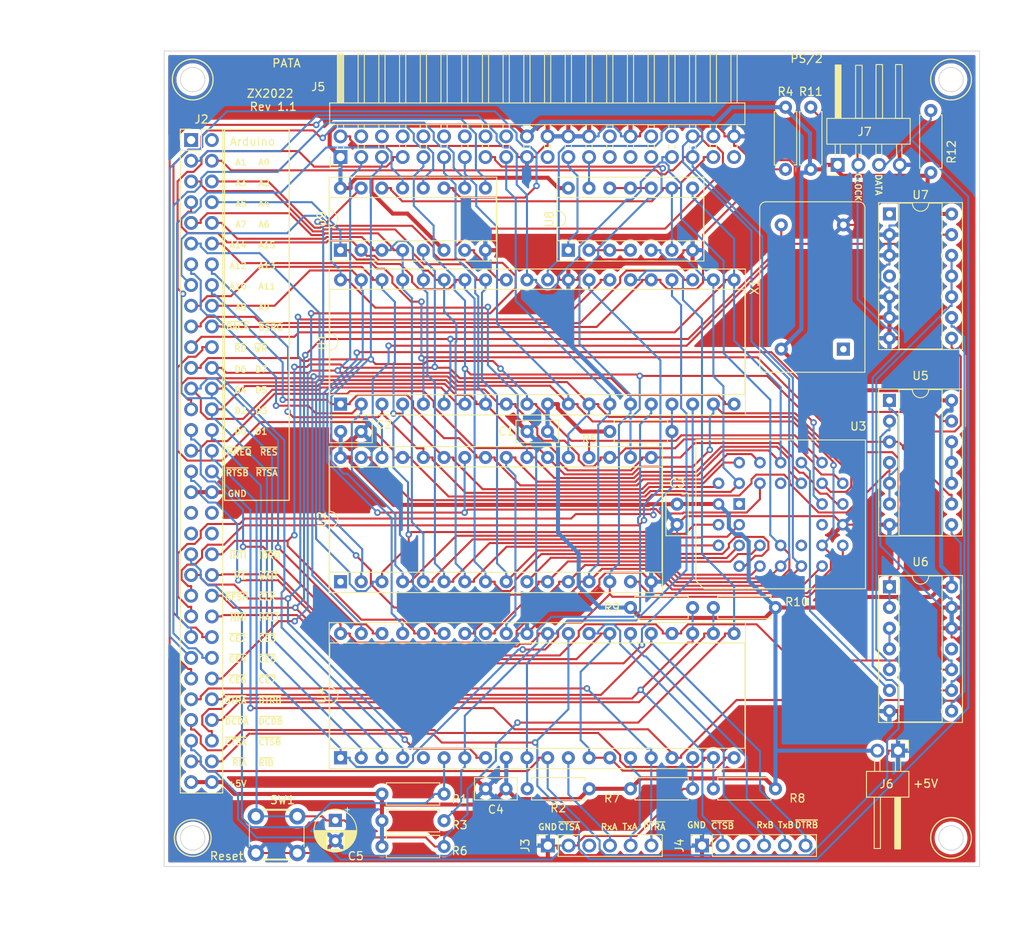
<source format=kicad_pcb>
(kicad_pcb (version 20211014) (generator pcbnew)
  (layers (0 "F.Cu" signal) (31 "B.Cu" signal) (34 "B.Paste" user) (35 "F.Paste" user) (36 "B.SilkS" user "B.Silkscreen") (37 "F.SilkS" user "F.Silkscreen") (38 "B.Mask" user) (39 "F.Mask" user) (44 "Edge.Cuts" user))
  (net 0 "")
  (net 1 "+5V")
  (net 2 "GND")
  (net 3 "/~{BUSRQ}")
  (net 4 "/~{WAIT}")
  (net 5 "/~{BUSACK}")
  (net 6 "/~{IORQ}")
  (net 7 "/~{MREQ}")
  (net 8 "/~{WR}")
  (net 9 "/~{RD}")
  (net 10 "/~{INT}")
  (net 11 "/~{M1}")
  (net 12 "/~{CLK}")
  (net 13 "/D0")
  (net 14 "/D1")
  (net 15 "/D2")
  (net 16 "/D3")
  (net 17 "/D4")
  (net 18 "/D5")
  (net 19 "/D6")
  (net 20 "/D7")
  (net 21 "/A0")
  (net 22 "/A1")
  (net 23 "/A2")
  (net 24 "/A3")
  (net 25 "/A4")
  (net 26 "/A5")
  (net 27 "/A6")
  (net 28 "/A7")
  (net 29 "/~{RES}")
  (net 30 "/A11")
  (net 31 "/A12")
  (net 32 "/A13")
  (net 33 "/A14")
  (net 34 "/A15")
  (net 35 "/~{NMI}")
  (net 36 "/~{HALT}")
  (net 37 "/~{RFSH}")
  (net 38 "/A8")
  (net 39 "/A9")
  (net 40 "/A10")
  (net 41 "/A16")
  (net 42 "/CS2")
  (net 43 "/A15'")
  (net 44 "Net-(U3-Pad23)")
  (net 45 "/~{DTRA}")
  (net 46 "/~{DTRB}")
  (net 47 "/RxB")
  (net 48 "/TxB")
  (net 58 "/~{CE2}")
  (net 59 "/~{CE3}")
  (net 60 "/~{CE4}")
  (net 61 "/~{CE5}")
  (net 62 "/~{CE6}")
  (net 63 "/~{CE7}")
  (net 64 "/~{CE1}")
  (net 65 "/~{INTI}")
  (net 66 "/~{CE0}")
  (net 67 "/~{RTSA}")
  (net 68 "/~{RTSB}")
  (net 69 "/~{DCDA}")
  (net 70 "/~{DCDB}")
  (net 71 "/~{CTSA}")
  (net 72 "/RxA")
  (net 73 "/TxA")
  (net 74 "/~{CTSB}")
  (net 75 "/~{RIB}")
  (net 76 "/~{RIA}")
  (net 79 "Net-(U5-Pad1)")
  (net 86 "Net-(U5-Pad10)")
  (net 87 "Net-(U6-Pad3)")
  (net 88 "Net-(U6-Pad5)")
  (net 91 "Net-(J5-Pad25)")
  (net 92 "Net-(J5-Pad23)")
  (net 101 "Net-(U6-Pad8)")
  (net 105 "Net-(U8-Pad2)")
  (net 106 "Net-(U8-Pad10)")
  (footprint "Resistor_THT:R_Axial_DIN0207_L6.3mm_D2.5mm_P7.62mm_Horizontal" (layer "F.Cu") (at 181.61 143.51)
    (fp_text reference "R1")
    (fp_text value "10k")
  )
  (footprint "Resistor_THT:R_Axial_DIN0207_L6.3mm_D2.5mm_P7.62mm_Horizontal" (layer "F.Cu") (at 181.61 149.96)
    (fp_text reference "R6")
    (fp_text value "10k")
  )
  (footprint "Capacitor_THT:CP_Radial_D5.0mm_P2.50mm" (layer "F.Cu") (at 175.895 146.7499 -90)
    (fp_text reference "C5")
    (fp_text value "10µ")
  )
  (footprint "zx2022:SW_PUSH_6mm" (layer "F.Cu") (at 166.15 146.25)
    (fp_text reference "SW1")
    (fp_text value "Reset")
  )
  (footprint "Package_DIP:DIP-40_W15.24mm_Socket" (layer "F.Cu") (at 176.535 139.07 90)
    (fp_text reference "U4")
    (fp_text value "Z80DART")
  )
  (footprint "Package_DIP:DIP-14_W7.62mm_Socket" (layer "F.Cu") (at 243.85 72.38)
    (fp_text reference "U7")
    (fp_text value "74LS02")
  )
  (footprint "Capacitor_THT:C_Disc_D5.0mm_W2.5mm_P2.50mm" (layer "F.Cu") (at 196.83 142.875 180)
    (fp_text reference "C4")
    (fp_text value "100n")
  )
  (footprint "Connector_PinSocket_2.54mm:PinSocket_1x06_P2.54mm_Vertical" (layer "F.Cu") (at 220.86 149.835 90)
    (fp_text reference "J4")
    (fp_text value "Ser. Disk")
  )
  (footprint "Resistor_THT:R_Axial_DIN0207_L6.3mm_D2.5mm_P7.62mm_Horizontal" (layer "F.Cu") (at 234.2 66.91 90)
    (fp_text reference "R11")
    (fp_text value "10k")
  )
  (footprint "zx2022:PinHeader_1x02_P2.54mm_Horizontal" (layer "F.Cu") (at 244.9 138.2 -90)
    (fp_text reference "J6")
    (fp_text value "Power")
  )
  (footprint "Resistor_THT:R_Axial_DIN0207_L6.3mm_D2.5mm_P7.62mm_Horizontal" (layer "F.Cu") (at 209.55 99.06)
    (fp_text reference "R5")
    (fp_text value "10k")
  )
  (footprint "Package_DIP:DIP-14_W7.62mm_Socket" (layer "F.Cu") (at 204.465 76.825 90)
    (fp_text reference "U8")
    (fp_text value "74LS02")
  )
  (footprint "Resistor_THT:R_Axial_DIN0207_L6.3mm_D2.5mm_P7.62mm_Horizontal" (layer "F.Cu") (at 231.1 66.91 90)
    (fp_text reference "R4")
    (fp_text value "10k")
  )
  (footprint "Oscillator:Oscillator_DIP-14" (layer "F.Cu") (at 238.2 88.96 90)
    (fp_text reference "X1")
    (fp_text value "OSC 4MHZ")
  )
  (footprint "Capacitor_THT:C_Disc_D5.0mm_W2.5mm_P2.50mm" (layer "F.Cu") (at 217.805 107.97 -90)
    (fp_text reference "C3")
    (fp_text value "100n")
  )
  (footprint "Capacitor_THT:C_Disc_D5.0mm_W2.5mm_P2.50mm" (layer "F.Cu") (at 201.91 99.06 180)
    (fp_text reference "C1")
    (fp_text value "100n")
  )
  (footprint "Resistor_THT:R_Axial_DIN0207_L6.3mm_D2.5mm_P7.62mm_Horizontal" (layer "F.Cu") (at 212.09 120.65)
    (fp_text reference "R9")
    (fp_text value "10k")
  )
  (footprint "Resistor_THT:R_Axial_DIN0207_L6.3mm_D2.5mm_P7.62mm_Horizontal" (layer "F.Cu") (at 229.87 142.875 180)
    (fp_text reference "R8")
    (fp_text value "10k")
  )
  (footprint "Package_LCC:PLCC-32_THT-Socket" (layer "F.Cu") (at 225.425 107.95 90)
    (fp_text reference "U3")
    (fp_text value "28C256_PLC32")
  )
  (footprint "Connector_PinSocket_2.54mm:PinSocket_1x06_P2.54mm_Vertical" (layer "F.Cu") (at 201.955 149.835 90)
    (fp_text reference "J3")
    (fp_text value "Terminal")
  )
  (footprint "Capacitor_THT:C_Disc_D5.0mm_W2.5mm_P2.50mm" (layer "F.Cu") (at 176.55 99.06)
    (fp_text reference "C2")
    (fp_text value "100n")
  )
  (footprint "Resistor_THT:R_Axial_DIN0207_L6.3mm_D2.5mm_P7.62mm_Horizontal" (layer "F.Cu") (at 212.09 142.875)
    (fp_text reference "R7")
    (fp_text value "10k")
  )
  (footprint "Package_DIP:DIP-32_W15.24mm_Socket" (layer "F.Cu") (at 176.53 117.48 90)
    (fp_text reference "U2")
    (fp_text value "628128")
  )
  (footprint "zx2022:BoxConn_2x20_P2.54mm_Horizontal" (layer "F.Cu") (at 176.53 65.405 90)
    (fp_text reference "J5")
    (fp_text value "PATA")
  )
  (footprint "Resistor_THT:R_Axial_DIN0207_L6.3mm_D2.5mm_P7.62mm_Horizontal" (layer "F.Cu") (at 229.87 120.65 180)
    (fp_text reference "R10")
    (fp_text value "10k")
  )
  (footprint "Package_DIP:DIP-14_W7.62mm_Socket" (layer "F.Cu") (at 243.85 95.245)
    (fp_text reference "U5")
    (fp_text value "74LS02")
  )
  (footprint "zx2022:PinHeader_1x04_P2.54mm_Horizontal" (layer "F.Cu") (at 237.5 66.3605 90)
    (fp_text reference "J7")
    (fp_text value "PS/2 Keyoard")
  )
  (footprint "zx2022:PinHeader_2x32_P2.54mm_Vertical" (layer "F.Cu") (at 158.212 63.316)
    (fp_text reference "J2")
    (fp_text value "Bus")
  )
  (footprint "Resistor_THT:R_Axial_DIN0207_L6.3mm_D2.5mm_P7.62mm_Horizontal" (layer "F.Cu") (at 207.0448 142.875 180)
    (fp_text reference "R2")
    (fp_text value "10k")
  )
  (footprint "Package_DIP:DIP-16_W7.62mm_Socket" (layer "F.Cu") (at 176.52 76.825 90)
    (fp_text reference "U9")
    (fp_text value "74LS138")
  )
  (footprint "Package_DIP:DIP-14_W7.62mm_Socket" (layer "F.Cu") (at 243.85 118.105)
    (fp_text reference "U6")
    (fp_text value "74LS00")
  )
  (footprint "Resistor_THT:R_Axial_DIN0207_L6.3mm_D2.5mm_P7.62mm_Horizontal" (layer "F.Cu") (at 248.92 67.31 90)
    (fp_text reference "R12")
    (fp_text value "10k")
  )
  (footprint "Resistor_THT:R_Axial_DIN0207_L6.3mm_D2.5mm_P7.62mm_Horizontal" (layer "F.Cu") (at 189.23 146.785 180)
    (fp_text reference "R3")
    (fp_text value "10k")
  )
  (footprint "Package_DIP:DIP-40_W15.24mm_Socket" (layer "F.Cu") (at 176.535 95.7 90)
    (fp_text reference "U1")
    (fp_text value "Z80CPU")
  )
  (gr_circle locked (center 158.403 148.9) (end 159.366 150.941) (layer "F.SilkS") (width 0.15) (fill none))
  (gr_rect (start 162.3 62) (end 170.24 107.5) (layer "F.SilkS") (width 0.15) (fill none))
  (gr_circle locked (center 158.403 55.9) (end 160.903 55.9) (layer "F.SilkS") (width 0.15) (fill none))
  (gr_circle locked (center 251.403 148.9) (end 253.903 148.9) (layer "F.SilkS") (width 0.15) (fill none))
  (gr_circle locked (center 251.403 55.9) (end 252.903 57.9) (layer "F.SilkS") (width 0.15) (fill none))
  (gr_line locked (start 254.903 52.4) (end 154.903 52.4) (layer "Edge.Cuts") (width 0.1))
  (gr_circle locked (center 251.403 55.9) (end 252.903 55.9) (layer "Edge.Cuts") (width 0.1) (fill none))
  (gr_line locked (start 254.903 152.4) (end 254.903 52.4) (layer "Edge.Cuts") (width 0.1))
  (gr_circle locked (center 158.403 148.9) (end 159.903 148.9) (layer "Edge.Cuts") (width 0.1) (fill none))
  (gr_circle locked (center 251.403 148.9) (end 252.903 148.9) (layer "Edge.Cuts") (width 0.1) (fill none))
  (gr_circle locked (center 158.403 55.9) (end 159.903 55.9) (layer "Edge.Cuts") (width 0.1) (fill none))
  (gr_line locked (start 154.903 52.4) (end 154.903 152.4) (layer "Edge.Cuts") (width 0.1))
  (gr_line locked (start 154.903 152.4) (end 254.903 152.4) (layer "Edge.Cuts") (width 0.1))
  (gr_text "~{WAIT}" (at 166.37 116.84) (layer "F.SilkS") (effects (font (size 0.75 0.75)) (justify left)))
  (gr_text "PATA" (at 169.9 53.9) (layer "F.SilkS") (effects (font (size 1 1))))
  (gr_text "~{RIA}" (at 165.1 139.7) (layer "F.SilkS") (effects (font (size 0.75 0.75)) (justify right)))
  (gr_text "A9" (at 166.37 83.82) (layer "F.SilkS") (effects (font (size 0.75 0.75)) (justify left)))
  (gr_text "TxB" (at 231.14 147.32) (layer "F.SilkS") (effects (font (size 0.75 0.75))))
  (gr_text "~{DTRB}" (at 166.37 132.08) (layer "F.SilkS") (effects (font (size 0.75 0.75)) (justify left)))
  (gr_text "~{RFSH}" (at 165.354 119.38) (layer "F.SilkS") (effects (font (size 0.75 0.75)) (justify right)))
  (gr_text "A14" (at 165.1 76.2) (layer "F.SilkS") (effects (font (size 0.75 0.75)) (justify right)))
  (gr_text "D5" (at 167.64 93.98) (layer "F.SilkS") (effects (font (size 0.75 0.75)) (justify right)))
  (gr_text "+5V\n" (at 165.1 142.24) (layer "F.SilkS") (effects (font (size 0.75 0.75)) (justify right)))
  (gr_text "~{IORQ}" (at 166.37 114.3) (layer "F.SilkS") (effects (font (size 0.75 0.75)) (justify left)))
  (gr_text "PS/2" (at 233.68 53.34) (layer "F.SilkS") (effects (font (size 1 1))))
  (gr_text "~{RTSA}" (at 168.91 104.14) (layer "F.SilkS") (effects (font (size 0.75 0.75)) (justify right)))
  (gr_text "~{CE3}" (at 166.37 124.46) (layer "F.SilkS") (effects (font (size 0.75 0.75)) (justify left)))
  (gr_text "~{INTI}" (at 165.1 114.3) (layer "F.SilkS") (effects (font (size 0.75 0.75)) (justify right)))
  (gr_text "+5V" (at 248.285 142.24) (layer "F.SilkS") (effects (font (size 1 1))))
  (gr_text "~{RTSB}" (at 165.354 104.14) (layer "F.SilkS") (effects (font (size 0.75 0.75)) (justify right)))
  (gr_text "A5" (at 165.1 71.12) (layer "F.SilkS") (effects (font (size 0.75 0.75)) (justify right)))
  (gr_text "~{CE5}" (at 166.37 127) (layer "F.SilkS") (effects (font (size 0.75 0.75)) (justify left)))
  (gr_text "A6" (at 166.37 73.66) (layer "F.SilkS") (effects (font (size 0.75 0.75)) (justify left)))
  (gr_text "D7" (at 167.64 91.44) (layer "F.SilkS") (effects (font (size 0.75 0.75)) (justify right)))
  (gr_text "Reset" (at 162.56 151.13) (layer "F.SilkS") (effects (font (size 1 1))))
  (gr_text "~{NMI}" (at 165.1 121.92) (layer "F.SilkS") (effects (font (size 0.75 0.75)) (justify right)))
  (gr_text "A4" (at 166.37 71.12) (layer "F.SilkS") (effects (font (size 0.75 0.75)) (justify left)))
  (gr_text "~{CE2}" (at 165.1 124.46) (layer "F.SilkS") (effects (font (size 0.75 0.75)) (justify right)))
  (gr_text "~{MREQ}" (at 165.7 101.6) (layer "F.SilkS") (effects (font (size 0.75 0.75)) (justify right)))
  (gr_text "RxB" (at 228.6 147.32) (layer "F.SilkS") (effects (font (size 0.75 0.75))))
  (gr_text "CLOCK" (at 240 69.1 270) (layer "F.SilkS") (effects (font (size 0.75 0.7))))
  (gr_text "~{DCDB}" (at 166.37 134.62) (layer "F.SilkS") (effects (font (size 0.75 0.75)) (justify left)))
  (gr_text "A7" (at 165.1 73.66) (layer "F.SilkS") (effects (font (size 0.75 0.75)) (justify right)))
  (gr_text "~{CLK}" (at 166.37 119.38) (layer "F.SilkS") (effects (font (size 0.75 0.75)) (justify left)))
  (gr_text "D3\n" (at 167.64 96.52) (layer "F.SilkS") (effects (font (size 0.75 0.75)) (justify right)))
  (gr_text "GND" (at 201.93 147.556448) (layer "F.SilkS") (effects (font (size 0.75 0.75))))
  (gr_text "A12" (at 165.1 78.74) (layer "F.SilkS") (effects (font (size 0.75 0.75)) (justify right)))
  (gr_text "A10" (at 165.1 81.28) (layer "F.SilkS") (effects (font (size 0.75 0.75)) (justify right)))
  (gr_text "~{CE7}" (at 166.37 129.54) (layer "F.SilkS") (effects (font (size 0.75 0.75)) (justify left)))
  (gr_text "~{DCDA}" (at 165.354 134.62) (layer "F.SilkS") (effects (font (size 0.75 0.75)) (justify right)))
  (gr_text "~{DTRB}" (at 233.68 147.32) (layer "F.SilkS") (effects (font (size 0.75 0.75))))
  (gr_text "D0" (at 165.1 99.06) (layer "F.SilkS") (effects (font (size 0.75 0.75)) (justify right)))
  (gr_text "~{HALT}" (at 166.37 121.92) (layer "F.SilkS") (effects (font (size 0.75 0.75)) (justify left)))
  (gr_text "~{RD}" (at 165.1 88.9) (layer "F.SilkS") (effects (font (size 0.75 0.75)) (justify right)))
  (gr_text "ZX2022 \nRev 1.1" (at 168.275 58.42) (layer "F.SilkS") (effects (font (size 1 1))))
  (gr_text "~{DTRA}" (at 215.008241 147.556448) (layer "F.SilkS") (effects (font (size 0.75 0.75))))
  (gr_text "A8" (at 165.1 83.82) (layer "F.SilkS") (effects (font (size 0.75 0.75)) (justify right)))
  (gr_text "A11" (at 166.37 81.28) (layer "F.SilkS") (effects (font (size 0.75 0.75)) (justify left)))
  (gr_text "GND" (at 220.195 147.32) (layer "F.SilkS") (effects (font (size 0.75 0.75))))
  (gr_text "~{CTSB}" (at 166.37 137.16) (layer "F.SilkS") (effects (font (size 0.75 0.75)) (justify left)))
  (gr_text "~{DTRA}" (at 165.1 132.08) (layer "F.SilkS") (effects (font (size 0.75 0.75)) (justify right)))
  (gr_text "~{WR}" (at 167.64 88.9) (layer "F.SilkS") (effects (font (size 0.75 0.75)) (justify right)))
  (gr_text "~{CTSA}" (at 204.566719 147.556448) (layer "F.SilkS") (effects (font (size 0.75 0.75))))
  (gr_text "~{CTSA}" (at 165.1 137.16) (layer "F.SilkS") (effects (font (size 0.75 0.75)) (justify right)))
  (gr_text "~{M1}" (at 165.1 116.84) (layer "F.SilkS") (effects (font (size 0.75 0.75)) (justify right)))
  (gr_text "~{CE4}" (at 165.1 127) (layer "F.SilkS") (effects (font (size 0.75 0.75)) (justify right)))
  (gr_text "~{BACK}" (at 165.5 86.2) (layer "F.SilkS") (effects (font (size 0.75 0.75)) (justify right)))
  (gr_text "D4" (at 165.1 93.98) (layer "F.SilkS") (effects (font (size 0.75 0.75)) (justify right)))
  (gr_text "A13" (at 166.37 78.74) (layer "F.SilkS") (effects (font (size 0.75 0.75)) (justify left)))
  (gr_text "DATA" (at 242.5 68.8 270) (layer "F.SilkS") (effects (font (size 0.75 0.75))))
  (gr_text "A1" (at 165.1 66.04) (layer "F.SilkS") (effects (font (size 0.75 0.75)) (justify right)))
  (gr_text "A15" (at 166.37 76.2) (layer "F.SilkS") (effects (font (size 0.75 0.75)) (justify left)))
  (gr_text "Arduino" (at 165.735 63.5) (layer "F.SilkS") (effects (font (size 1 1))))
  (gr_text "~{CTSB}" (at 223.38266 147.423941) (layer "F.SilkS") (effects (font (size 0.75 0.75))))
  (gr_text "TxA" (at 212.013591 147.529946) (layer "F.SilkS") (effects (font (size 0.75 0.75))))
  (gr_text "~{RES}" (at 168.91 101.6) (layer "F.SilkS") (effects (font (size 0.75 0.75)) (justify right)))
  (gr_text "RxA" (at 209.469464 147.556448) (layer "F.SilkS") (effects (font (size 0.75 0.75))))
  (gr_text "GND" (at 165.1 106.68) (layer "F.SilkS") (effects (font (size 0.75 0.75)) (justify right)))
  (gr_text "D1" (at 167.64 99.06) (layer "F.SilkS") (effects (font (size 0.75 0.75)) (justify right)))
  (gr_text "D2" (at 165.1 96.52) (layer "F.SilkS") (effects (font (size 0.75 0.75)) (justify right)))
  (gr_text "A3" (at 165.1 68.58) (layer "F.SilkS") (effects (font (size 0.75 0.75)) (justify right)))
  (gr_text "A0" (at 166.37 66.04) (layer "F.SilkS") (effects (font (size 0.75 0.75)) (justify left)))
  (gr_text "D6" (at 165.1 91.44) (layer "F.SilkS") (effects (font (size 0.75 0.75)) (justify right)))
  (gr_text "~{CE6}" (at 165.1 129.54) (layer "F.SilkS") (effects (font (size 0.75 0.75)) (justify right)))
  (gr_text "~{BSRQ}" (at 166.37 86.3) (layer "F.SilkS") (effects (font (size 0.75 0.75)) (justify left)))
  (gr_text "~{RIB}" (at 166.37 139.7) (layer "F.SilkS") (effects (font (size 0.75 0.75)) (justify left)))
  (gr_text "A2" (at 166.37 68.58) (layer "F.SilkS") (effects (font (size 0.75 0.75)) (justify left)))
  (segment (start 183.0547 108.0583) (end 177.7803 102.7839) (width 0.5) (layer "F.Cu") (net 1))
  (segment (start 229.87 120.65) (end 237.2395 120.65) (width 0.5) (layer "F.Cu") (net 1))
  (segment (start 203.1853 96.1994) (end 206.0459 99.06) (width 0.5) (layer "F.Cu") (net 1))
  (segment (start 251.47 72.38) (end 250.2197 72.38) (width 0.5) (layer "F.Cu") (net 1))
  (segment (start 194.9006 144.8044) (end 196.83 142.875) (width 0.5) (layer "F.Cu") (net 1))
  (segment (start 248.529 67.701) (end 248.92 67.31) (width 0.5) (layer "F.Cu") (net 1))
  (segment (start 175.9817 61.5539) (end 198.0789 61.5539) (width 0.5) (layer "F.Cu") (net 1))
  (segment (start 205.7827 144.1371) (end 198.0921 144.1371) (width 0.5) (layer "F.Cu") (net 1))
  (segment (start 238.0896 67.701) (end 248.529 67.701) (width 0.5) (layer "F.Cu") (net 1))
  (segment (start 175.1997 64.0747) (end 175.1997 62.3359) (width 0.5) (layer "F.Cu") (net 1))
  (segment (start 176.53 102.24) (end 177.7803 102.24) (width 0.5) (layer "F.Cu") (net 1))
  (segment (start 228.5927 141.5977) (end 213.3673 141.5977) (width 0.5) (layer "F.Cu") (net 1))
  (segment (start 181.61 144.8044) (end 194.9006 144.8044) (width 0.5) (layer "F.Cu") (net 1))
  (segment (start 181.61 144.8044) (end 181.61 143.51) (width 0.5) (layer "F.Cu") (net 1))
  (segment (start 160.752 142.056) (end 162.0523 142.056) (width 0.5) (layer "F.Cu") (net 1))
  (segment (start 198.0789 61.5539) (end 199.39 62.865) (width 0.5) (layer "F.Cu") (net 1))
  (segment (start 238.5341 119.3554) (end 248.9693 119.3554) (width 0.5) (layer "F.Cu") (net 1))
  (segment (start 180.33 67.9406) (end 180.33 69.7352) (width 0.5) (layer "F.Cu") (net 1))
  (segment (start 204.465 69.205) (end 203.2147 69.205) (width 0.5) (layer "F.Cu") (net 1))
  (segment (start 212.09 142.875) (end 207.0448 142.875) (width 0.5) (layer "F.Cu") (net 1))
  (segment (start 212.09 120.65) (end 213.3606 121.9206) (width 0.5) (layer "F.Cu") (net 1))
  (segment (start 178.4823 67.9406) (end 180.33 67.9406) (width 0.5) (layer "F.Cu") (net 1))
  (segment (start 236.7491 66.3605) (end 238.0896 67.701) (width 0.5) (layer "F.Cu") (net 1))
  (segment (start 248.9693 119.3554) (end 250.2197 118.105) (width 0.5) (layer "F.Cu") (net 1))
  (segment (start 184.7287 72.3337) (end 189.22 76.825) (width 0.5) (layer "F.Cu") (net 1))
  (segment (start 235.5494 66.91) (end 234.1 66.91) (width 0.5) (layer "F.Cu") (net 1))
  (segment (start 177.7803 102.7839) (end 177.7803 102.24) (width 0.5) (layer "F.Cu") (net 1))
  (segment (start 176.52 69.205) (end 177.7703 69.205) (width 0.5) (layer "F.Cu") (net 1))
  (segment (start 177.7703 68.6526) (end 178.4823 67.9406) (width 0.5) (layer "F.Cu") (net 1))
  (segment (start 181.61 146.785) (end 181.61 144.8044) (width 0.5) (layer "F.Cu") (net 1))
  (segment (start 251.47 118.105) (end 250.2197 118.105) (width 0.5) (layer "F.Cu") (net 1))
  (segment (start 180.33 67.9406) (end 201.9503 67.9406) (width 0.5) (layer "F.Cu") (net 1))
  (segment (start 248.529 70.6893) (end 250.2197 72.38) (width 0.5) (layer "F.Cu") (net 1))
  (segment (start 248.9694 93.9947) (end 235.6147 93.9947) (width 0.5) (layer "F.Cu") (net 1))
  (segment (start 207.0448 142.875) (end 205.7827 144.1371) (width 0.5) (layer "F.Cu") (net 1))
  (segment (start 217.805 107.97) (end 214.3844 107.97) (width 0.5) (layer "F.Cu") (net 1))
  (segment (start 163.5063 143.51) (end 162.0523 142.056) (width 0.5) (layer "F.Cu") (net 1))
  (segment (start 160.752 142.056) (end 158.212 142.056) (width 0.5) (layer "F.Cu") (net 1))
  (segment (start 248.529 67.701) (end 248.529 70.6893) (width 0.5) (layer "F.Cu") (net 1))
  (segment (start 198.0921 144.1371) (end 196.83 142.875) (width 0.5) (layer "F.Cu") (net 1))
  (segment (start 237.2395 120.65) (end 238.5341 119.3554) (width 0.5) (layer "F.Cu") (net 1))
  (segment (start 175.1997 62.3359) (end 175.9817 61.5539) (width 0.5) (layer "F.Cu") (net 1))
  (segment (start 180.33 69.7352) (end 182.9285 72.3337) (width 0.5) (layer "F.Cu") (net 1))
  (segment (start 250.2197 95.245) (end 248.9694 93.9947) (width 0.5) (layer "F.Cu") (net 1))
  (segment (start 236.0989 66.3605) (end 235.5494 66.91) (width 0.5) (layer "F.Cu") (net 1))
  (segment (start 236.7491 66.3605) (end 236.0989 66.3605) (width 0.5) (layer "F.Cu") (net 1))
  (segment (start 177.7703 69.205) (end 177.7703 68.6526) (width 0.5) (layer "F.Cu") (net 1))
  (segment (start 237.3992 66.3605) (end 236.7491 66.3605) (width 0.5) (layer "F.Cu") (net 1))
  (segment (start 251.47 95.245) (end 250.2197 95.245) (width 0.5) (layer "F.Cu") (net 1))
  (segment (start 203.1853 95.7) (end 203.1853 96.1994) (width 0.5) (layer "F.Cu") (net 1))
  (segment (start 201.9503 67.9406) (end 203.2147 69.205) (width 0.5) (layer "F.Cu") (net 1))
  (segment (start 201.935 95.7) (end 203.1853 95.7) (width 0.5) (layer "F.Cu") (net 1))
  (segment (start 182.9285 72.3337) (end 184.7287 72.3337) (width 0.5) (layer "F.Cu") (net 1))
  (segment (start 214.3844 107.97) (end 214.2961 108.0583) (width 0.5) (layer "F.Cu") (net 1))
  (segment (start 228.5994 121.9206) (end 229.87 120.65) (width 0.5) (layer "F.Cu") (net 1))
  (segment (start 214.2961 108.0583) (end 183.0547 108.0583) (width 0.5) (layer "F.Cu") (net 1))
  (segment (start 206.0459 99.06) (end 209.55 99.06) (width 0.5) (layer "F.Cu") (net 1))
  (segment (start 176.53 65.405) (end 175.1997 64.0747) (width 0.5) (layer "F.Cu") (net 1))
  (segment (start 229.87 142.875) (end 228.5927 141.5977) (width 0.5) (layer "F.Cu") (net 1))
  (segment (start 213.3606 121.9206) (end 228.5994 121.9206) (width 0.5) (layer "F.Cu") (net 1))
  (segment (start 213.3673 141.5977) (end 212.09 142.875) (width 0.5) (layer "F.Cu") (net 1))
  (segment (start 235.6147 93.9947) (end 230.58 88.96) (width 0.5) (layer "F.Cu") (net 1))
  (segment (start 222.885 107.95) (end 217.825 107.95) (width 0.5) (layer "F.Cu") (net 1))
  (segment (start 181.61 143.51) (end 163.5063 143.51) (width 0.5) (layer "F.Cu") (net 1))
  (segment (start 224.155 110.8738) (end 224.155 109.22) (width 0.5) (layer "B.Cu") (net 1))
  (segment (start 250.1804 97.241) (end 250.9261 96.4953) (width 0.5) (layer "B.Cu") (net 1))
  (segment (start 234.1 62.49) (end 230.9 59.29) (width 0.5) (layer "B.Cu") (net 1))
  (segment (start 221.7571 61.0718) (end 222.25 61.5647) (width 0.5) (layer "B.Cu") (net 1))
  (segment (start 208.3518 120.65) (end 212.09 120.65) (width 0.5) (layer "B.Cu") (net 1))
  (segment (start 176.52 66.7153) (end 176.52 69.205) (width 0.5) (layer "B.Cu") (net 1))
  (segment (start 225.7004 111.6516) (end 224.9328 111.6516) (width 0.5) (layer "B.Cu") (net 1))
  (segment (start 203.1999 100.3499) (end 203.1999 111.4776) (width 0.5) (layer "B.Cu") (net 1))
  (segment (start 201.935 96.9503) (end 201.91 96.9753) (width 0.5) (layer "B.Cu") (net 1))
  (segment (start 199.39 62.865) (end 201.1832 61.0718) (width 0.5) (layer "B.Cu") (net 1))
  (segment (start 224.9328 111.6516) (end 224.155 110.8738) (width 0.5) (layer "B.Cu") (net 1))
  (segment (start 251.47 95.245) (end 251.47 96.4953) (width 0.5) (layer "B.Cu") (net 1))
  (segment (start 251.47 118.105) (end 251.47 116.8547) (width 0.5) (layer "B.Cu") (net 1))
  (segment (start 250.1804 115.5651) (end 250.1804 97.241) (width 0.5) (layer "B.Cu") (net 1))
  (segment (start 233.7 67.31) (end 234.1 66.91) (width 0.5) (layer "B.Cu") (net 1))
  (segment (start 234.1 66.91) (end 234.1 62.49) (width 0.5) (layer "B.Cu") (net 1))
  (segment (start 224.5247 59.29) (end 222.25 61.5647) (width 0.5) (layer "B.Cu") (net 1))
  (segment (start 176.53 65.405) (end 176.53 66.7053) (width 0.5) (layer "B.Cu") (net 1))
  (segment (start 233.045 86.495) (end 233.045 67.31) (width 0.5) (layer "B.Cu") (net 1))
  (segment (start 229.87 120.65) (end 226.5866 117.3666) (width 0.5) (layer "B.Cu") (net 1))
  (segment (start 176.53 100.9897) (end 176.55 100.9697) (width 0.5) (layer "B.Cu") (net 1))
  (segment (start 201.935 95.7) (end 201.935 96.9503) (width 0.5) (layer "B.Cu") (net 1))
  (segment (start 229.87 138.2) (end 242.36 138.2) (width 0.5) (layer "B.Cu") (net 1))
  (segment (start 196.855 142.85) (end 196.855 139.07) (width 0.5) (layer "B.Cu") (net 1))
  (segment (start 230.58 88.96) (end 233.045 86.495) (width 0.5) (layer "B.Cu") (net 1))
  (segment (start 250.9261 96.4953) (end 251.47 96.4953) (width 0.5) (layer "B.Cu") (net 1))
  (segment (start 201.91 96.9753) (end 201.91 99.06) (width 0.5) (layer "B.Cu") (net 1))
  (segment (start 201.1832 61.0718) (end 221.7571 61.0718) (width 0.5) (layer "B.Cu") (net 1))
  (segment (start 181.61 146.785) (end 181.61 149.96) (width 0.5) (layer "B.Cu") (net 1))
  (segment (start 224.155 109.22) (end 222.885 107.95) (width 0.5) (layer "B.Cu") (net 1))
  (segment (start 205.74 114.0177) (end 205.74 118.0382) (width 0.5) (layer "B.Cu") (net 1))
  (segment (start 226.5866 112.5378) (end 225.7004 111.6516) (width 0.5) (layer "B.Cu") (net 1))
  (segment (start 176.53 102.24) (end 176.53 100.9897) (width 0.5) (layer "B.Cu") (net 1))
  (segment (start 230.9 59.29) (end 224.5247 59.29) (width 0.5) (layer "B.Cu") (net 1))
  (segment (start 222.25 62.865) (end 222.25 61.5647) (width 0.5) (layer "B.Cu") (net 1))
  (segment (start 229.87 142.875) (end 229.87 138.2) (width 0.5) (layer "B.Cu") (net 1))
  (segment (start 201.91 99.06) (end 203.1999 100.3499) (width 0.5) (layer "B.Cu") (net 1))
  (segment (start 176.53 66.7053) (end 176.52 66.7153) (width 0.5) (layer "B.Cu") (net 1))
  (segment (start 229.87 138.2) (end 229.87 120.65) (width 0.5) (layer "B.Cu") (net 1))
  (segment (start 233.045 67.31) (end 233.7 67.31) (width 0.5) (layer "B.Cu") (net 1))
  (segment (start 226.5866 117.3666) (end 226.5866 112.5378) (width 0.5) (layer "B.Cu") (net 1))
  (segment (start 205.74 118.0382) (end 208.3518 120.65) (width 0.5) (layer "B.Cu") (net 1))
  (segment (start 251.47 116.8547) (end 250.1804 115.5651) (width 0.5) (layer "B.Cu") (net 1))
  (segment (start 203.1999 111.4776) (end 205.74 114.0177) (width 0.5) (layer "B.Cu") (net 1))
  (segment (start 176.55 100.9697) (end 176.55 99.06) (width 0.5) (layer "B.Cu") (net 1))
  (segment (start 227.7249 66.5935) (end 228.532911 65.785489) (width 0.25) (layer "F.Cu") (net 2))
  (segment (start 203.1303 150.2024) (end 203.1303 149.835) (width 0.25) (layer "F.Cu") (net 2))
  (segment (start 237.0796 109.4446) (end 218.8304 109.4446) (width 0.25) (layer "F.Cu") (net 2))
  (segment (start 199.996 76.825) (end 195.4253 76.825) (width 0.25) (layer "F.Cu") (net 2))
  (segment (start 222.0353 149.5234) (end 222.0353 149.835) (width 0.25) (layer "F.Cu") (net 2))
  (segment (start 213.499 116.349) (end 209.0878 116.349) (width 0.25) (layer "F.Cu") (net 2))
  (segment (start 231.565789 65.785489) (end 232.224511 66.444211) (width 0.25) (layer "F.Cu") (net 2))
  (segment (start 201.5627 64.0403) (end 200.5653 65.0377) (width 0.25) (layer "F.Cu") (net 2))
  (segment (start 244.9 133.345) (end 243.85 133.345) (width 0.25) (layer "F.Cu") (net 2))
  (segment (start 244.9 138.2) (end 243.7247 138.2) (width 0.25) (layer "F.Cu") (net 2))
  (segment (start 243.85 87.62) (end 243.85 85.08) (width 0.25) (layer "F.Cu") (net 2))
  (segment (start 242.7197 110.49) (end 238.125 110.49) (width 0.25) (layer "F.Cu") (net 2))
  (segment (start 217.7358 77.9503) (end 218.5797 77.1064) (width 0.25) (layer "F.Cu") (net 2))
  (segment (start 205.6845 120.422) (end 202.803 120.422) (width 0.25) (layer "F.Cu") (net 2))
  (segment (start 198.2147 65.0376) (end 197.2174 64.0403) (width 0.25) (layer "F.Cu") (net 2))
  (segment (start 223.6147 62.865) (end 223.6147 62.4977) (width 0.25) (layer "F.Cu") (net 2))
  (segment (start 251.7513 124.3103) (end 252.6086 125.1676) (width 0.25) (layer "F.Cu") (net 2))
  (segment (start 219.705 76.825) (end 219.705 74.6134) (width 0.25) (layer "F.Cu") (net 2))
  (segment (start 218.5094 151.0103) (end 203.9382 151.0103) (width 0.25) (layer "F.Cu") (net 2))
  (segment (start 238.2 73.72) (end 241.5247 73.72) (width 0.25) (layer "F.Cu") (net 2))
  (segment (start 251.8096 132.075) (end 250.6503 132.075) (width 0.25) (layer "F.Cu") (net 2))
  (segment (start 209.0878 116.349) (end 208.28 117.1568) (width 0.25) (layer "F.Cu") (net 2))
  (segment (start 201.955 149.835) (end 203.1303 149.835) (width 0.25) (layer "F.Cu") (net 2))
  (segment (start 243.7247 138.2) (end 243.7247 138.5673) (width 0.25) (layer "F.Cu") (net 2))
  (segment (start 199.39 65.405) (end 198.2147 65.405) (width 0.25) (layer "F.Cu") (net 2))
  (segment (start 213.2653 62.4976) (end 213.2653 62.865) (width 0.25) (layer "F.Cu") (net 2))
  (segment (start 232.224511 66.444211) (end 232.224511 67.744511) (width 0.25) (layer "F.Cu") (net 2))
  (segment (start 204.475 80.46) (end 205.6003 80.46) (width 0.25) (layer "F.Cu") (net 2))
  (segment (start 251.47 124.3103) (end 251.7513 124.3103) (width 0.25) (layer "F.Cu") (net 2))
  (segment (start 224.79 62.865) (end 224.79 64.0403) (width 0.25) (layer "F.Cu") (net 2))
  (segment (start 194.3 76.825) (end 195.4253 76.825) (width 0.25) (layer "F.Cu") (net 2))
  (segment (start 219.705 76.825) (end 218.5797 76.825) (width 0.25) (layer "F.Cu") (net 2))
  (segment (start 200.5653 65.0377) (end 200.5653 65.405) (width 0.25) (layer "F.Cu") (net 2))
  (segment (start 203.3497 80.46) (end 203.3497 80.1787) (width 0.25) (layer "F.Cu") (net 2))
  (segment (start 243.85 110.485) (end 242.7247 110.485) (width 0.25) (layer "F.Cu") (net 2))
  (segment (start 244.9 133.345) (end 244.9 137.0247) (width 0.25) (layer "F.Cu") (net 2))
  (segment (start 224.79 62.865) (end 223.6147 62.865) (width 0.25) (layer "F.Cu") (net 2))
  (segment (start 220.86 149.835) (end 219.6847 149.835) (width 0.25) (layer "F.Cu") (net 2))
  (segment (start 252.6086 131.276) (end 251.8096 132.075) (width 0.25) (layer "F.Cu") (net 2))
  (segment (start 223.5359 148.0228) (end 222.0353 149.5234) (width 0.25) (layer "F.Cu") (net 2))
  (segment (start 228.532911 65.785489) (end 231.565789 65.785489) (width 0.25) (layer "F.Cu") (net 2))
  (segment (start 179.05 99.06) (end 177.4701 100.6399) (width 0.25) (layer "F.Cu") (net 2))
  (segment (start 249.3803 133.345) (end 244.9 133.345) (width 0.25) (layer "F.Cu") (net 2))
  (segment (start 175.895 149.2499) (end 174.3949 150.75) (width 0.25) (layer "F.Cu") (net 2))
  (segment (start 197.2174 64.0403) (end 178.5132 64.0403) (width 0.25) (layer "F.Cu") (net 2))
  (segment (start 207.8286 77.9503) (end 217.7358 77.9503) (width 0.25) (layer "F.Cu") (net 2))
  (segment (start 208.28 117.8265) (end 205.6845 120.422) (width 0.25) (layer "F.Cu") (net 2))
  (segment (start 241.5247 73.72) (end 242.7247 74.92) (width 0.25) (layer "F.Cu") (net 2))
  (segment (start 177.7053 63.2324) (end 177.7053 62.865) (width 0.25) (layer "F.Cu") (net 2))
  (segment (start 214.0732 61.6897) (end 213.2653 62.4976) (width 0.25) (layer "F.Cu") (net 2))
  (segment (start 204.475 80.46) (end 203.3497 80.46) (width 0.25) (layer "F.Cu") (net 2))
  (segment (start 160.752 106.496) (end 161.9273 106.496) (width 0.25) (layer "F.Cu") (net 2))
  (segment (start 238.125 110.49) (end 237.0796 109.4446) (width 0.25) (layer "F.Cu") (net 2))
  (segment (start 223.6147 62.4977) (end 222.8067 61.6897) (width 0.25) (layer "F.Cu") (net 2))
  (segment (start 167.7834 100.6399) (end 161.9273 106.496) (width 0.25) (layer "F.Cu") (net 2))
  (segment (start 208.28 117.1568) (end 208.28 117.8265) (width 0.25) (layer "F.Cu") (net 2))
  (segment (start 205.6003 80.1786) (end 207.8286 77.9503) (width 0.25) (layer "F.Cu") (net 2))
  (segment (start 252.6086 125.1676) (end 252.6086 131.276) (width 0.25) (layer "F.Cu") (net 2))
  (segment (start 232.224511 67.744511) (end 238.2 73.72) (width 0.25) (layer "F.Cu") (net 2))
  (segment (start 220.86 149.835) (end 222.0353 149.835) (width 0.25) (layer "F.Cu") (net 2))
  (segment (start 205.6003 80.46) (end 205.6003 80.1786) (width 0.25) (layer "F.Cu") (net 2))
  (segment (start 212.09 62.865) (end 213.2653 62.865) (width 0.25) (layer "F.Cu") (net 2))
  (segment (start 174.3949 150.75) (end 171.23 150.75) (width 0.25) (layer "F.Cu") (net 2))
  (segment (start 244.9 138.2) (end 244.9 137.0247) (width 0.25) (layer "F.Cu") (net 2))
  (segment (start 199.39 65.405) (end 200.5653 65.405) (width 0.25) (layer "F.Cu") (net 2))
  (segment (start 227.7249 66.5935) (end 225.1716 64.0403) (width 0.25) (layer "F.Cu") (net 2))
  (segment (start 219.705 74.6134) (end 227.7249 66.5935) (width 0.25) (layer "F.Cu") (net 2))
  (segment (start 218.5797 77.1064) (end 218.5797 76.825) (width 0.25) (layer "F.Cu") (net 2))
  (segment (start 202.803 120.422) (end 199.395 123.83) (width 0.25) (layer "F.Cu") (net 2))
  (segment (start 251.47 123.185) (end 251.47 124.3103) (width 0.25) (layer "F.Cu") (net 2))
  (segment (start 201.93 64.0403) (end 201.5627 64.0403) (width 0.25) (layer "F.Cu") (net 2))
  (segment (start 178.5132 64.0403) (end 177.7053 63.2324) (width 0.25) (layer "F.Cu") (net 2))
  (segment (start 243.85 74.92) (end 242.7247 74.92) (width 0.25) (layer "F.Cu") (net 2))
  (segment (start 204.47 62.865) (end 201.93 62.865) (width 0.25) (layer "F.Cu") (net 2))
  (segment (start 203.9382 151.0103) (end 203.1303 150.2024) (width 0.25) (layer "F.Cu") (net 2))
  (segment (start 171.23 150.75) (end 166.15 150.75) (width 0.25) (layer "F.Cu") (net 2))
  (segment (start 222.8067 61.6897) (end 214.0732 61.6897) (width 0.25) (layer "F.Cu") (net 2))
  (segment (start 242.7247 110.485) (end 242.7197 110.49) (width 0.25) (layer "F.Cu") (net 2))
  (segment (start 250.6503 132.075) (end 249.3803 133.345) (width 0.25) (layer "F.Cu") (net 2))
  (segment (start 176.53 62.865) (end 177.7053 62.865) (width 0.25) (layer "F.Cu") (net 2))
  (segment (start 234.2692 148.0228) (end 223.5359 148.0228) (width 0.25) (layer "F.Cu") (net 2))
  (segment (start 225.1716 64.0403) (end 224.79 64.0403) (width 0.25) (layer "F.Cu") (net 2))
  (segment (start 219.6847 149.835) (end 218.5094 151.0103) (width 0.25) (layer "F.Cu") (net 2))
  (segment (start 207.01 62.865) (end 204.47 62.865) (width 0.25) (layer "F.Cu") (net 2))
  (segment (start 218.8304 109.4446) (end 217.805 110.47) (width 0.25) (layer "F.Cu") (net 2))
  (segment (start 203.3497 80.1787) (end 199.996 76.825) (width 0.25) (layer "F.Cu") (net 2))
  (segment (start 177.4701 100.6399) (end 167.7834 100.6399) (width 0.25) (layer "F.Cu") (net 2))
  (segment (start 198.2147 65.405) (end 198.2147 65.0376) (width 0.25) (layer "F.Cu") (net 2))
  (segment (start 243.7247 138.5673) (end 234.2692 148.0228) (width 0.25) (layer "F.Cu") (net 2))
  (segment (start 214.63 117.48) (end 213.499 116.349) (width 0.25) (layer "F.Cu") (net 2))
  (segment (start 160.752 106.496) (end 158.212 106.496) (width 0.25) (layer "F.Cu") (net 2))
  (segment (start 201.93 62.865) (end 201.93 64.0403) (width 0.25) (layer "F.Cu") (net 2))
  (segment (start 185.42 113.3493) (end 183.8127 111.742) (width 0.25) (layer "B.Cu") (net 2))
  (segment (start 198.2697 123.83) (end 198.2697 124.1113) (width 0.25) (layer "B.Cu") (net 2))
  (segment (start 207.01 62.865) (end 208.1853 62.865) (width 0.25) (layer "B.Cu") (net 2))
  (segment (start 193.045 123.4311) (end 189.2687 119.6548) (width 0.25) (layer "B.Cu") (net 2))
  (segment (start 239.6284 92.9669) (end 239.6284 108.9866) (width 0.25) (layer "B.Cu") (net 2))
  (segment (start 199.395 123.6049) (end 199.395 122.7047) (width 0.25) (layer "B.Cu") (net 2))
  (segment (start 243.5686 81.4147) (end 243.85 81.4147) (width 0.25) (layer "B.Cu") (net 2))
  (segment (start 199.395 122.7047) (end 200.5269 121.5728) (width 0.25) (layer "B.Cu") (net 2))
  (segment (start 195.8745 144.4195) (end 194.33 142.875) (width 0.25) (layer "B.Cu") (net 2))
  (segment (start 200.5269 100.1769) (end 199.41 99.06) (width 0.25) (layer "B.Cu") (net 2))
  (segment (start 208.1853 62.4976) (end 208.1853 62.865) (width 0.25) (layer "B.Cu") (net 2))
  (segment (start 251.47 123.185) (end 251.47 120.645) (width 0.25) (layer "B.Cu") (net 2))
  (segment (start 245.0192 73.3288) (end 245.0192 66.3605) (width 0.25) (layer "B.Cu") (net 2))
  (segment (start 185.42 117.8135) (end 185.42 113.3493) (width 0.25) (layer "B.Cu") (net 2))
  (segment (start 183.8127 111.742) (end 183.8127 107.4893) (width 0.25) (layer "B.Cu") (net 2))
  (segment (start 201.955 149.835) (end 200.7797 149.835) (width 0.25) (layer "B.Cu") (net 2))
  (segment (start 244.5533 73.7947) (end 245.0192 73.3288) (width 0.25) (layer "B.Cu") (net 2))
  (segment (start 243.85 73.7947) (end 244.5533 73.7947) (width 0.25) (layer "B.Cu") (net 2))
  (segment (start 243.85 112.181) (end 243.85 110.485) (width 0.25) (layer "B.Cu") (net 2))
  (segment (start 243.85 87.62) (end 243.85 88.7453) (width 0.25) (layer "B.Cu") (net 2))
  (segment (start 251.47 119.5197) (end 251.1887 119.5197) (width 0.25) (layer "B.Cu") (net 2))
  (segment (start 243.85 74.92) (end 243.85 77.46) (width 0.25) (layer "B.Cu") (net 2))
  (segment (start 197.3752 125.0058) (end 193.8933 125.0058) (width 0.25) (layer "B.Cu") (net 2))
  (segment (start 243.85 85.08) (end 243.85 82.54) (width 0.25) (layer "B.Cu") (net 2))
  (segment (start 180.34 100.35) (end 179.05 99.06) (width 0.25) (layer "B.Cu") (net 2))
  (segment (start 189.7132 151.0911) (end 177.7362 151.0911) (width 0.25) (layer "B.Cu") (net 2))
  (segment (start 200.7797 149.835) (end 195.8745 144.9298) (width 0.25) (layer "B.Cu") (net 2))
  (segment (start 217.805 113.1797) (end 214.63 116.3547) (width 0.25) (layer "B.Cu") (net 2))
  (segment (start 251.1887 119.5197) (end 243.85 112.181) (width 0.25) (layer "B.Cu") (net 2))
  (segment (start 243.85 77.46) (end 243.85 78.5853) (width 0.25) (layer "B.Cu") (net 2))
  (segment (start 210.9147 62.4977) (end 210.1067 61.6897) (width 0.25) (layer "B.Cu") (net 2))
  (segment (start 183.8127 107.4893) (end 180.34 104.0166) (width 0.25) (layer "B.Cu") (net 2))
  (segment (start 199.395 123.83) (end 198.2697 123.83) (width 0.25) (layer "B.Cu") (net 2))
  (segment (start 210.9147 62.865) (end 210.9147 62.4977) (width 0.25) (layer "B.Cu") (net 2))
  (segment (start 189.2687 119.6548) (end 187.2613 119.6548) (width 0.25) (layer "B.Cu") (net 2))
  (segment (start 193.045 124.1575) (end 193.045 123.4311) (width 0.25) (layer "B.Cu") (net 2))
  (segment (start 200.5269 121.5728) (end 200.5269 100.1769) (width 0.25) (layer "B.Cu") (net 2))
  (segment (start 239.6284 108.9866) (end 238.125 110.49) (width 0.25) (layer "B.Cu") (net 2))
  (segment (start 214.63 117.48) (end 214.63 116.3547) (width 0.25) (layer "B.Cu") (net 2))
  (segment (start 243.5687 78.5853) (end 242.7247 79.4293) (width 0.25) (layer "B.Cu") (net 2))
  (segment (start 187.2613 119.6548) (end 185.42 117.8135) (width 0.25) (layer "B.Cu") (net 2))
  (segment (start 243.85 74.92) (end 243.85 73.7947) (width 0.25) (layer "B.Cu") (net 2))
  (segment (start 251.47 120.645) (end 251.47 119.5197) (width 0.25) (layer "B.Cu") (net 2))
  (segment (start 195.8745 144.9298) (end 189.7132 151.0911) (width 0.25) (layer "B.Cu") (net 2))
  (segment (start 208.9932 61.6897) (end 208.1853 62.4976) (width 0.25) (layer "B.Cu") (net 2))
  (segment (start 177.7362 151.0911) (end 175.895 149.2499) (width 0.25) (layer "B.Cu") (net 2))
  (segment (start 243.85 88.7453) (end 239.6284 92.9669) (width 0.25) (layer "B.Cu") (net 2))
  (segment (start 193.8933 125.0058) (end 193.045 124.1575) (width 0.25) (layer "B.Cu") (net 2))
  (segment (start 180.34 104.0166) (end 180.34 100.35) (width 0.25) (layer "B.Cu") (net 2))
  (segment (start 217.805 110.47) (end 217.805 113.1797) (width 0.25) (layer "B.Cu") (net 2))
  (segment (start 198.2697 124.1113) (end 197.3752 125.0058) (width 0.25) (layer "B.Cu") (net 2))
  (segment (start 210.1067 61.6897) (end 208.9932 61.6897) (width 0.25) (layer "B.Cu") (net 2))
  (segment (start 195.8745 144.9298) (end 195.8745 144.4195) (width 0.25) (layer "B.Cu") (net 2))
  (segment (start 243.85 82.54) (end 243.85 81.4147) (width 0.25) (layer "B.Cu") (net 2))
  (segment (start 212.09 62.865) (end 210.9147 62.865) (width 0.25) (layer "B.Cu") (net 2))
  (segment (start 242.7247 80.5708) (end 243.5686 81.4147) (width 0.25) (layer "B.Cu") (net 2))
  (segment (start 243.85 78.5853) (end 243.5687 78.5853) (width 0.25) (layer "B.Cu") (net 2))
  (segment (start 242.7247 79.4293) (end 242.7247 80.5708) (width 0.25) (layer "B.Cu") (net 2))
  (segment (start 220.985 80.7982) (end 220.985 74.925) (width 0.25) (layer "F.Cu") (net 3))
  (segment (start 216.6042 81.5853) (end 220.1979 81.5853) (width 0.25) (layer "F.Cu") (net 3))
  (segment (start 220.985 74.925) (end 229 66.91) (width 0.25) (layer "F.Cu") (net 3))
  (segment (start 161.9273 86.176) (end 161.9895 86.2382) (width 0.25) (layer "F.Cu") (net 3))
  (segment (start 229 66.91) (end 230.9 66.91) (width 0.25) (layer "F.Cu") (net 3))
  (segment (start 215.7603 80.46) (end 215.7603 80.7414) (width 0.25) (layer "F.Cu") (net 3))
  (segment (start 207.9336 86.2382) (end 213.5097 80.6621) (width 0.25) (layer "F.Cu") (net 3))
  (segment (start 215.7603 80.7414) (end 216.6042 81.5853) (width 0.25) (layer "F.Cu") (net 3))
  (segment (start 161.9895 86.2382) (end 207.9336 86.2382) (width 0.25) (layer "F.Cu") (net 3))
  (segment (start 220.1979 81.5853) (end 220.985 80.7982) (width 0.25) (layer "F.Cu") (net 3))
  (segment (start 213.5097 80.6621) (end 213.5097 80.46) (width 0.25) (layer "F.Cu") (net 3))
  (segment (start 214.635 80.46) (end 213.5097 80.46) (width 0.25) (layer "F.Cu") (net 3))
  (segment (start 214.635 80.46) (end 215.7603 80.46) (width 0.25) (layer "F.Cu") (net 3))
  (segment (start 160.752 86.176) (end 161.9273 86.176) (width 0.25) (layer "F.Cu") (net 3))
  (segment (start 168.7772 116.5726) (end 173.3045 121.0999) (width 0.25) (layer "F.Cu") (net 4))
  (segment (start 173.3045 122.201) (end 176.5257 125.4222) (width 0.25) (layer "F.Cu") (net 4))
  (segment (start 162.0107 116.5726) (end 168.7772 116.5726) (width 0.25) (layer "F.Cu") (net 4))
  (segment (start 199.8498 125.0712) (end 200.8097 124.1113) (width 0.25) (layer "F.Cu") (net 4))
  (segment (start 198.5691 125.0712) (end 199.8498 125.0712) (width 0.25) (layer "F.Cu") (net 4))
  (segment (start 176.5257 125.4222) (end 198.2181 125.4222) (width 0.25) (layer "F.Cu") (net 4))
  (segment (start 173.3045 121.0999) (end 173.3045 122.201) (width 0.25) (layer "F.Cu") (net 4))
  (segment (start 201.935 123.83) (end 200.8097 123.83) (width 0.25) (layer "F.Cu") (net 4))
  (segment (start 161.9273 116.656) (end 162.0107 116.5726) (width 0.25) (layer "F.Cu") (net 4))
  (segment (start 160.752 116.656) (end 161.9273 116.656) (width 0.25) (layer "F.Cu") (net 4))
  (segment (start 200.8097 124.1113) (end 200.8097 123.83) (width 0.25) (layer "F.Cu") (net 4))
  (segment (start 198.2181 125.4222) (end 198.5691 125.0712) (width 0.25) (layer "F.Cu") (net 4))
  (segment (start 201.935 123.83) (end 203.0603 123.83) (width 0.25) (layer "B.Cu") (net 4))
  (segment (start 201.935 123.83) (end 201.935 124.9553) (width 0.25) (layer "B.Cu") (net 4))
  (segment (start 203.0603 123.5487) (end 203.0603 123.83) (width 0.25) (layer "B.Cu") (net 4))
  (segment (start 199.395 139.07) (end 199.395 140.1953) (width 0.25) (layer "B.Cu") (net 4))
  (segment (start 199.395 140.1953) (end 199.4248 140.2251) (width 0.25) (layer "B.Cu") (net 4))
  (segment (start 218.3003 96.1953) (end 218.9579 96.8529) (width 0.25) (layer "B.Cu") (net 4))
  (segment (start 204.3778 122.2312) (end 203.0603 123.5487) (width 0.25) (layer "B.Cu") (net 4))
  (segment (start 199.4248 140.2251) (end 199.4248 142.875) (width 0.25) (layer "B.Cu") (net 4))
  (segment (start 217.175 82.4344) (end 218.3003 83.5597) (width 0.25) (layer "B.Cu") (net 4))
  (segment (start 199.395 139.07) (end 199.395 127.4953) (width 0.25) (layer "B.Cu") (net 4))
  (segment (start 212.7628 122.2312) (end 204.3778 122.2312) (width 0.25) (layer "B.Cu") (net 4))
  (segment (start 218.3003 83.5597) (end 218.3003 96.1953) (width 0.25) (layer "B.Cu") (net 4))
  (segment (start 218.9579 96.8529) (end 218.9579 116.0361) (width 0.25) (layer "B.Cu") (net 4))
  (segment (start 199.395 127.4953) (end 201.935 124.9553) (width 0.25) (layer "B.Cu") (net 4))
  (segment (start 218.9579 116.0361) (end 212.7628 122.2312) (width 0.25) (layer "B.Cu") (net 4))
  (segment (start 217.175 80.46) (end 217.175 82.4344) (width 0.25) (layer "B.Cu") (net 4))
  (segment (start 210.825 80.8373) (end 205.8941 85.7682) (width 0.25) (layer "F.Cu") (net 5))
  (segment (start 166.7479 85.7682) (end 165.9804 85.0007) (width 0.25) (layer "F.Cu") (net 5))
  (segment (start 218.5897 80.46) (end 218.5897 80.1787) (width 0.25) (layer "F.Cu") (net 5))
  (segment (start 218.5897 80.1787) (end 217.7449 79.3339) (width 0.25) (layer "F.Cu") (net 5))
  (segment (start 210.825 80.0892) (end 210.825 80.8373) (width 0.25) (layer "F.Cu") (net 5))
  (segment (start 219.715 80.46) (end 218.5897 80.46) (width 0.25) (layer "F.Cu") (net 5))
  (segment (start 159.3873 85.8086) (end 159.3873 86.176) (width 0.25) (layer "F.Cu") (net 5))
  (segment (start 160.1952 85.0007) (end 159.3873 85.8086) (width 0.25) (layer "F.Cu") (net 5))
  (segment (start 165.9804 85.0007) (end 160.1952 85.0007) (width 0.25) (layer "F.Cu") (net 5))
  (segment (start 158.212 86.176) (end 159.3873 86.176) (width 0.25) (layer "F.Cu") (net 5))
  (segment (start 205.8941 85.7682) (end 166.7479 85.7682) (width 0.25) (layer "F.Cu") (net 5))
  (segment (start 211.5803 79.3339) (end 210.825 80.0892) (width 0.25) (layer "F.Cu") (net 5))
  (segment (start 217.7449 79.3339) (end 211.5803 79.3339) (width 0.25) (layer "F.Cu") (net 5))
  (segment (start 224.795 95.7) (end 223.6697 95.7) (width 0.25) (layer "F.Cu") (net 6))
  (segment (start 170.0422 113.0889) (end 170.0422 112.4653) (width 0.25) (layer "F.Cu") (net 6))
  (segment (start 172.4169 91.1369) (end 170.8709 91.1369) (width 0.25) (layer "F.Cu") (net 6))
  (segment (start 223.6697 95.4186) (end 222.8258 94.5747) (width 0.25) (layer "F.Cu") (net 6))
  (segment (start 170.0422 112.4653) (end 163.578 112.4653) (width 0.25) (layer "F.Cu") (net 6))
  (segment (start 222.8258 94.5747) (end 211.761 94.5747) (width 0.25) (layer "F.Cu") (net 6))
  (segment (start 176.5415 90.834) (end 172.7198 90.834) (width 0.25) (layer "F.Cu") (net 6))
  (segment (start 184.1557 122.1347) (end 179.088 122.1347) (width 0.25) (layer "F.Cu") (net 6))
  (segment (start 189.8623 91.2418) (end 188.0946 91.2418) (width 0.25) (layer "F.Cu") (net 6))
  (segment (start 223.6697 95.7) (end 223.6697 95.4186) (width 0.25) (layer "F.Cu") (net 6))
  (segment (start 163.578 112.4653) (end 161.9273 114.116) (width 0.25) (layer "F.Cu") (net 6))
  (segment (start 172.7198 90.834) (end 172.4169 91.1369) (width 0.25) (layer "F.Cu") (net 6))
  (segment (start 185.5697 123.83) (end 185.5697 123.5487) (width 0.25) (layer "F.Cu") (net 6))
  (segment (start 188.0946 91.2418) (end 188.0946 91.1369) (width 0.25) (layer "F.Cu") (net 6))
  (segment (start 186.695 123.83) (end 185.5697 123.83) (width 0.25) (layer "F.Cu") (net 6))
  (segment (start 211.761 94.5747) (end 209.7062 92.5199) (width 0.25) (layer "F.Cu") (net 6))
  (segment (start 179.088 122.1347) (end 170.0422 113.0889) (width 0.25) (layer "F.Cu") (net 6))
  (segment (start 176.9493 91.2418) (end 176.5415 90.834) (width 0.25) (layer "F.Cu") (net 6))
  (segment (start 188.0946 91.2418) (end 176.9493 91.2418) (width 0.25) (layer "F.Cu") (net 6))
  (segment (start 209.7062 92.5199) (end 191.1404 92.5199) (width 0.25) (layer "F.Cu") (net 6))
  (segment (start 170.0422 112.4653) (end 170.7239 111.7836) (width 0.25) (layer "F.Cu") (net 6))
  (segment (start 160.752 114.116) (end 161.9273 114.116) (width 0.25) (layer "F.Cu") (net 6))
  (segment (start 170.7239 111.7836) (end 170.8709 111.7836) (width 0.25) (layer "F.Cu") (net 6))
  (segment (start 191.1404 92.5199) (end 189.8623 91.2418) (width 0.25) (layer "F.Cu") (net 6))
  (segment (start 185.5697 123.5487) (end 184.1557 122.1347) (width 0.25) (layer "F.Cu") (net 6))
  (via (at 170.8709 91.1369) (size 0.8) (drill 0.4) (layers "F.Cu" "B.Cu") (net 6))
  (via (at 170.8709 111.7836) (size 0.8) (drill 0.4) (layers "F.Cu" "B.Cu") (net 6))
  (via (at 188.0946 91.1369) (size 0.8) (drill 0.4) (layers "F.Cu" "B.Cu") (net 6))
  (segment (start 186.68 77.9503) (end 188.0946 79.3649) (width 0.25) (layer "B.Cu") (net 6))
  (segment (start 186.68 76.825) (end 186.68 77.9503) (width 0.25) (layer "B.Cu") (net 6))
  (segment (start 188.0946 79.3649) (end 188.0946 91.1369) (width 0.25) (layer "B.Cu") (net 6))
  (segment (start 170.8709 91.1369) (end 170.8709 111.7836) (width 0.25) (layer "B.Cu") (net 6))
  (segment (start 201.93 102.24) (end 200.7807 101.0907) (width 0.25) (layer "F.Cu") (net 7))
  (segment (start 213.2521 103.3849) (end 212.3233 104.3137) (width 0.25) (layer "F.Cu") (net 7))
  (segment (start 187.965 96.0477) (end 187.965 95.3613) (width 0.25) (layer "F.Cu") (net 7))
  (segment (start 162.6375 100.2407) (end 160.1952 100.2407) (width 0.25) (layer "F.Cu") (net 7))
  (segment (start 244.9753 102.3805) (end 244.9753 115.8544) (width 0.25) (layer "F.Cu") (net 7))
  (segment (start 232.2823 96.8253) (end 237.052 101.595) (width 0.25) (layer "F.Cu") (net 7))
  (segment (start 200.7807 101.0907) (end 193.008 101.0907) (width 0.25) (layer "F.Cu") (net 7))
  (segment (start 219.7437 103.3849) (end 213.2521 103.3849) (width 0.25) (layer "F.Cu") (net 7))
  (segment (start 244.1898 101.595) (end 244.9753 102.3805) (width 0.25) (layer "F.Cu") (net 7))
  (segment (start 158.212 101.416) (end 159.3873 101.416) (width 0.25) (layer "F.Cu") (net 7))
  (segment (start 222.255 95.7) (end 223.3803 96.8253) (width 0.25) (layer "F.Cu") (net 7))
  (segment (start 223.3803 96.8253) (end 232.2823 96.8253) (width 0.25) (layer "F.Cu") (net 7))
  (segment (start 177.3374 94.4423) (end 168.4359 94.4423) (width 0.25) (layer "F.Cu") (net 7))
  (segment (start 204.0037 104.3137) (end 201.93 102.24) (width 0.25) (layer "F.Cu") (net 7))
  (segment (start 168.4359 94.4423) (end 162.6375 100.2407) (width 0.25) (layer "F.Cu") (net 7))
  (segment (start 243.85 118.105) (end 243.85 116.9797) (width 0.25) (layer "F.Cu") (net 7))
  (segment (start 193.008 101.0907) (end 187.965 96.0477) (width 0.25) (layer "F.Cu") (net 7))
  (segment (start 159.3873 101.0486) (end 159.3873 101.416) (width 0.25) (layer "F.Cu") (net 7))
  (segment (start 160.1952 100.2407) (end 159.3873 101.0486) (width 0.25) (layer "F.Cu") (net 7))
  (segment (start 237.052 101.595) (end 244.1898 101.595) (width 0.25) (layer "F.Cu") (net 7))
  (segment (start 177.6658 94.1139) (end 177.3374 94.4423) (width 0.25) (layer "F.Cu") (net 7))
  (segment (start 244.9753 115.8544) (end 243.85 116.9797) (width 0.25) (layer "F.Cu") (net 7))
  (segment (start 221.8187 101.3099) (end 219.7437 103.3849) (width 0.25) (layer "F.Cu") (net 7))
  (segment (start 187.965 95.3613) (end 186.7176 94.1139) (width 0.25) (layer "F.Cu") (net 7))
  (segment (start 212.3233 104.3137) (end 204.0037 104.3137) (width 0.25) (layer "F.Cu") (net 7))
  (segment (start 186.7176 94.1139) (end 177.6658 94.1139) (width 0.25) (layer "F.Cu") (net 7))
  (via (at 221.8187 101.3099) (size 0.8) (drill 0.4) (layers "F.Cu" "B.Cu") (net 7))
  (segment (start 221.8187 97.2616) (end 221.8187 101.3099) (width 0.25) (layer "B.Cu") (net 7))
  (segment (start 222.255 95.7) (end 222.255 96.8253) (width 0.25) (layer "B.Cu") (net 7))
  (segment (start 222.255 96.8253) (end 221.8187 97.2616) (width 0.25) (layer "B.Cu") (net 7))
  (segment (start 243.85 120.645) (end 243.85 118.105) (width 0.25) (layer "B.Cu") (net 7))
  (segment (start 185.2753 102.5213) (end 185.2753 102.24) (width 0.25) (layer "F.Cu") (net 8))
  (segment (start 184.15 102.24) (end 183.0247 102.24) (width 0.25) (layer "F.Cu") (net 8))
  (segment (start 157.739 102.6239) (end 156.5218 101.4067) (width 0.25) (layer "F.Cu") (net 8))
  (segment (start 158.7688 89.8913) (end 159.5767 89.0834) (width 0.25) (layer "F.Cu") (net 8))
  (segment (start 224.372 106.463) (end 218.7727 106.463) (width 0.25) (layer "F.Cu") (net 8))
  (segment (start 184.15 102.24) (end 185.2753 102.24) (width 0.25) (layer "F.Cu") (net 8))
  (segment (start 156.5218 91.2268) (end 157.8573 89.8913) (width 0.25) (layer "F.Cu") (net 8))
  (segment (start 166.7042 97.9092) (end 161.9895 102.6239) (width 0.25) (layer "F.Cu") (net 8))
  (segment (start 213.8711 107.0327) (end 189.7867 107.0327) (width 0.25) (layer "F.Cu") (net 8))
  (segment (start 218.6757 106.366) (end 214.5378 106.366) (width 0.25) (layer "F.Cu") (net 8))
  (segment (start 156.5218 101.4067) (end 156.5218 91.2268) (width 0.25) (layer "F.Cu") (net 8))
  (segment (start 218.7727 106.463) (end 218.6757 106.366) (width 0.25) (layer "F.Cu") (net 8))
  (segment (start 183.0247 101.396) (end 179.5379 97.9092) (width 0.25) (layer "F.Cu") (net 8))
  (segment (start 160.752 88.716) (end 159.5767 88.716) (width 0.25) (layer "F.Cu") (net 8))
  (segment (start 161.9895 102.6239) (end 157.739 102.6239) (width 0.25) (layer "F.Cu") (net 8))
  (segment (start 157.8573 89.8913) (end 158.7688 89.8913) (width 0.25) (layer "F.Cu") (net 8))
  (segment (start 179.5379 97.9092) (end 166.7042 97.9092) (width 0.25) (layer "F.Cu") (net 8))
  (segment (start 225.425 105.41) (end 224.372 106.463) (width 0.25) (layer "F.Cu") (net 8))
  (segment (start 183.0247 102.24) (end 183.0247 101.396) (width 0.25) (layer "F.Cu") (net 8))
  (segment (start 159.5767 89.0834) (end 159.5767 88.716) (width 0.25) (layer "F.Cu") (net 8))
  (segment (start 189.7867 107.0327) (end 185.2753 102.5213) (width 0.25) (layer "F.Cu") (net 8))
  (segment (start 214.5378 106.366) (end 213.8711 107.0327) (width 0.25) (layer "F.Cu") (net 8))
  (segment (start 221.1297 80.1787) (end 218.9013 77.9503) (width 0.25) (layer "B.Cu") (net 8))
  (segment (start 222.255 92.287) (end 222.255 80.46) (width 0.25) (layer "B.Cu") (net 8))
  (segment (start 216.5942 77.9503) (end 215.7503 77.1064) (width 0.25) (layer "B.Cu") (net 8))
  (segment (start 214.625 76.825) (end 215.7503 76.825) (width 0.25) (layer "B.Cu") (net 8))
  (segment (start 221.1297 80.46) (end 221.1297 80.1787) (width 0.25) (layer "B.Cu") (net 8))
  (segment (start 218.9013 77.9503) (end 216.5942 77.9503) (width 0.25) (layer "B.Cu") (net 8))
  (segment (start 223.4875 93.5195) (end 222.255 92.287) (width 0.25) (layer "B.Cu") (net 8))
  (segment (start 222.255 80.46) (end 221.1297 80.46) (width 0.25) (layer "B.Cu") (net 8))
  (segment (start 215.7503 77.1064) (end 215.7503 76.825) (width 0.25) (layer "B.Cu") (net 8))
  (segment (start 223.4875 103.4725) (end 223.4875 93.5195) (width 0.25) (layer "B.Cu") (net 8))
  (segment (start 225.425 105.41) (end 223.4875 103.4725) (width 0.25) (layer "B.Cu") (net 8))
  (segment (start 223.6697 80.7413) (end 223.6697 80.46) (width 0.25) (layer "F.Cu") (net 9))
  (segment (start 197.9753 102.5214) (end 200.6683 105.2144) (width 0.25) (layer "F.Cu") (net 9))
  (segment (start 217.5137 86.8973) (end 223.6697 80.7413) (width 0.25) (layer "F.Cu") (net 9))
  (segment (start 159.482 87.446) (end 170.864 87.446) (width 0.25) (layer "F.Cu") (net 9))
  (segment (start 213.4428 104.468) (end 220.3233 104.468) (width 0.25) (layer "F.Cu") (net 9))
  (segment (start 229.0122 101.3772) (end 230.505 102.87) (width 0.25) (layer "F.Cu") (net 9))
  (segment (start 220.3233 104.468) (end 223.4141 101.3772) (width 0.25) (layer "F.Cu") (net 9))
  (segment (start 223.4141 101.3772) (end 229.0122 101.3772) (width 0.25) (layer "F.Cu") (net 9))
  (segment (start 200.6683 105.2144) (end 212.6964 105.2144) (width 0.25) (layer "F.Cu") (net 9))
  (segment (start 171.4127 86.8973) (end 217.5137 86.8973) (width 0.25) (layer "F.Cu") (net 9))
  (segment (start 197.9753 102.24) (end 197.9753 102.5214) (width 0.25) (layer "F.Cu") (net 9))
  (segment (start 158.212 88.716) (end 159.482 87.446) (width 0.25) (layer "F.Cu") (net 9))
  (segment (start 196.85 102.24) (end 197.9753 102.24) (width 0.25) (layer "F.Cu") (net 9))
  (segment (start 212.6964 105.2144) (end 213.4428 104.468) (width 0.25) (layer "F.Cu") (net 9))
  (segment (start 224.795 80.46) (end 223.6697 80.46) (width 0.25) (layer "F.Cu") (net 9))
  (segment (start 170.864 87.446) (end 171.4127 86.8973) (width 0.25) (layer "F.Cu") (net 9))
  (segment (start 197.9803 104.4956) (end 197.9803 121.5794) (width 0.25) (layer "B.Cu") (net 9))
  (segment (start 224.795 75.4203) (end 224.795 80.46) (width 0.25) (layer "B.Cu") (net 9))
  (segment (start 219.705 70.3303) (end 224.795 75.4203) (width 0.25) (layer "B.Cu") (net 9))
  (segment (start 219.705 69.205) (end 219.705 70.3303) (width 0.25) (layer "B.Cu") (net 9))
  (segment (start 196.85 102.24) (end 196.85 103.3653) (width 0.25) (layer "B.Cu") (net 9))
  (segment (start 196.855 123.83) (end 196.855 122.7047) (width 0.25) (layer "B.Cu") (net 9))
  (segment (start 196.85 103.3653) (end 197.9803 104.4956) (width 0.25) (layer "B.Cu") (net 9))
  (segment (start 230.505 93.6128) (end 230.505 102.87) (width 0.25) (layer "B.Cu") (net 9))
  (segment (start 224.795 80.46) (end 224.795 87.9028) (width 0.25) (layer "B.Cu") (net 9))
  (segment (start 197.9803 121.5794) (end 196.855 122.7047) (width 0.25) (layer "B.Cu") (net 9))
  (segment (start 224.795 87.9028) (end 230.505 93.6128) (width 0.25) (layer "B.Cu") (net 9))
  (segment (start 213.2678 121.0729) (end 212.5599 121.7808) (width 0.25) (layer "B.Cu") (net 10))
  (segment (start 213.2678 110.4978) (end 213.2678 121.0729) (width 0.25) (layer "B.Cu") (net 10))
  (segment (start 213.0209 110.2509) (end 213.2678 110.4978) (width 0.25) (layer "B.Cu") (net 10))
  (segment (start 191.3247 144.6903) (end 189.23 146.785) (width 0.25) (layer "B.Cu") (net 10))
  (segment (start 214.635 96.8253) (end 213.2678 98.1925) (width 0.25) (layer "B.Cu") (net 10))
  (segment (start 191.775 139.07) (end 191.775 140.1953) (width 0.25) (layer "B.Cu") (net 10))
  (segment (start 213.2678 109.4032) (end 213.0209 109.6501) (width 0.25) (layer "B.Cu") (net 10))
  (segment (start 202.3731 121.7808) (end 200.665 123.4889) (width 0.25) (layer "B.Cu") (net 10))
  (segment (start 212.5599 121.7808) (end 202.3731 121.7808) (width 0.25) (layer "B.Cu") (net 10))
  (segment (start 191.775 140.1953) (end 191.3247 140.6456) (width 0.25) (layer "B.Cu") (net 10))
  (segment (start 191.775 133.9168) (end 191.775 139.07) (width 0.25) (layer "B.Cu") (net 10))
  (segment (start 191.3247 140.6456) (end 191.3247 144.6903) (width 0.25) (layer "B.Cu") (net 10))
  (segment (start 200.665 123.4889) (end 200.665 125.0268) (width 0.25) (layer "B.Cu") (net 10))
  (segment (start 213.2678 98.1925) (end 213.2678 109.4032) (width 0.25) (layer "B.Cu") (net 10))
  (segment (start 214.635 95.7) (end 214.635 96.8253) (width 0.25) (layer "B.Cu") (net 10))
  (segment (start 213.0209 109.6501) (end 213.0209 110.2509) (width 0.25) (layer "B.Cu") (net 10))
  (segment (start 200.665 125.0268) (end 191.775 133.9168) (width 0.25) (layer "B.Cu") (net 10))
  (segment (start 185.5086 137.9447) (end 184.4093 136.8454) (width 0.25) (layer "F.Cu") (net 11))
  (segment (start 160.1952 117.8313) (end 159.3873 117.0234) (width 0.25) (layer "F.Cu") (net 11))
  (segment (start 159.3873 117.0234) (end 159.3873 116.656) (width 0.25) (layer "F.Cu") (net 11))
  (segment (start 170.0863 119.5444) (end 165.2024 119.5444) (width 0.25) (layer "F.Cu") (net 11))
  (segment (start 165.2024 119.5444) (end 163.4893 117.8313) (width 0.25) (layer "F.Cu") (net 11))
  (segment (start 208.4297 80.7413) (end 203.8532 85.3178) (width 0.25) (layer "F.Cu") (net 11))
  (segment (start 192.3458 137.9447) (end 185.5086 137.9447) (width 0.25) (layer "F.Cu") (net 11))
  (segment (start 208.4297 80.46) (end 208.4297 80.7413) (width 0.25) (layer "F.Cu") (net 11))
  (segment (start 194.315 139.07) (end 193.1897 139.07) (width 0.25) (layer "F.Cu") (net 11))
  (segment (start 193.1897 139.07) (end 193.1897 138.7886) (width 0.25) (layer "F.Cu") (net 11))
  (segment (start 163.4893 117.8313) (end 160.1952 117.8313) (width 0.25) (layer "F.Cu") (net 11))
  (segment (start 193.1897 138.7886) (end 192.3458 137.9447) (width 0.25) (layer "F.Cu") (net 11))
  (segment (start 158.212 116.656) (end 159.3873 116.656) (width 0.25) (layer "F.Cu") (net 11))
  (segment (start 203.8532 85.3178) (end 171.6184 85.3178) (width 0.25) (layer "F.Cu") (net 11))
  (segment (start 209.555 80.46) (end 208.4297 80.46) (width 0.25) (layer "F.Cu") (net 11))
  (segment (start 171.6184 85.3178) (end 171.3135 85.0129) (width 0.25) (layer "F.Cu") (net 11))
  (via (at 184.4093 136.8454) (size 0.8) (drill 0.4) (layers "F.Cu" "B.Cu") (net 11))
  (via (at 170.0863 119.5444) (size 0.8) (drill 0.4) (layers "F.Cu" "B.Cu") (net 11))
  (via (at 171.3135 85.0129) (size 0.8) (drill 0.4) (layers "F.Cu" "B.Cu") (net 11))
  (segment (start 171.5962 118.0345) (end 170.0863 119.5444) (width 0.25) (layer "B.Cu") (net 11))
  (segment (start 170.0863 122.5224) (end 184.4093 136.8454) (width 0.25) (layer "B.Cu") (net 11))
  (segment (start 171.3135 85.0129) (end 171.3135 89.8257) (width 0.25) (layer "B.Cu") (net 11))
  (segment (start 171.5962 90.1084) (end 171.5962 118.0345) (width 0.25) (layer "B.Cu") (net 11))
  (segment (start 171.3135 89.8257) (end 171.5962 90.1084) (width 0.25) (layer "B.Cu") (net 11))
  (segment (start 170.0863 119.5444) (end 170.0863 122.5224) (width 0.25) (layer "B.Cu") (net 11))
  (segment (start 209.555 139.07) (end 211.1367 140.6517) (width 0.25) (layer "F.Cu") (net 12))
  (segment (start 205.4785 126.9721) (end 208.4297 124.0209) (width 0.25) (layer "F.Cu") (net 12))
  (segment (start 176.7489 126.9721) (end 205.4785 126.9721) (width 0.25) (layer "F.Cu") (net 12))
  (segment (start 224.795 139.07) (end 223.6697 139.07) (width 0.25) (layer "F.Cu") (net 12))
  (segment (start 211.1367 140.6517) (end 222.3693 140.6517) (width 0.25) (layer "F.Cu") (net 12))
  (segment (start 174.1729 87.7182) (end 172.2023 89.6888) (width 0.25) (layer "F.Cu") (net 12))
  (segment (start 207.015 139.07) (end 209.555 139.07) (width 0.25) (layer "F.Cu") (net 12))
  (segment (start 170.9877 120.6671) (end 172.4039 122.0833) (width 0.25) (layer "F.Cu") (net 12))
  (segment (start 190.0039 87.7182) (end 174.1729 87.7182) (width 0.25) (layer "F.Cu") (net 12))
  (segment (start 172.4039 122.6271) (end 176.7489 126.9721) (width 0.25) (layer "F.Cu") (net 12))
  (segment (start 163.3984 120.6671) (end 170.9877 120.6671) (width 0.25) (layer "F.Cu") (net 12))
  (segment (start 223.6697 139.3513) (end 223.6697 139.07) (width 0.25) (layer "F.Cu") (net 12))
  (segment (start 161.9273 119.196) (end 163.3984 120.6671) (width 0.25) (layer "F.Cu") (net 12))
  (segment (start 209.555 123.83) (end 208.4297 123.83) (width 0.25) (layer "F.Cu") (net 12))
  (segment (start 230.58 76.3034) (end 219.1652 87.7182) (width 0.25) (layer "F.Cu") (net 12))
  (segment (start 208.4297 124.0209) (end 208.4297 123.83) (width 0.25) (layer "F.Cu") (net 12))
  (segment (start 230.58 73.72) (end 230.58 76.3034) (width 0.25) (layer "F.Cu") (net 12))
  (segment (start 222.3693 140.6517) (end 223.6697 139.3513) (width 0.25) (layer "F.Cu") (net 12))
  (segment (start 172.4039 122.0833) (end 172.4039 122.6271) (width 0.25) (layer "F.Cu") (net 12))
  (segment (start 160.752 119.196) (end 161.9273 119.196) (width 0.25) (layer "F.Cu") (net 12))
  (segment (start 219.1652 87.7182) (end 190.0039 87.7182) (width 0.25) (layer "F.Cu") (net 12))
  (via (at 172.2023 89.6888) (size 0.8) (drill 0.4) (layers "F.Cu" "B.Cu") (net 12))
  (via (at 190.0039 87.7182) (size 0.8) (drill 0.4) (layers "F.Cu" "B.Cu") (net 12))
  (via (at 170.9877 120.6671) (size 0.8) (drill 0.4) (layers "F.Cu" "B.Cu") (net 12))
  (segment (start 205.9766 128.5337) (end 205.9766 136.9063) (width 0.25) (layer "B.Cu") (net 12))
  (segment (start 172.0565 89.8346) (end 172.0565 119.5983) (width 0.25) (layer "B.Cu") (net 12))
  (segment (start 209.555 123.83) (end 209.555 124.9553) (width 0.25) (layer "B.Cu") (net 12))
  (segment (start 190.0039 93.8058) (end 190.0039 87.7182) (width 0.25) (layer "B.Cu") (net 12))
  (segment (start 205.9766 136.9063) (end 207.015 137.9447) (width 0.25) (layer "B.Cu") (net 12))
  (segment (start 172.0565 119.5983) (end 170.9877 120.6671) (width 0.25) (layer "B.Cu") (net 12))
  (segment (start 209.555 124.9553) (end 205.9766 128.5337) (width 0.25) (layer "B.Cu") (net 12))
  (segment (start 172.2023 89.6888) (end 172.0565 89.8346) (width 0.25) (layer "B.Cu") (net 12))
  (segment (start 189.235 94.5747) (end 190.0039 93.8058) (width 0.25) (layer "B.Cu") (net 12))
  (segment (start 189.235 95.7) (end 189.235 94.5747) (width 0.25) (layer "B.Cu") (net 12))
  (segment (start 207.015 139.07) (end 207.015 137.9447) (width 0.25) (layer "B.Cu") (net 12))
  (segment (start 197.37 124.9553) (end 178.5042 124.9553) (width 0.25) (layer "F.Cu") (net 13))
  (segment (start 205.8847 117.48) (end 205.8847 117.7613) (width 0.25) (layer "F.Cu") (net 13))
  (segment (start 205.8847 117.7613) (end 203.6744 119.9716) (width 0.25) (layer "F.Cu") (net 13))
  (segment (start 178.5042 124.9553) (end 177.6603 124.1114) (width 0.25) (layer "F.Cu") (net 13))
  (segment (start 217.1952 118.4267) (end 214.6671 115.8986) (width 0.25) (layer "F.Cu") (net 13))
  (segment (start 176.535 122.7047) (end 167.0209 113.1906) (width 0.25) (layer "F.Cu") (net 13))
  (segment (start 203.6744 119.9716) (end 201.6594 119.9716) (width 0.25) (layer "F.Cu") (net 13))
  (segment (start 208.5914 115.8986) (end 207.01 117.48) (width 0.25) (layer "F.Cu") (net 13))
  (segment (start 198.125 123.506) (end 198.125 124.2003) (width 0.25) (layer "F.Cu") (net 13))
  (segment (start 201.6594 119.9716) (end 198.125 123.506) (width 0.25) (layer "F.Cu") (net 13))
  (segment (start 176.535 123.83) (end 177.6603 123.83) (width 0.25) (layer "F.Cu") (net 13))
  (segment (start 207.01 117.48) (end 205.8847 117.48) (width 0.25) (layer "F.Cu") (net 13))
  (segment (start 235.585 115.57) (end 232.7283 118.4267) (width 0.25) (layer "F.Cu") (net 13))
  (segment (start 177.6603 124.1114) (end 177.6603 123.83) (width 0.25) (layer "F.Cu") (net 13))
  (segment (start 232.7283 118.4267) (end 217.1952 118.4267) (width 0.25) (layer "F.Cu") (net 13))
  (segment (start 214.6671 115.8986) (end 208.5914 115.8986) (width 0.25) (layer "F.Cu") (net 13))
  (segment (start 176.535 123.83) (end 176.535 122.7047) (width 0.25) (layer "F.Cu") (net 13))
  (segment (start 167.0209 113.1906) (end 164.5803 113.1906) (width 0.25) (layer "F.Cu") (net 13))
  (segment (start 198.125 124.2003) (end 197.37 124.9553) (width 0.25) (layer "F.Cu") (net 13))
  (via (at 164.5803 113.1906) (size 0.8) (drill 0.4) (layers "F.Cu" "B.Cu") (net 13))
  (segment (start 160.2497 105.1926) (end 161.115 105.1926) (width 0.25) (layer "B.Cu") (net 13))
  (segment (start 158.5794 100.0513) (end 159.3873 100.8592) (width 0.25) (layer "B.Cu") (net 13))
  (segment (start 159.3873 104.3302) (end 160.2497 105.1926) (width 0.25) (layer "B.Cu") (net 13))
  (segment (start 161.115 105.1926) (end 164.5803 108.6579) (width 0.25) (layer "B.Cu") (net 13))
  (segment (start 196.85 69.3559) (end 196.85 65.405) (width 0.25) (layer "B.Cu") (net 13))
  (segment (start 198.0146 70.5205) (end 196.85 69.3559) (width 0.25) (layer "B.Cu") (net 13))
  (segment (start 158.212 100.0513) (end 158.5794 100.0513) (width 0.25) (layer "B.Cu") (net 13))
  (segment (start 159.3873 100.8592) (end 159.3873 104.3302) (width 0.25) (layer "B.Cu") (net 13))
  (segment (start 208.1353 98.245) (end 208.1353 115.2294) (width 0.25) (layer "B.Cu") (net 13))
  (segment (start 209.555 94.5747) (end 198.0146 83.0343) (width 0.25) (layer "B.Cu") (net 13))
  (segment (start 198.0146 83.0343) (end 198.0146 70.5205) (width 0.25) (layer "B.Cu") (net 13))
  (segment (start 209.555 96.2626) (end 209.555 96.8253) (width 0.25) (layer "B.Cu") (net 13))
  (segment (start 164.5803 108.6579) (end 164.5803 113.1906) (width 0.25) (layer "B.Cu") (net 13))
  (segment (start 158.212 98.876) (end 158.212 100.0513) (width 0.25) (layer "B.Cu") (net 13))
  (segment (start 208.1353 115.2294) (end 207.01 116.3547) (width 0.25) (layer "B.Cu") (net 13))
  (segment (start 209.555 96.8253) (end 208.1353 98.245) (width 0.25) (layer "B.Cu") (net 13))
  (segment (start 207.01 117.48) (end 207.01 116.3547) (width 0.25) (layer "B.Cu") (net 13))
  (segment (start 209.555 95.7) (end 209.555 94.5747) (width 0.25) (layer "B.Cu") (net 13))
  (segment (start 204.1637 122.5045) (end 203.205 123.4632) (width 0.25) (layer "F.Cu") (net 14))
  (segment (start 209.55 117.48) (end 209.55 119.0056) (width 0.25) (layer "F.Cu") (net 14))
  (segment (start 194.31 65.405) (end 195.4853 65.405) (width 0.25) (layer "F.Cu") (net 14))
  (segment (start 209.55 119.0056) (end 209.8717 119.3273) (width 0.25) (layer "F.Cu") (net 14))
  (segment (start 238.125 115.1333) (end 238.125 113.03) (width 0.25) (layer "F.Cu") (net 14))
  (segment (start 209.55 119.0056) (end 206.0511 122.5045) (width 0.25) (layer "F.Cu") (net 14))
  (segment (start 201.623 125.7965) (end 198.8695 125.7965) (width 0.25) (layer "F.Cu") (net 14))
  (segment (start 233.931 119.3273) (end 238.125 115.1333) (width 0.25) (layer "F.Cu") (net 14))
  (segment (start 203.205 123.4632) (end 203.205 124.2145) (width 0.25) (layer "F.Cu") (net 14))
  (segment (start 203.205 124.2145) (end 201.623 125.7965) (width 0.25) (layer "F.Cu") (net 14))
  (segment (start 195.4853 65.7724) (end 195.4853 65.405) (width 0.25) (layer "F.Cu") (net 14))
  (segment (start 216.0482 66.7888) (end 215.8397 66.5803) (width 0.25) (layer "F.Cu") (net 14))
  (segment (start 209.8717 119.3273) (end 233.931 119.3273) (width 0.25) (layer "F.Cu") (net 14))
  (segment (start 206.0511 122.5045) (end 204.1637 122.5045) (width 0.25) (layer "F.Cu") (net 14))
  (segment (start 215.8397 66.5803) (end 196.2932 66.5803) (width 0.25) (layer "F.Cu") (net 14))
  (segment (start 196.2932 66.5803) (end 195.4853 65.7724) (width 0.25) (layer "F.Cu") (net 14))
  (via (at 216.0482 66.7888) (size 0.8) (drill 0.4) (layers "F.Cu" "B.Cu") (net 14))
  (via (at 198.8695 125.7965) (size 0.8) (drill 0.4) (layers "F.Cu" "B.Cu") (net 14))
  (segment (start 205.8343 79.8369) (end 208.1304 77.5408) (width 0.25) (layer "B.Cu") (net 14))
  (segment (start 166.7682 105.7002) (end 161.1193 100.0513) (width 0.25) (layer "B.Cu") (net 14))
  (segment (start 166.7682 128.1779) (end 166.7682 105.7002) (width 0.25) (layer "B.Cu") (net 14))
  (segment (start 215.895 66.942) (end 216.0482 66.7888) (width 0.25) (layer "B.Cu") (net 14))
  (segment (start 176.535 139.07) (end 176.535 137.9447) (width 0.25) (layer "B.Cu") (net 14))
  (segment (start 177.6603 139.3514) (end 177.6603 139.07) (width 0.25) (layer "B.Cu") (net 14))
  (segment (start 208.1304 77.5408) (end 208.1304 76.6201) (width 0.25) (layer "B.Cu") (net 14))
  (segment (start 214.2712 70.4793) (end 215.0206 70.4793) (width 0.25) (layer "B.Cu") (net 14))
  (segment (start 208.1304 76.6201) (end 214.2712 70.4793) (width 0.25) (layer "B.Cu") (net 14))
  (segment (start 212.095 94.5747) (end 205.8343 88.314) (width 0.25) (layer "B.Cu") (net 14))
  (segment (start 212.095 95.7) (end 212.095 94.5747) (width 0.25) (layer "B.Cu") (net 14))
  (segment (start 176.535 137.9447) (end 166.7682 128.1779) (width 0.25) (layer "B.Cu") (net 14))
  (segment (start 212.095 96.2626) (end 212.095 96.8253) (width 0.25) (layer "B.Cu") (net 14))
  (segment (start 178.5042 140.1953) (end 177.6603 139.3514) (width 0.25) (layer "B.Cu") (net 14))
  (segment (start 215.0206 70.4793) (end 215.895 69.6049) (width 0.25) (layer "B.Cu") (net 14))
  (segment (start 210.6753 115.2294) (end 209.55 116.3547) (width 0.25) (layer "B.Cu") (net 14))
  (segment (start 205.8343 88.314) (end 205.8343 79.8369) (width 0.25) (layer "B.Cu") (net 14))
  (segment (start 184.6914 140.1953) (end 178.5042 140.1953) (width 0.25) (layer "B.Cu") (net 14))
  (segment (start 215.895 69.6049) (end 215.895 66.942) (width 0.25) (layer "B.Cu") (net 14))
  (segment (start 210.6753 98.245) (end 210.6753 115.2294) (width 0.25) (layer "B.Cu") (net 14))
  (segment (start 198.3566 125.7965) (end 185.425 138.7281) (width 0.25) (layer "B.Cu") (net 14))
  (segment (start 198.8695 125.7965) (end 198.3566 125.7965) (width 0.25) (layer "B.Cu") (net 14))
  (segment (start 209.55 116.9173) (end 209.55 116.3547) (width 0.25) (layer "B.Cu") (net 14))
  (segment (start 212.095 96.8253) (end 210.6753 98.245) (width 0.25) (layer "B.Cu") (net 14))
  (segment (start 185.425 139.4617) (end 184.6914 140.1953) (width 0.25) (layer "B.Cu") (net 14))
  (segment (start 160.752 98.876) (end 160.752 100.0513) (width 0.25) (layer "B.Cu") (net 14))
  (segment (start 161.1193 100.0513) (end 160.752 100.0513) (width 0.25) (layer "B.Cu") (net 14))
  (segment (start 185.425 138.7281) (end 185.425 139.4617) (width 0.25) (layer "B.Cu") (net 14))
  (segment (start 176.535 139.07) (end 177.6603 139.07) (width 0.25) (layer "B.Cu") (net 14))
  (segment (start 158.212 96.336) (end 158.212 95.1607) (width 0.25) (layer "F.Cu") (net 15))
  (segment (start 233.744 118.877) (end 236.6611 115.9599) (width 0.25) (layer "F.Cu") (net 15))
  (segment (start 173.0187 92.526) (end 157.7912 92.526) (width 0.25) (layer "F.Cu") (net 15))
  (segment (start 236.9852 102.8042) (end 236.9852 103.1967) (width 0.25) (layer "F.Cu") (net 15))
  (segment (start 157.0168 93.3004) (end 157.0168 94.3328) (width 0.25) (layer "F.Cu") (net 15))
  (segment (start 212.09 117.48) (end 213.2153 117.48) (width 0.25) (layer "F.Cu") (net 15))
  (segment (start 232.0061 97.8251) (end 236.9852 102.8042) (width 0.25) (layer "F.Cu") (net 15))
  (segment (start 204.475 95.7) (end 202.224 93.449) (width 0.25) (layer "F.Cu") (net 15))
  (segment (start 236.6611 114.1061) (end 235.585 113.03) (width 0.25) (layer "F.Cu") (net 15))
  (segment (start 205.6003 95.7) (end 205.6003 95.9814) (width 0.25) (layer "F.Cu") (net 15))
  (segment (start 207.444 97.8251) (end 232.0061 97.8251) (width 0.25) (layer "F.Cu") (net 15))
  (segment (start 236.6611 115.9599) (end 236.6611 114.1061) (width 0.25) (layer "F.Cu") (net 15))
  (segment (start 202.224 93.449) (end 190.7957 93.449) (width 0.25) (layer "F.Cu") (net 15))
  (segment (start 213.2153 117.7613) (end 214.331 118.877) (width 0.25) (layer "F.Cu") (net 15))
  (segment (start 213.2153 117.48) (end 213.2153 117.7613) (width 0.25) (layer "F.Cu") (net 15))
  (segment (start 190.7957 93.449) (end 189.6593 92.3126) (width 0.25) (layer "F.Cu") (net 15))
  (segment (start 157.8447 95.1607) (end 158.212 95.1607) (width 0.25) (layer "F.Cu") (net 15))
  (segment (start 157.0168 94.3328) (end 157.8447 95.1607) (width 0.25) (layer "F.Cu") (net 15))
  (segment (start 189.6593 92.3126) (end 173.2321 92.3126) (width 0.25) (layer "F.Cu") (net 15))
  (segment (start 173.2321 92.3126) (end 173.0187 92.526) (width 0.25) (layer "F.Cu") (net 15))
  (segment (start 204.7564 95.7) (end 205.6003 95.7) (width 0.25) (layer "F.Cu") (net 15))
  (segment (start 157.7912 92.526) (end 157.0168 93.3004) (width 0.25) (layer "F.Cu") (net 15))
  (segment (start 205.6003 95.9814) (end 207.444 97.8251) (width 0.25) (layer "F.Cu") (net 15))
  (segment (start 214.331 118.877) (end 233.744 118.877) (width 0.25) (layer "F.Cu") (net 15))
  (via (at 173.2321 92.3126) (size 0.8) (drill 0.4) (layers "F.Cu" "B.Cu") (net 15))
  (via (at 236.9852 103.1967) (size 0.8) (drill 0.4) (layers "F.Cu" "B.Cu") (net 15))
  (segment (start 204.475 94.5747) (end 195.7189 85.8186) (width 0.25) (layer "B.Cu") (net 15))
  (segment (start 193.1746 68.8574) (end 191.77 67.4528) (width 0.25) (layer "B.Cu") (net 15))
  (segment (start 191.77 67.4528) (end 191.77 65.405) (width 0.25) (layer "B.Cu") (net 15))
  (segment (start 173.073 116.7027) (end 179.075 122.7047) (width 0.25) (layer "B.Cu") (net 15))
  (segment (start 193.1746 71.4091) (end 193.1746 68.8574) (width 0.25) (layer "B.Cu") (net 15))
  (segment (start 195.7189 73.9534) (end 193.1746 71.4091) (width 0.25) (layer "B.Cu") (net 15))
  (segment (start 235.585 113.03) (end 236.9852 111.6298) (width 0.25) (layer "B.Cu") (net 15))
  (segment (start 195.7189 85.8186) (end 195.7189 73.9534) (width 0.25) (layer "B.Cu") (net 15))
  (segment (start 236.9852 111.6298) (end 236.9852 103.1967) (width 0.25) (layer "B.Cu") (net 15))
  (segment (start 173.2321 92.3126) (end 173.073 92.4717) (width 0.25) (layer "B.Cu") (net 15))
  (segment (start 173.073 92.4717) (end 173.073 116.7027) (width 0.25) (layer "B.Cu") (net 15))
  (segment (start 179.075 123.83) (end 179.075 122.7047) (width 0.25) (layer "B.Cu") (net 15))
  (segment (start 204.475 95.7) (end 204.475 94.5747) (width 0.25) (layer "B.Cu") (net 15))
  (segment (start 199.2553 100.6403) (end 194.315 95.7) (width 0.25) (layer "F.Cu") (net 16))
  (segment (start 193.1897 95.4186) (end 192.3458 94.5747) (width 0.25) (layer "F.Cu") (net 16))
  (segment (start 193.1897 95.7) (end 193.1897 95.4186) (width 0.25) (layer "F.Cu") (net 16))
  (segment (start 203.2 101.8977) (end 201.9426 100.6403) (width 0.25) (layer "F.Cu") (net 16))
  (segment (start 236.1723 106.68) (end 235.3346 106.68) (width 0.25) (layer "F.Cu") (net 16))
  (segment (start 212.1459 103.8213) (end 204.392 103.8213) (width 0.25) (layer "F.Cu") (net 16))
  (segment (start 214.63 102.24) (end 218.2116 102.24) (width 0.25) (layer "F.Cu") (net 16))
  (segment (start 230.2304 100.4766) (end 219.975 100.4766) (width 0.25) (layer "F.Cu") (net 16))
  (segment (start 231.9961 102.2423) (end 230.2304 100.4766) (width 0.25) (layer "F.Cu") (net 16))
  (segment (start 213.5047 102.4625) (end 212.1459 103.8213) (width 0.25) (layer "F.Cu") (net 16))
  (segment (start 194.315 95.7) (end 193.1897 95.7) (width 0.25) (layer "F.Cu") (net 16))
  (segment (start 233.2831 104.1179) (end 232.8171 104.1179) (width 0.25) (layer "F.Cu") (net 16))
  (segment (start 235.3346 106.68) (end 234.5484 105.8938) (width 0.25) (layer "F.Cu") (net 16))
  (segment (start 203.2 102.6293) (end 203.2 101.8977) (width 0.25) (layer "F.Cu") (net 16))
  (segment (start 189.2861 93.2132) (end 173.9942 93.2132) (width 0.25) (layer "F.Cu") (net 16))
  (segment (start 164.7751 93.4882) (end 161.9273 96.336) (width 0.25) (layer "F.Cu") (net 16))
  (segment (start 160.752 96.336) (end 161.9273 96.336) (width 0.25) (layer "F.Cu") (net 16))
  (segment (start 238.125 107.95) (end 237.4423 107.95) (width 0.25) (layer "F.Cu") (net 16))
  (segment (start 204.392 103.8213) (end 203.2 102.6293) (width 0.25) (layer "F.Cu") (net 16))
  (segment (start 190.6476 94.5747) (end 189.2861 93.2132) (width 0.25) (layer "F.Cu") (net 16))
  (segment (start 213.5047 102.24) (end 213.5047 102.4625) (width 0.25) (layer "F.Cu") (net 16))
  (segment (start 219.975 100.4766) (end 218.2116 102.24) (width 0.25) (layer "F.Cu") (net 16))
  (segment (start 173.7192 93.4882) (end 164.7751 93.4882) (width 0.25) (layer "F.Cu") (net 16))
  (segment (start 214.0674 102.24) (end 213.5047 102.24) (width 0.25) (layer "F.Cu") (net 16))
  (segment (start 234.5484 105.8938) (end 234.5484 105.3832) (width 0.25) (layer "F.Cu") (net 16))
  (segment (start 234.5484 105.3832) (end 233.2831 104.1179) (width 0.25) (layer "F.Cu") (net 16))
  (segment (start 201.9426 100.6403) (end 199.2553 100.6403) (width 0.25) (layer "F.Cu") (net 16))
  (segment (start 237.4423 107.95) (end 236.1723 106.68) (width 0.25) (layer "F.Cu") (net 16))
  (segment (start 173.9942 93.2132) (end 173.7192 93.4882) (width 0.25) (layer "F.Cu") (net 16))
  (segment (start 231.9961 103.2969) (end 231.9961 102.2423) (width 0.25) (layer "F.Cu") (net 16))
  (segment (start 192.3458 94.5747) (end 190.6476 94.5747) (width 0.25) (layer "F.Cu") (net 16))
  (segment (start 232.8171 104.1179) (end 231.9961 103.2969) (width 0.25) (layer "F.Cu") (net 16))
  (segment (start 193.045 80.1211) (end 193.045 82.1083) (width 0.25) (layer "B.Cu") (net 16))
  (segment (start 160.752 96.336) (end 160.752 97.5113) (width 0.25) (layer "B.Cu") (net 16))
  (segment (start 190.6346 77.7107) (end 193.045 80.1211) (width 0.25) (layer "B.Cu") (net 16))
  (segment (start 167.5009 103.8929) (end 161.1193 97.5113) (width 0.25) (layer "B.Cu") (net 16))
  (segment (start 193.045 82.1083) (end 193.4229 82.4862) (width 0.25) (layer "B.Cu") (net 16))
  (segment (start 161.1193 97.5113) (end 160.752 97.5113) (width 0.25) (layer "B.Cu") (net 16))
  (segment (start 190.6346 68.7592) (end 190.6346 77.7107) (width 0.25) (layer "B.Cu") (net 16))
  (segment (start 194.315 95.7) (end 194.315 94.5747) (width 0.25) (layer "B.Cu") (net 16))
  (segment (start 167.5009 126.3706) (end 167.5009 103.8929) (width 0.25) (layer "B.Cu") (net 16))
  (segment (start 193.4229 93.6826) (end 194.315 94.5747) (width 0.25) (layer "B.Cu") (net 16))
  (segment (start 179.075 139.07) (end 179.075 137.9447) (width 0.25) (layer "B.Cu") (net 16))
  (segment (start 179.075 137.9447) (end 167.5009 126.3706) (width 0.25) (layer "B.Cu") (net 16))
  (segment (start 193.4229 82.4862) (end 193.4229 93.6826) (width 0.25) (layer "B.Cu") (net 16))
  (segment (start 189.23 67.3546) (end 190.6346 68.7592) (width 0.25) (layer "B.Cu") (net 16))
  (segment (start 189.23 65.405) (end 189.23 67.3546) (width 0.25) (layer "B.Cu") (net 16))
  (segment (start 180.4897 123.5486) (end 179.6458 122.7047) (width 0.25) (layer "F.Cu") (net 17))
  (segment (start 168.1684 93.9385) (end 164.5955 97.5114) (width 0.25) (layer "F.Cu") (net 17))
  (segment (start 188.8745 93.6635) (end 174.1808 93.6635) (width 0.25) (layer "F.Cu") (net 17))
  (segment (start 228.8282 92.2424) (end 234.5445 97.9587) (width 0.25) (layer "F.Cu") (net 17))
  (segment (start 192.4936 92.0696) (end 191.7967 91.3727) (width 0.25) (layer "F.Cu") (net 17))
  (segment (start 191.775 95.7) (end 190.6497 95.7) (width 0.25) (layer "F.Cu") (net 17))
  (segment (start 213.0514 92.0696) (end 192.4936 92.0696) (width 0.25) (layer "F.Cu") (net 17))
  (segment (start 213.2242 92.2424) (end 213.0514 92.0696) (width 0.25) (layer "F.Cu") (net 17))
  (segment (start 181.615 123.83) (end 180.4897 123.83) (width 0.25) (layer "F.Cu") (net 17))
  (segment (start 159.3978 96.6828) (end 159.3978 94.9818) (width 0.25) (layer "F.Cu") (net 17))
  (segment (start 213.2242 92.2424) (end 228.8282 92.2424) (width 0.25) (layer "F.Cu") (net 17))
  (segment (start 159.3978 94.9818) (end 158.212 93.796) (width 0.25) (layer "F.Cu") (net 17))
  (segment (start 164.5955 97.5114) (end 160.2264 97.5114) (width 0.25) (layer "F.Cu") (net 17))
  (segment (start 178.2957 122.7047) (end 168.8666 113.2756) (width 0.25) (layer "F.Cu") (net 17))
  (segment (start 180.4897 123.83) (end 180.4897 123.5486) (width 0.25) (layer "F.Cu") (net 17))
  (segment (start 179.6458 122.7047) (end 178.2957 122.7047) (width 0.25) (layer "F.Cu") (net 17))
  (segment (start 190.6497 95.4387) (end 188.8745 93.6635) (width 0.25) (layer "F.Cu") (net 17))
  (segment (start 174.1808 93.6635) (end 173.9058 93.9385) (width 0.25) (layer "F.Cu") (net 17))
  (segment (start 190.6497 95.7) (end 190.6497 95.4387) (width 0.25) (layer "F.Cu") (net 17))
  (segment (start 173.9058 93.9385) (end 168.1684 93.9385) (width 0.25) (layer "F.Cu") (net 17))
  (segment (start 160.2264 97.5114) (end 159.3978 96.6828) (width 0.25) (layer "F.Cu") (net 17))
  (via (at 168.8666 113.2756) (size 0.8) (drill 0.4) (layers "F.Cu" "B.Cu") (net 17))
  (via (at 191.7967 91.3727) (size 0.8) (drill 0.4) (layers "F.Cu" "B.Cu") (net 17))
  (via (at 213.2242 92.2424) (size 0.8) (drill 0.4) (layers "F.Cu" "B.Cu") (net 17))
  (via (at 234.5445 97.9587) (size 0.8) (drill 0.4) (layers "F.Cu" "B.Cu") (net 17))
  (segment (start 159.3873 93.4287) (end 160.2353 92.5807) (width 0.25) (layer "B.Cu") (net 17))
  (segment (start 234.5445 97.9587) (end 234.5445 106.9095) (width 0.25) (layer "B.Cu") (net 17))
  (segment (start 186.69 65.405) (end 186.69 66.5803) (width 0.25) (layer "B.Cu") (net 17))
  (segment (start 185.5147 71.3692) (end 185.5147 67.7556) (width 0.25) (layer "B.Cu") (net 17))
  (segment (start 191.775 95.7) (end 191.775 91.3944) (width 0.25) (layer "B.Cu") (net 17))
  (segment (start 168.8666 100.1333) (end 168.8666 113.2756) (width 0.25) (layer "B.Cu") (net 17))
  (segment (start 190.505 81.7253) (end 190.505 80.134) (width 0.25) (layer "B.Cu") (net 17))
  (segment (start 158.212 93.796) (end 159.3873 93.796) (width 0.25) (layer "B.Cu") (net 17))
  (segment (start 213.2242 96.333) (end 213.2242 92.2424) (width 0.25) (layer "B.Cu") (net 17))
  (segment (start 191.7967 83.017) (end 190.505 81.7253) (width 0.25) (layer "B.Cu") (net 17))
  (segment (start 191.7967 91.3727) (end 191.7967 83.017) (width 0.25) (layer "B.Cu") (net 17))
  (segment (start 212.09 102.24) (end 212.09 97.4672) (width 0.25) (layer "B.Cu") (net 17))
  (segment (start 185.5147 67.7556) (end 186.69 66.5803) (width 0.25) (layer "B.Cu") (net 17))
  (segment (start 190.505 80.134) (end 187.95 77.579) (width 0.25) (layer "B.Cu") (net 17))
  (segment (start 161.314 92.5807) (end 168.8666 100.1333) (width 0.25) (layer "B.Cu") (net 17))
  (segment (start 187.95 73.8045) (end 185.5147 71.3692) (width 0.25) (layer "B.Cu") (net 17))
  (segment (start 159.3873 93.796) (end 159.3873 93.4287) (width 0.25) (layer "B.Cu") (net 17))
  (segment (start 187.95 77.579) (end 187.95 73.8045) (width 0.25) (layer "B.Cu") (net 17))
  (segment (start 191.775 91.3944) (end 191.7967 91.3727) (width 0.25) (layer "B.Cu") (net 17))
  (segment (start 212.09 97.4672) (end 213.2242 96.333) (width 0.25) (layer "B.Cu") (net 17))
  (segment (start 234.5445 106.9095) (end 235.585 107.95) (width 0.25) (layer "B.Cu") (net 17))
  (segment (start 160.2353 92.5807) (end 161.314 92.5807) (width 0.25) (layer "B.Cu") (net 17))
  (segment (start 238.125 105.41) (end 237.0526 104.3376) (width 0.25) (layer "F.Cu") (net 18))
  (segment (start 231.6772 100.0263) (end 218.6504 100.0263) (width 0.25) (layer "F.Cu") (net 18))
  (segment (start 235.5225 104.3376) (end 234.5484 103.3635) (width 0.25) (layer "F.Cu") (net 18))
  (segment (start 159.482 66.2502) (end 159.482 65.4493) (width 0.25) (layer "F.Cu") (net 18))
  (segment (start 211.5192 101.1147) (end 210.6753 101.9586) (width 0.25) (layer "F.Cu") (net 18))
  (segment (start 204.0092 100.1876) (end 205.74 101.9184) (width 0.25) (layer "F.Cu") (net 18))
  (segment (start 195.7297 95.7) (end 195.7297 95.4492) (width 0.25) (layer "F.Cu") (net 18))
  (segment (start 157.209 82.1793) (end 156.5512 81.5215) (width 0.25) (layer "F.Cu") (net 18))
  (segment (start 209.55 102.24) (end 210.6753 102.24) (width 0.25) (layer "F.Cu") (net 18))
  (segment (start 184.15 65.405) (end 182.9747 65.405) (width 0.25) (layer "F.Cu") (net 18))
  (segment (start 160.752 93.796) (end 161.9273 93.796) (width 0.25) (layer "F.Cu") (net 18))
  (segment (start 157.7159 67.2206) (end 158.5116 67.2206) (width 0.25) (layer "F.Cu") (net 18))
  (segment (start 160.2603 64.671) (end 171.3811 64.671) (width 0.25) (layer "F.Cu") (net 18))
  (segment (start 171.3811 64.671) (end 173.2904 66.5803) (width 0.25) (layer "F.Cu") (net 18))
  (segment (start 156.5512 68.3853) (end 157.7159 67.2206) (width 0.25) (layer "F.Cu") (net 18))
  (segment (start 158.5116 67.2206) (end 159.482 66.2502) (width 0.25) (layer "F.Cu") (net 18))
  (segment (start 194.1798 93.8993) (end 190.6091 93.8993) (width 0.25) (layer "F.Cu") (net 18))
  (segment (start 182.9747 65.7724) (end 182.9747 65.405) (width 0.25) (layer "F.Cu") (net 18))
  (segment (start 182.1668 66.5803) (end 182.9747 65.7724) (width 0.25) (layer "F.Cu") (net 18))
  (segment (start 159.482 65.4493) (end 160.2603 64.671) (width 0.25) (layer "F.Cu") (net 18))
  (segment (start 205.74 102.5711) (end 206.5342 103.3653) (width 0.25) (layer "F.Cu") (net 18))
  (segment (start 162.6854 93.0379) (end 161.9273 93.796) (width 0.25) (layer "F.Cu") (net 18))
  (segment (start 173.2904 66.5803) (end 182.1668 66.5803) (width 0.25) (layer "F.Cu") (net 18))
  (segment (start 195.7297 95.4492) (end 194.1798 93.8993) (width 0.25) (layer "F.Cu") (net 18))
  (segment (start 234.5484 102.8975) (end 231.6772 100.0263) (width 0.25) (layer "F.Cu") (net 18))
  (segment (start 200.6622 99.4714) (end 201.3784 100.1876) (width 0.25) (layer "F.Cu") (net 18))
  (segment (start 208.4247 102.5214) (end 208.4247 102.24) (width 0.25) (layer "F.Cu") (net 18))
  (segment (start 173.8076 92.7629) (end 173.5326 93.0379) (width 0.25) (layer "F.Cu") (net 18))
  (segment (start 190.6091 93.8993) (end 189.4727 92.7629) (width 0.25) (layer "F.Cu") (net 18))
  (segment (start 209.55 102.24) (end 208.4247 102.24) (width 0.25) (layer "F.Cu") (net 18))
  (segment (start 156.5512 81.5215) (end 156.5512 68.3853) (width 0.25) (layer "F.Cu") (net 18))
  (segment (start 210.6753 101.9586) (end 210.6753 102.24) (width 0.25) (layer "F.Cu") (net 18))
  (segment (start 217.562 101.1147) (end 211.5192 101.1147) (width 0.25) (layer "F.Cu") (net 18))
  (segment (start 196.855 95.7) (end 197.9803 95.7) (width 0.25) (layer "F.Cu") (net 18))
  (segment (start 189.4727 92.7629) (end 173.8076 92.7629) (width 0.25) (layer "F.Cu") (net 18))
  (segment (start 205.74 101.9184) (end 205.74 102.5711) (width 0.25) (layer "F.Cu") (net 18))
  (segment (start 197.9803 95.9967) (end 200.6622 98.6786) (width 0.25) (layer "F.Cu") (net 18))
  (segment (start 196.2924 95.7) (end 195.7297 95.7) (width 0.25) (layer "F.Cu") (net 18))
  (segment (start 173.5326 93.0379) (end 162.6854 93.0379) (width 0.25) (layer "F.Cu") (net 18))
  (segment (start 200.6622 98.6786) (end 200.6622 99.4714) (width 0.25) (layer "F.Cu") (net 18))
  (segment (start 237.0526 104.3376) (end 235.5225 104.3376) (width 0.25) (layer "F.Cu") (net 18))
  (segment (start 197.9803 95.7) (end 197.9803 95.9967) (width 0.25) (layer "F.Cu") (net 18))
  (segment (start 206.5342 103.3653) (end 207.5808 103.3653) (width 0.25) (layer "F.Cu") (net 18))
  (segment (start 218.6504 100.0263) (end 217.562 101.1147) (width 0.25) (layer "F.Cu") (net 18))
  (segment (start 201.3784 100.1876) (end 204.0092 100.1876) (width 0.25) (layer "F.Cu") (net 18))
  (segment (start 234.5484 103.3635) (end 234.5484 102.8975) (width 0.25) (layer "F.Cu") (net 18))
  (segment (start 207.5808 103.3653) (end 208.4247 102.5214) (width 0.25) (layer "F.Cu") (net 18))
  (via (at 157.209 82.1793) (size 0.8) (drill 0.4) (layers "F.Cu" "B.Cu") (net 18))
  (segment (start 157.6552 94.9713) (end 157.0082 94.3243) (width 0.25) (layer "B.Cu") (net 18))
  (segment (start 157.0082 94.3243) (end 157.0082 82.3801) (width 0.25) (layer "B.Cu") (net 18))
  (segment (start 168.1338 101.9858) (end 161.1193 94.9713) (width 0.25) (layer "B.Cu") (net 18))
  (segment (start 160.752 94.9713) (end 157.6552 94.9713) (width 0.25) (layer "B.Cu") (net 18))
  (segment (start 181.615 139.07) (end 181.615 137.9447) (width 0.25) (layer "B.Cu") (net 18))
  (segment (start 160.752 93.796) (end 160.752 94.9713) (width 0.25) (layer "B.Cu") (net 18))
  (segment (start 181.615 137.9447) (end 168.1338 124.4635) (width 0.25) (layer "B.Cu") (net 18))
  (segment (start 161.1193 94.9713) (end 160.752 94.9713) (width 0.25) (layer "B.Cu") (net 18))
  (segment (start 157.0082 82.3801) (end 157.209 82.1793) (width 0.25) (layer "B.Cu") (net 18))
  (segment (start 168.1338 124.4635) (end 168.1338 101.9858) (width 0.25) (layer "B.Cu") (net 18))
  (segment (start 180.8278 90.7914) (end 180.2507 90.2143) (width 0.25) (layer "F.Cu") (net 19))
  (segment (start 158.212 91.256) (end 159.3873 91.256) (width 0.25) (layer "F.Cu") (net 19))
  (segment (start 160.2876 90.0528) (end 171.5406 90.0528) (width 0.25) (layer "F.Cu") (net 19))
  (segment (start 172.7026 90.2143) (end 180.2507 90.2143) (width 0.25) (layer "F.Cu") (net 19))
  (segment (start 196.1521 91.3443) (end 195.2194 90.4116) (width 0.25) (layer "F.Cu") (net 19))
  (segment (start 171.9019 90.4141) (end 172.5028 90.4141) (width 0.25) (layer "F.Cu") (net 19))
  (segment (start 199.395 95.7) (end 200.5203 95.7) (width 0.25) (layer "F.Cu") (net 19))
  (segment (start 187.1323 90.4116) (end 186.7525 90.7914) (width 0.25) (layer "F.Cu") (net 19))
  (segment (start 186.7525 90.7914) (end 180.8278 90.7914) (width 0.25) (layer "F.Cu") (net 19))
  (segment (start 159.3873 90.9531) (end 160.2876 90.0528) (width 0.25) (layer "F.Cu") (net 19))
  (segment (start 200.5203 95.7) (end 200.5203 95.8809) (width 0.25) (layer "F.Cu") (net 19))
  (segment (start 159.3873 91.256) (end 159.3873 90.9531) (width 0.25) (layer "F.Cu") (net 19))
  (segment (start 217.6569 100.1951) (end 207.01 100.1951) (width 0.25) (layer "F.Cu") (net 19))
  (segment (start 172.5028 90.4141) (end 172.7026 90.2143) (width 0.25) (layer "F.Cu") (net 19))
  (segment (start 200.5203 95.8809) (end 204.8345 100.1951) (width 0.25) (layer "F.Cu") (net 19))
  (segment (start 232.2429 99.5279) (end 218.3241 99.5279) (width 0.25) (layer "F.Cu") (net 19))
  (segment (start 171.5406 90.0528) (end 171.9019 90.4141) (width 0.25) (layer "F.Cu") (net 19))
  (segment (start 204.8345 100.1951) (end 207.01 100.1951) (width 0.25) (layer "F.Cu") (net 19))
  (segment (start 195.2194 90.4116) (end 187.1323 90.4116) (width 0.25) (layer "F.Cu") (net 19))
  (segment (start 218.3241 99.5279) (end 217.6569 100.1951) (width 0.25) (layer "F.Cu") (net 19))
  (segment (start 235.585 102.87) (end 232.2429 99.5279) (width 0.25) (layer "F.Cu") (net 19))
  (segment (start 207.01 102.24) (end 207.01 100.1951) (width 0.25) (layer "F.Cu") (net 19))
  (via (at 196.1521 91.3443) (size 0.8) (drill 0.4) (layers "F.Cu" "B.Cu") (net 19))
  (via (at 180.2507 90.2143) (size 0.8) (drill 0.4) (layers "F.Cu" "B.Cu") (net 19))
  (segment (start 182.7991 121.3488) (end 184.155 122.7047) (width 0.25) (layer "B.Cu") (net 19))
  (segment (start 199.395 95.7) (end 199.395 94.5747) (width 0.25) (layer "B.Cu") (net 19))
  (segment (start 180.2507 67.9396) (end 181.61 66.5803) (width 0.25) (layer "B.Cu") (net 19))
  (segment (start 180.2507 90.2143) (end 179.9551 90.2143) (width 0.25) (layer "B.Cu") (net 19))
  (segment (start 175.404 102.707) (end 176.9504 104.2534) (width 0.25) (layer "B.Cu") (net 19))
  (segment (start 176.9504 104.2534) (end 177.3786 104.2534) (width 0.25) (layer "B.Cu") (net 19))
  (segment (start 177.3786 104.2534) (end 182.7991 109.6739) (width 0.25) (layer "B.Cu") (net 19))
  (segment (start 180.2507 90.2143) (end 180.2507 67.9396) (width 0.25) (layer "B.Cu") (net 19))
  (segment (start 199.395 94.5747) (end 199.3825 94.5747) (width 0.25) (layer "B.Cu") (net 19))
  (segment (start 182.7991 109.6739) (end 182.7991 121.3488) (width 0.25) (layer "B.Cu") (net 19))
  (segment (start 181.61 65.405) (end 181.61 66.5803) (width 0.25) (layer "B.Cu") (net 19))
  (segment (start 175.404 94.7654) (end 175.404 102.707) (width 0.25) (layer "B.Cu") (net 19))
  (segment (start 179.9551 90.2143) (end 175.404 94.7654) (width 0.25) (layer "B.Cu") (net 19))
  (segment (start 184.155 123.83) (end 184.155 122.7047) (width 0.25) (layer "B.Cu") (net 19))
  (segment (start 199.3825 94.5747) (end 196.1521 91.3443) (width 0.25) (layer "B.Cu") (net 19))
  (segment (start 239.1648 105.8435) (end 238.5501 106.4582) (width 0.25) (layer "F.Cu") (net 20))
  (segment (start 204.3137 92.9987) (end 190.9823 92.9987) (width 0.25) (layer "F.Cu") (net 20))
  (segment (start 207.015 95.7) (end 204.3137 92.9987) (width 0.25) (layer "F.Cu") (net 20))
  (segment (start 172.6567 91.8623) (end 162.5336 91.8623) (width 0.25) (layer "F.Cu") (net 20))
  (segment (start 208.1403 95.9813) (end 209.4347 97.2757) (width 0.25) (layer "F.Cu") (net 20))
  (segment (start 238.5501 106.4582) (end 236.6332 106.4582) (width 0.25) (layer "F.Cu") (net 20))
  (segment (start 176.4674 91.8623) (end 176.1924 91.5873) (width 0.25) (layer "F.Cu") (net 20))
  (segment (start 176.1924 91.5873) (end 172.9317 91.5873) (width 0.25) (layer "F.Cu") (net 20))
  (segment (start 160.752 91.256) (end 161.9273 91.256) (width 0.25) (layer "F.Cu") (net 20))
  (segment (start 239.1648 104.3469) (end 239.1648 105.8435) (width 0.25) (layer "F.Cu") (net 20))
  (segment (start 162.5336 91.8623) (end 161.9273 91.256) (width 0.25) (layer "F.Cu") (net 20))
  (segment (start 208.1403 95.7) (end 208.1403 95.9813) (width 0.25) (layer "F.Cu") (net 20))
  (segment (start 232.0936 97.2757) (end 239.1648 104.3469) (width 0.25) (layer "F.Cu") (net 20))
  (segment (start 189.8459 91.8623) (end 176.4674 91.8623) (width 0.25) (layer "F.Cu") (net 20))
  (segment (start 236.6332 106.4582) (end 235.585 105.41) (width 0.25) (layer "F.Cu") (net 20))
  (segment (start 172.9317 91.5873) (end 172.6567 91.8623) (width 0.25) (layer "F.Cu") (net 20))
  (segment (start 176.1924 91.5873) (end 176.1924 91.5823) (width 0.25) (layer "F.Cu") (net 20))
  (segment (start 190.9823 92.9987) (end 189.8459 91.8623) (width 0.25) (layer "F.Cu") (net 20))
  (segment (start 209.4347 97.2757) (end 232.0936 97.2757) (width 0.25) (layer "F.Cu") (net 20))
  (segment (start 207.015 95.7) (end 208.1403 95.7) (width 0.25) (layer "F.Cu") (net 20))
  (via (at 176.1924 91.5823) (size 0.8) (drill 0.4) (layers "F.Cu" "B.Cu") (net 20))
  (segment (start 169.3013 123.091) (end 184.155 137.9447) (width 0.25) (layer "B.Cu") (net 20))
  (segment (start 177.7129 90.0618) (end 176.1924 91.5823) (width 0.25) (layer "B.Cu") (net 20))
  (segment (start 207.015 95.7) (end 207.015 96.8253) (width 0.25) (layer "B.Cu") (net 20))
  (segment (start 204.47 99.3703) (end 204.47 102.24) (width 0.25) (layer "B.Cu") (net 20))
  (segment (start 184.155 139.07) (end 184.155 137.9447) (width 0.25) (layer "B.Cu") (net 20))
  (segment (start 169.6425 118.4679) (end 169.3013 118.8091) (width 0.25) (layer "B.Cu") (net 20))
  (segment (start 207.015 96.8253) (end 204.47 99.3703) (width 0.25) (layer "B.Cu") (net 20))
  (segment (start 179.07 65.405) (end 179.07 66.5803) (width 0.25) (layer "B.Cu") (net 20))
  (segment (start 160.752 91.256) (end 169.6425 100.1465) (width 0.25) (layer "B.Cu") (net 20))
  (segment (start 179.07 66.5803) (end 177.7129 67.9374) (width 0.25) (layer "B.Cu") (net 20))
  (segment (start 169.3013 118.8091) (end 169.3013 123.091) (width 0.25) (layer "B.Cu") (net 20))
  (segment (start 169.6425 100.1465) (end 169.6425 118.4679) (width 0.25) (layer "B.Cu") (net 20))
  (segment (start 177.7129 67.9374) (end 177.7129 90.0618) (width 0.25) (layer "B.Cu") (net 20))
  (segment (start 194.315 123.83) (end 195.4403 123.83) (width 0.25) (layer "F.Cu") (net 21))
  (segment (start 215.265 67.0313) (end 215.7478 67.5141) (width 0.25) (layer "F.Cu") (net 21))
  (segment (start 230.6386 117.9764) (end 217.4814 117.9764) (width 0.25) (layer "F.Cu") (net 21))
  (segment (start 203.3447 117.7613) (end 201.5848 119.5212) (width 0.25) (layer "F.Cu") (net 21))
  (segment (start 163.1026 67.0313) (end 215.265 67.0313) (width 0.25) (layer "F.Cu") (net 21))
  (segment (start 214.9493 115.4443) (end 206.5057 115.4443) (width 0.25) (layer "F.Cu") (net 21))
  (segment (start 219.71 65.405) (end 218.5347 65.405) (width 0.25) (layer "F.Cu") (net 21))
  (segment (start 215.7478 67.5141) (end 216.3487 67.5141) (width 0.25) (layer "F.Cu") (net 21))
  (segment (start 216.8314 67.0313) (end 217.2757 67.0313) (width 0.25) (layer "F.Cu") (net 21))
  (segment (start 204.47 117.48) (end 203.3447 117.48) (width 0.25) (layer "F.Cu") (net 21))
  (segment (start 195.4403 123.5487) (end 195.4403 123.83) (width 0.25) (layer "F.Cu") (net 21))
  (segment (start 233.045 115.57) (end 230.6386 117.9764) (width 0.25) (layer "F.Cu") (net 21))
  (segment (start 216.3487 67.5141) (end 216.8314 67.0314) (width 0.25) (layer "F.Cu") (net 21))
  (segment (start 161.9273 65.856) (end 163.1026 67.0313) (width 0.25) (layer "F.Cu") (net 21))
  (segment (start 160.752 65.856) (end 161.9273 65.856) (width 0.25) (layer "F.Cu") (net 21))
  (segment (start 217.2757 67.0313) (end 218.5347 65.7723) (width 0.25) (layer "F.Cu") (net 21))
  (segment (start 199.4678 119.5212) (end 195.4403 123.5487) (width 0.25) (layer "F.Cu") (net 21))
  (segment (start 216.8314 67.0314) (end 216.8314 67.0313) (width 0.25) (layer "F.Cu") (net 21))
  (segment (start 203.3447 117.48) (end 203.3447 117.7613) (width 0.25) (layer "F.Cu") (net 21))
  (segment (start 206.5057 115.4443) (end 204.47 117.48) (width 0.25) (layer "F.Cu") (net 21))
  (segment (start 218.5347 65.7723) (end 218.5347 65.405) (width 0.25) (layer "F.Cu") (net 21))
  (segment (start 217.4814 117.9764) (end 214.9493 115.4443) (width 0.25) (layer "F.Cu") (net 21))
  (segment (start 201.5848 119.5212) (end 199.4678 119.5212) (width 0.25) (layer "F.Cu") (net 21))
  (segment (start 216.667 61.6483) (end 220.1884 61.6483) (width 0.25) (layer "B.Cu") (net 21))
  (segment (start 233.045 115.57) (end 232.0002 114.5252) (width 0.25) (layer "B.Cu") (net 21))
  (segment (start 204.1173 64.0404) (end 215.1556 64.0404) (width 0.25) (layer "B.Cu") (net 21))
  (segment (start 220.8853 63.4218) (end 220.0774 64.2297) (width 0.25) (layer "B.Cu") (net 21))
  (segment (start 219.71 65.405) (end 219.71 64.2297) (width 0.25) (layer "B.Cu") (net 21))
  (segment (start 203.2946 64.8631) (end 204.1173 64.0404) (width 0.25) (layer "B.Cu") (net 21))
  (segment (start 232.0002 92.4527) (end 228.2461 88.6986) (width 0.25) (layer "B.Cu") (net 21))
  (segment (start 220.0774 64.2297) (end 219.71 64.2297) (width 0.25) (layer "B.Cu") (net 21))
  (segment (start 228.2461 88.6986) (end 228.2461 75.1163) (width 0.25) (layer "B.Cu") (net 21))
  (segment (start 203.2946 77.9751) (end 203.2946 64.8631) (width 0.25) (layer "B.Cu") (net 21))
  (segment (start 219.71 65.405) (end 219.71 66.5803) (width 0.25) (layer "B.Cu") (net 21))
  (segment (start 220.1884 61.6483) (end 220.8853 62.3452) (width 0.25) (layer "B.Cu") (net 21))
  (segment (start 220.8853 62.3452) (end 220.8853 63.4218) (width 0.25) (layer "B.Cu") (net 21))
  (segment (start 215.1556 64.0404) (end 215.9 63.296) (width 0.25) (layer "B.Cu") (net 21))
  (segment (start 228.2461 75.1163) (end 228.246 75.1163) (width 0.25) (layer "B.Cu") (net 21))
  (segment (start 228.246 75.1163) (end 219.71 66.5803) (width 0.25) (layer "B.Cu") (net 21))
  (segment (start 215.9 63.296) (end 215.9 62.4153) (width 0.25) (layer "B.Cu") (net 21))
  (segment (start 215.9 62.4153) (end 216.667 61.6483) (width 0.25) (layer "B.Cu") (net 21))
  (segment (start 201.935 79.3347) (end 203.2946 77.9751) (width 0.25) (layer "B.Cu") (net 21))
  (segment (start 201.935 80.46) (end 201.935 79.3347) (width 0.25) (layer "B.Cu") (net 21))
  (segment (start 232.0002 114.5252) (end 232.0002 92.4527) (width 0.25) (layer "B.Cu") (net 21))
  (segment (start 231.5766 114.1016) (end 231.5766 115.9855) (width 0.25) (layer "F.Cu") (net 22))
  (segment (start 230.036 117.5261) (end 217.681 117.5261) (width 0.25) (layer "F.Cu") (net 22))
  (segment (start 192.9003 123.5487) (end 192.9003 123.83) (width 0.25) (layer "F.Cu") (net 22))
  (segment (start 215.1489 114.994) (end 204.416 114.994) (width 0.25) (layer "F.Cu") (net 22))
  (segment (start 199.4952 119.0708) (end 197.3782 119.0708) (width 0.25) (layer "F.Cu") (net 22))
  (segment (start 217.681 117.5261) (end 215.1489 114.994) (width 0.25) (layer "F.Cu") (net 22))
  (segment (start 204.416 114.994) (end 201.93 117.48) (width 0.25) (layer "F.Cu") (net 22))
  (segment (start 200.8047 117.7613) (end 199.4952 119.0708) (width 0.25) (layer "F.Cu") (net 22))
  (segment (start 201.93 117.48) (end 200.8047 117.48) (width 0.25) (layer "F.Cu") (net 22))
  (segment (start 197.3782 119.0708) (end 192.9003 123.5487) (width 0.25) (layer "F.Cu") (net 22))
  (segment (start 231.5766 115.9855) (end 230.036 117.5261) (width 0.25) (layer "F.Cu") (net 22))
  (segment (start 230.505 113.03) (end 231.5766 114.1016) (width 0.25) (layer "F.Cu") (net 22))
  (segment (start 191.775 123.83) (end 192.9003 123.83) (width 0.25) (layer "F.Cu") (net 22))
  (segment (start 200.8047 117.48) (end 200.8047 117.7613) (width 0.25) (layer "F.Cu") (net 22))
  (segment (start 159.3873 65.856) (end 159.3873 65.4886) (width 0.25) (layer "B.Cu") (net 22))
  (segment (start 202.4118 81.5978) (end 201.3768 81.5978) (width 0.25) (layer "B.Cu") (net 22))
  (segment (start 215.7478 66.0635) (end 213.355 68.4563) (width 0.25) (layer "B.Cu") (net 22))
  (segment (start 215.9947 66.0635) (end 215.7478 66.0635) (width 0.25) (layer "B.Cu") (net 22))
  (segment (start 230.505 113.03) (end 229.235 111.76) (width 0.25) (layer "B.Cu") (net 22))
  (segment (start 199.395 80.46) (end 200.5203 80.46) (width 0.25) (layer "B.Cu") (net 22))
  (segment (start 198.1375 64.9915) (end 198.1375 68.7903) (width 0.25) (layer "B.Cu") (net 22))
  (segment (start 205.8154 76.416) (end 205.8154 77.541) (width 0.25) (layer "B.Cu") (net 22))
  (segment (start 199.395 80.46) (end 199.395 70.0478) (width 0.25) (layer "B.Cu") (net 22))
  (segment (start 173.6008 60.2828) (end 193.3902 60.2828) (width 0.25) (layer "B.Cu") (net 22))
  (segment (start 216.3487 66.0635) (end 215.9947 66.0635) (width 0.25) (layer "B.Cu") (net 22))
  (segment (start 229.235 111.76) (end 229.235 95.1711) (width 0.25) (layer "B.Cu") (net 22))
  (segment (start 218.2904 72.9259) (end 218.2904 68.6508) (width 0.25) (layer "B.Cu") (net 22))
  (segment (start 223.525 78.1605) (end 218.2904 72.9259) (width 0.25) (layer "B.Cu") (net 22))
  (segment (start 204.6608 78.6956) (end 204.5552 78.6956) (width 0.25) (layer "B.Cu") (net 22))
  (segment (start 203.205 80.8046) (end 202.4118 81.5978) (width 0.25) (layer "B.Cu") (net 22))
  (segment (start 201.3768 81.5978) (end 200.5203 80.7413) (width 0.25) (layer "B.Cu") (net 22))
  (segment (start 217.17 65.405) (end 215.9947 65.405) (width 0.25) (layer "B.Cu") (net 22))
  (segment (start 203.205 80.0458) (end 203.205 80.8046) (width 0.25) (layer "B.Cu") (net 22))
  (segment (start 159.3873 65.4886) (end 160.1952 64.6807) (width 0.25) (layer "B.Cu") (net 22))
  (segment (start 196.5136 64.2296) (end 197.3756 64.2296) (width 0.25) (layer "B.Cu") (net 22))
  (segment (start 198.1375 68.7903) (end 199.395 70.0478) (width 0.25) (layer "B.Cu") (net 22))
  (segment (start 223.525 89.4611) (end 223.525 78.1605) (width 0.25) (layer "B.Cu") (net 22))
  (segment (start 205.8154 77.541) (end 204.6608 78.6956) (width 0.25) (layer "B.Cu") (net 22))
  (segment (start 195.6746 63.3906) (end 196.5136 64.2296) (width 0.25) (layer "B.Cu") (net 22))
  (segment (start 212.2929 70.6241) (end 211.6073 70.6241) (width 0.25) (layer "B.Cu") (net 22))
  (segment (start 229.235 95.1711) (end 223.525 89.4611) (width 0.25) (layer "B.Cu") (net 22))
  (segment (start 169.2029 64.6807) (end 173.6008 60.2828) (width 0.25) (layer "B.Cu") (net 22))
  (segment (start 213.355 68.4563) (end 213.355 69.562) (width 0.25) (layer "B.Cu") (net 22))
  (segment (start 213.355 69.562) (end 212.2929 70.6241) (width 0.25) (layer "B.Cu") (net 22))
  (segment (start 158.212 65.856) (end 159.3873 65.856) (width 0.25) (layer "B.Cu") (net 22))
  (segment (start 204.5552 78.6956) (end 203.205 80.0458) (width 0.25) (layer "B.Cu") (net 22))
  (segment (start 200.5203 80.7413) (end 200.5203 80.46) (width 0.25) (layer "B.Cu") (net 22))
  (segment (start 216.7735 66.4883) (end 216.3487 66.0635) (width 0.25) (layer "B.Cu") (net 22))
  (segment (start 197.3756 64.2296) (end 198.1375 64.9915) (width 0.25) (layer "B.Cu") (net 22))
  (segment (start 211.6073 70.6241) (end 205.8154 76.416) (width 0.25) (layer "B.Cu") (net 22))
  (segment (start 216.7735 67.1339) (end 216.7735 66.4883) (width 0.25) (layer "B.Cu") (net 22))
  (segment (start 195.6746 62.5672) (end 195.6746 63.3906) (width 0.25) (layer "B.Cu") (net 22))
  (segment (start 193.3902 60.2828) (end 195.6746 62.5672) (width 0.25) (layer "B.Cu") (net 22))
  (segment (start 160.1952 64.6807) (end 169.2029 64.6807) (width 0.25) (layer "B.Cu") (net 22))
  (segment (start 215.9947 66.0635) (end 215.9947 65.405) (width 0.25) (layer "B.Cu") (net 22))
  (segment (start 218.2904 68.6508) (end 216.7735 67.1339) (width 0.25) (layer "B.Cu") (net 22))
  (segment (start 220.8853 63.2324) (end 221.6932 64.0403) (width 0.25) (layer "F.Cu") (net 23))
  (segment (start 174.2899 73.8306) (end 185.3055 73.8306) (width 0.25) (layer "F.Cu") (net 23))
  (segment (start 219.71 62.865) (end 220.8853 62.865) (width 0.25) (layer "F.Cu") (net 23))
  (segment (start 190.6219 77.9887) (end 191.7216 77.9887) (width 0.25) (layer "F.Cu") (net 23))
  (segment (start 188.7187 77.9887) (end 190.6219 77.9887) (width 0.25) (layer "F.Cu") (net 23))
  (segment (start 223.4254 67.0993) (end 216.3418 74.1829) (width 0.25) (layer "F.Cu") (net 23))
  (segment (start 229.0016 117.0734) (end 217.9915 117.0734) (width 0.25) (layer "F.Cu") (net 23))
  (segment (start 202.3263 114.5437) (end 199.39 117.48) (width 0.25) (layer "F.Cu") (net 23))
  (segment (start 187.95 77.22) (end 188.7187 77.9887) (width 0.25) (layer "F.Cu") (net 23))
  (segment (start 195.7297 80.2634) (end 195.7297 80.46) (width 0.25) (layer "F.Cu") (net 23))
  (segment (start 160.752 68.396) (end 167.6678 68.396) (width 0.25) (layer "F.Cu") (net 23))
  (segment (start 221.6932 64.0403) (end 222.5863 64.0403) (width 0.25) (layer "F.Cu") (net 23))
  (segment (start 220.8853 62.865) (end 220.8853 63.2324) (width 0.25) (layer "F.Cu") (net 23))
  (segment (start 187.95 76.4751) (end 187.95 77.22) (width 0.25) (layer "F.Cu") (net 23))
  (segment (start 194.402 78.9357) (end 195.7297 80.2634) (width 0.25) (layer "F.Cu") (net 23))
  (segment (start 217.9915 117.0734) (end 215.4618 114.5437) (width 0.25) (layer "F.Cu") (net 23))
  (segment (start 174.0518 74.0687) (end 174.2899 73.8306) (width 0.25) (layer "F.Cu") (net 23))
  (segment (start 173.3405 74.0687) (end 174.0518 74.0687) (width 0.25) (layer "F.Cu") (net 23))
  (segment (start 192.7963 74.1829) (end 190.6219 76.3573) (width 0.25) (layer "F.Cu") (net 23))
  (segment (start 190.6219 76.3573) (end 190.6219 77.9887) (width 0.25) (layer "F.Cu") (net 23))
  (segment (start 167.6678 68.396) (end 173.3405 74.0687) (width 0.25) (layer "F.Cu") (net 23))
  (segment (start 196.855 80.46) (end 195.7297 80.46) (width 0.25) (layer "F.Cu") (net 23))
  (segment (start 192.6686 78.9357) (end 194.402 78.9357) (width 0.25) (layer "F.Cu") (net 23))
  (segment (start 216.3418 74.1829) (end 192.7963 74.1829) (width 0.25) (layer "F.Cu") (net 23))
  (segment (start 215.4618 114.5437) (end 202.3263 114.5437) (width 0.25) (layer "F.Cu") (net 23))
  (segment (start 185.3055 73.8306) (end 187.95 76.4751) (width 0.25) (layer "F.Cu") (net 23))
  (segment (start 223.4254 64.8794) (end 223.4254 67.0993) (width 0.25) (layer "F.Cu") (net 23))
  (segment (start 222.5863 64.0403) (end 223.4254 64.8794) (width 0.25) (layer "F.Cu") (net 23))
  (segment (start 230.505 115.57) (end 229.0016 117.0734) (width 0.25) (layer "F.Cu") (net 23))
  (segment (start 191.7216 77.9887) (end 192.6686 78.9357) (width 0.25) (layer "F.Cu") (net 23))
  (segment (start 231.5498 92.6392) (end 231.5498 114.5252) (width 0.25) (layer "B.Cu") (net 23))
  (segment (start 218.516 64.059) (end 218.516 66.0232) (width 0.25) (layer "B.Cu") (net 23))
  (segment (start 218.516 66.0232) (end 226.9241 74.4313) (width 0.25) (layer "B.Cu") (net 23))
  (segment (start 219.71 62.865) (end 218.516 64.059) (width 0.25) (layer "B.Cu") (net 23))
  (segment (start 226.9241 88.0135) (end 231.5498 92.6392) (width 0.25) (layer "B.Cu") (net 23))
  (segment (start 231.5498 114.5252) (end 230.505 115.57) (width 0.25) (layer "B.Cu") (net 23))
  (segment (start 226.9241 74.4313) (end 226.9241 88.0135) (width 0.25) (layer "B.Cu") (net 23))
  (segment (start 168.2062 69.5713) (end 160.1952 69.5713) (width 0.25) (layer "F.Cu") (net 24))
  (segment (start 186.7682 78.5448) (end 185.41 77.1866) (width 0.25) (layer "F.Cu") (net 24))
  (segment (start 159.3873 68.7634) (end 159.3873 68.396) (width 0.25) (layer "F.Cu") (net 24))
  (segment (start 226.9118 114.0832) (end 225.2731 114.0832) (width 0.25) (layer "F.Cu") (net 24))
  (segment (start 224.332 115.0243) (end 217.2162 115.0243) (width 0.25) (layer "F.Cu") (net 24))
  (segment (start 185.41 76.47) (end 183.2209 74.2809) (width 0.25) (layer "F.Cu") (net 24))
  (segment (start 185.41 77.1866) (end 185.41 76.47) (width 0.25) (layer "F.Cu") (net 24))
  (segment (start 225.2731 114.0832) (end 224.332 115.0243) (width 0.25) (layer "F.Cu") (net 24))
  (segment (start 173.1539 74.519) (end 168.2062 69.5713) (width 0.25) (layer "F.Cu") (net 24))
  (segment (start 183.2209 74.2809) (end 174.4765 74.2809) (width 0.25) (layer "F.Cu") (net 24))
  (segment (start 174.4765 74.2809) (end 174.2384 74.519) (width 0.25) (layer "F.Cu") (net 24))
  (segment (start 227.965 113.03) (end 226.9118 114.0832) (width 0.25) (layer "F.Cu") (net 24))
  (segment (start 200.6869 113.6431) (end 196.85 117.48) (width 0.25) (layer "F.Cu") (net 24))
  (segment (start 217.2162 115.0243) (end 215.835 113.6431) (width 0.25) (layer "F.Cu") (net 24))
  (segment (start 193.1897 80.46) (end 193.1897 80.1786) (width 0.25) (layer "F.Cu") (net 24))
  (segment (start 158.212 68.396) (end 159.3873 68.396) (width 0.25) (layer "F.Cu") (net 24))
  (segment (start 193.1897 80.1786) (end 191.5559 78.5448) (width 0.25) (layer "F.Cu") (net 24))
  (segment (start 174.2384 74.519) (end 173.1539 74.519) (width 0.25) (layer "F.Cu") (net 24))
  (segment (start 160.1952 69.5713) (end 159.3873 68.7634) (width 0.25) (layer "F.Cu") (net 24))
  (segment (start 194.315 80.46) (end 193.1897 80.46) (width 0.25) (layer "F.Cu") (net 24))
  (segment (start 215.835 113.6431) (end 200.6869 113.6431) (width 0.25) (layer "F.Cu") (net 24))
  (segment (start 191.5559 78.5448) (end 186.7682 78.5448) (width 0.25) (layer "F.Cu") (net 24))
  (segment (start 193.8732 92.7229) (end 195.7247 94.5744) (width 0.25) (layer "B.Cu") (net 24))
  (segment (start 194.315 80.46) (end 194.315 81.5853) (width 0.25) (layer "B.Cu") (net 24))
  (segment (start 193.8732 82.0271) (end 193.8732 92.7229) (width 0.25) (layer "B.Cu") (net 24))
  (segment (start 194.315 81.5853) (end 193.8732 82.0271) (width 0.25) (layer "B.Cu") (net 24))
  (segment (start 195.7247 115.2294) (end 196.85 116.3547) (width 0.25) (layer "B.Cu") (net 24))
  (segment (start 196.85 117.48) (end 196.85 116.3547) (width 0.25) (layer "B.Cu") (net 24))
  (segment (start 195.7247 94.5744) (end 195.7247 115.2294) (width 0.25) (layer "B.Cu") (net 24))
  (segment (start 194.31 117.48) (end 195.4353 117.48) (width 0.25) (layer "F.Cu") (net 25))
  (segment (start 177.6453 76.825) (end 177.6453 77.1063) (width 0.25) (layer "F.Cu") (net 25))
  (segment (start 218.178 116.623) (end 215.6484 114.0934) (width 0.25) (layer "F.Cu") (net 25))
  (segment (start 195.4353 117.7613) (end 195.4353 117.48) (width 0.25) (layer "F.Cu") (net 25))
  (segment (start 227.965 115.57) (end 226.912 116.623) (width 0.25) (layer "F.Cu") (net 25))
  (segment (start 215.6484 114.0934) (end 201.1503 114.0934) (width 0.25) (layer "F.Cu") (net 25))
  (segment (start 185.2986 80.7275) (end 186.1655 81.5944) (width 0.25) (layer "F.Cu") (net 25))
  (segment (start 177.6453 77.1063) (end 178.4998 77.9608) (width 0.25) (layer "F.Cu") (net 25))
  (segment (start 178.4998 77.9608) (end 180.4933 77.9608) (width 0.25) (layer "F.Cu") (net 25))
  (segment (start 190.6497 80.7413) (end 190.6497 80.46) (width 0.25) (layer "F.Cu") (net 25))
  (segment (start 191.775 80.46) (end 190.6497 80.46) (width 0.25) (layer "F.Cu") (net 25))
  (segment (start 176.52 76.825) (end 177.6453 76.825) (width 0.25) (layer "F.Cu") (net 25))
  (segment (start 183.8229 78.5175) (end 185.2986 79.9932) (width 0.25) (layer "F.Cu") (net 25))
  (segment (start 181.05 78.5175) (end 183.8229 78.5175) (width 0.25) (layer "F.Cu") (net 25))
  (segment (start 189.7966 81.5944) (end 190.6497 80.7413) (width 0.25) (layer "F.Cu") (net 25))
  (segment (start 197.9753 117.2684) (end 197.9753 117.9791) (width 0.25) (layer "F.Cu") (net 25))
  (segment (start 226.912 116.623) (end 218.178 116.623) (width 0.25) (layer "F.Cu") (net 25))
  (segment (start 197.9753 117.9791) (end 197.334 118.6204) (width 0.25) (layer "F.Cu") (net 25))
  (segment (start 180.4933 77.9608) (end 181.05 78.5175) (width 0.25) (layer "F.Cu") (net 25))
  (segment (start 197.334 118.6204) (end 196.2944 118.6204) (width 0.25) (layer "F.Cu") (net 25))
  (segment (start 201.1503 114.0934) (end 197.9753 117.2684) (width 0.25) (layer "F.Cu") (net 25))
  (segment (start 186.1655 81.5944) (end 189.7966 81.5944) (width 0.25) (layer "F.Cu") (net 25))
  (segment (start 185.2986 79.9932) (end 185.2986 80.7275) (width 0.25) (layer "F.Cu") (net 25))
  (segment (start 196.2944 118.6204) (end 195.4353 117.7613) (width 0.25) (layer "F.Cu") (net 25))
  (segment (start 194.31 117.48) (end 194.31 116.3547) (width 0.25) (layer "B.Cu") (net 25))
  (segment (start 176.52 76.825) (end 176.52 74.4663) (width 0.25) (layer "B.Cu") (net 25))
  (segment (start 176.52 74.4663) (end 172.9897 70.936) (width 0.25) (layer "B.Cu") (net 25))
  (segment (start 191.775 81.5853) (end 192.9726 82.7829) (width 0.25) (layer "B.Cu") (net 25))
  (segment (start 191.775 80.46) (end 191.775 81.5853) (width 0.25) (layer "B.Cu") (net 25))
  (segment (start 192.9726 115.0173) (end 194.31 116.3547) (width 0.25) (layer "B.Cu") (net 25))
  (segment (start 192.9726 82.7829) (end 192.9726 115.0173) (width 0.25) (layer "B.Cu") (net 25))
  (segment (start 172.9897 70.936) (end 160.752 70.936) (width 0.25) (layer "B.Cu") (net 25))
  (segment (start 186.9212 79.3347) (end 185.6536 78.0671) (width 0.25) (layer "F.Cu") (net 26))
  (segment (start 225.425 113.03) (end 223.881 114.574) (width 0.25) (layer "F.Cu") (net 26))
  (segment (start 180.6939 77.5104) (end 179.7454 77.5104) (width 0.25) (layer "F.Cu") (net 26))
  (segment (start 157.8447 72.1113) (end 157.0075 72.9485) (width 0.25) (layer "F.Cu") (net 26))
  (segment (start 192.8953 117.1987) (end 192.8953 117.48) (width 0.25) (layer "F.Cu") (net 26))
  (segment (start 187.2658 79.3347) (end 186.9212 79.3347) (width 0.25) (layer "F.Cu") (net 26))
  (segment (start 157.786 74.7237) (end 161.4877 74.7237) (width 0.25) (layer "F.Cu") (net 26))
  (segment (start 174.7982 75.8699) (end 175.0096 75.6585) (width 0.25) (layer "F.Cu") (net 26))
  (segment (start 223.881 114.574) (end 217.4028 114.574) (width 0.25) (layer "F.Cu") (net 26))
  (segment (start 181.2506 78.0671) (end 180.6939 77.5104) (width 0.25) (layer "F.Cu") (net 26))
  (segment (start 188.1097 80.46) (end 188.1097 80.1786) (width 0.25) (layer "F.Cu") (net 26))
  (segment (start 188.1097 80.1786) (end 187.2658 79.3347) (width 0.25) (layer "F.Cu") (net 26))
  (segment (start 175.0096 75.6585) (end 177.8935 75.6585) (width 0.25) (layer "F.Cu") (net 26))
  (segment (start 158.212 70.936) (end 158.212 72.1113) (width 0.25) (layer "F.Cu") (net 26))
  (segment (start 162.6339 75.8699) (end 174.7982 75.8699) (width 0.25) (layer "F.Cu") (net 26))
  (segment (start 216.0216 113.1928) (end 196.9012 113.1928) (width 0.25) (layer "F.Cu") (net 26))
  (segment (start 179.7454 77.5104) (end 179.06 76.825) (width 0.25) (layer "F.Cu") (net 26))
  (segment (start 161.4877 74.7237) (end 162.6339 75.8699) (width 0.25) (layer "F.Cu") (net 26))
  (segment (start 217.4028 114.574) (end 216.0216 113.1928) (width 0.25) (layer "F.Cu") (net 26))
  (segment (start 196.9012 113.1928) (end 192.8953 117.1987) (width 0.25) (layer "F.Cu") (net 26))
  (segment (start 189.235 80.46) (end 188.1097 80.46) (width 0.25) (layer "F.Cu") (net 26))
  (segment (start 185.6536 78.0671) (end 181.2506 78.0671) (width 0.25) (layer "F.Cu") (net 26))
  (segment (start 191.77 117.48) (end 192.8953 117.48) (width 0.25) (layer "F.Cu") (net 26))
  (segment (start 158.212 72.1113) (end 157.8447 72.1113) (width 0.25) (layer "F.Cu") (net 26))
  (segment (start 157.0075 73.9452) (end 157.786 74.7237) (width 0.25) (layer "F.Cu") (net 26))
  (segment (start 177.8935 75.6585) (end 179.06 76.825) (width 0.25) (layer "F.Cu") (net 26))
  (segment (start 157.0075 72.9485) (end 157.0075 73.9452) (width 0.25) (layer "F.Cu") (net 26))
  (segment (start 190.7292 88.0187) (end 190.7292 85.8431) (width 0.25) (layer "B.Cu") (net 26))
  (segment (start 189.235 84.3489) (end 189.235 80.46) (width 0.25) (layer "B.Cu") (net 26))
  (segment (start 191.77 116.3547) (end 190.6447 115.2294) (width 0.25) (layer "B.Cu") (net 26))
  (segment (start 190.6447 115.2294) (end 190.6447 88.1032) (width 0.25) (layer "B.Cu") (net 26))
  (segment (start 191.77 117.48) (end 191.77 116.3547) (width 0.25) (layer "B.Cu") (net 26))
  (segment (start 190.6447 88.1032) (end 190.7292 88.0187) (width 0.25) (layer "B.Cu") (net 26))
  (segment (start 190.7292 85.8431) (end 189.235 84.3489) (width 0.25) (layer "B.Cu") (net 26))
  (segment (start 181.6 76.825) (end 180.4747 76.825) (width 0.25) (layer "F.Cu") (net 27))
  (segment (start 194.8115 112.7425) (end 190.3553 117.1987) (width 0.25) (layer "F.Cu") (net 27))
  (segment (start 174.6116 75.4196) (end 174.8231 75.2081) (width 0.25) (layer "F.Cu") (net 27))
  (segment (start 216.2082 112.7425) (end 194.8115 112.7425) (width 0.25) (layer "F.Cu") (net 27))
  (segment (start 224.9914 111.9878) (end 224.155 112.8242) (width 0.25) (layer "F.Cu") (net 27))
  (segment (start 180.4747 76.5437) (end 180.4747 76.825) (width 0.25) (layer "F.Cu") (net 27))
  (segment (start 224.155 112.8242) (end 224.155 113.2907) (width 0.25) (layer "F.Cu") (net 27))
  (segment (start 229.0016 113.5139) (end 229.0016 112.5878) (width 0.25) (layer "F.Cu") (net 27))
  (segment (start 227.3809 114.3) (end 228.2155 114.3) (width 0.25) (layer "F.Cu") (net 27))
  (segment (start 174.8231 75.2081) (end 179.1391 75.2081) (width 0.25) (layer "F.Cu") (net 27))
  (segment (start 190.3553 117.1987) (end 190.3553 117.48) (width 0.25) (layer "F.Cu") (net 27))
  (segment (start 160.752 73.476) (end 161.9273 73.476) (width 0.25) (layer "F.Cu") (net 27))
  (segment (start 228.2155 114.3) (end 229.0016 113.5139) (width 0.25) (layer "F.Cu") (net 27))
  (segment (start 224.155 113.2907) (end 223.377 114.0687) (width 0.25) (layer "F.Cu") (net 27))
  (segment (start 189.23 117.48) (end 190.3553 117.48) (width 0.25) (layer "F.Cu") (net 27))
  (segment (start 229.0016 112.5878) (end 228.4016 111.9878) (width 0.25) (layer "F.Cu") (net 27))
  (segment (start 179.1391 75.2081) (end 180.4747 76.5437) (width 0.25) (layer "F.Cu") (net 27))
  (segment (start 217.5344 114.0687) (end 216.2082 112.7425) (width 0.25) (layer "F.Cu") (net 27))
  (segment (start 228.4016 111.9878) (end 224.9914 111.9878) (width 0.25) (layer "F.Cu") (net 27))
  (segment (start 226.1109 115.57) (end 227.3809 114.3) (width 0.25) (layer "F.Cu") (net 27))
  (segment (start 225.425 115.57) (end 226.1109 115.57) (width 0.25) (layer "F.Cu") (net 27))
  (segment (start 163.8709 75.4196) (end 174.6116 75.4196) (width 0.25) (layer "F.Cu") (net 27))
  (segment (start 223.377 114.0687) (end 217.5344 114.0687) (width 0.25) (layer "F.Cu") (net 27))
  (segment (start 161.9273 73.476) (end 163.8709 75.4196) (width 0.25) (layer "F.Cu") (net 27))
  (segment (start 188.1047 115.2294) (end 189.23 116.3547) (width 0.25) (layer "B.Cu") (net 27))
  (segment (start 183.5692 75.6997) (end 182.7253 76.5436) (width 0.25) (layer "B.Cu") (net 27))
  (segment (start 184.6464 75.6997) (end 183.5692 75.6997) (width 0.25) (layer "B.Cu") (net 27))
  (segment (start 186.695 81.5853) (end 187.1774 82.0677) (width 0.25) (layer "B.Cu") (net 27))
  (segment (start 189.23 117.48) (end 189.23 116.3547) (width 0.25) (layer "B.Cu") (net 27))
  (segment (start 187.1774 82.0677) (end 187.1774 92.118) (width 0.25) (layer "B.Cu") (net 27))
  (segment (start 188.1047 93.0453) (end 188.1047 115.2294) (width 0.25) (layer "B.Cu") (net 27))
  (segment (start 182.7253 76.5436) (end 182.7253 76.825) (width 0.25) (layer "B.Cu") (net 27))
  (segment (start 186.695 79.8973) (end 186.695 79.3347) (width 0.25) (layer "B.Cu") (net 27))
  (segment (start 186.695 80.46) (end 186.695 81.5853) (width 0.25) (layer "B.Cu") (net 27))
  (segment (start 187.1774 92.118) (end 188.1047 93.0453) (width 0.25) (layer "B.Cu") (net 27))
  (segment (start 185.41 76.4633) (end 184.6464 75.6997) (width 0.25) (layer "B.Cu") (net 27))
  (segment (start 186.695 79.3347) (end 185.41 78.0497) (width 0.25) (layer "B.Cu") (net 27))
  (segment (start 181.6 76.825) (end 182.7253 76.825) (width 0.25) (layer "B.Cu") (net 27))
  (segment (start 185.41 78.0497) (end 185.41 76.4633) (width 0.25) (layer "B.Cu") (net 27))
  (segment (start 216.3948 112.2922) (end 192.7218 112.2922) (width 0.25) (layer "F.Cu") (net 28))
  (segment (start 187.8153 117.1987) (end 187.8153 117.48) (width 0.25) (layer "F.Cu") (net 28))
  (segment (start 170.2883 72.2903) (end 172.9673 74.9693) (width 0.25) (layer "F.Cu") (net 28))
  (segment (start 160.2057 72.2903) (end 170.2883 72.2903) (width 0.25) (layer "F.Cu") (net 28))
  (segment (start 192.7218 112.2922) (end 187.8153 117.1987) (width 0.25) (layer "F.Cu") (net 28))
  (segment (start 181.125 74.7578) (end 183.0147 76.6475) (width 0.25) (layer "F.Cu") (net 28))
  (segment (start 174.425 74.9693) (end 174.6365 74.7578) (width 0.25) (layer "F.Cu") (net 28))
  (segment (start 184.14 76.825) (end 183.0147 76.825) (width 0.25) (layer "F.Cu") (net 28))
  (segment (start 183.0147 76.6475) (end 183.0147 76.825) (width 0.25) (layer "F.Cu") (net 28))
  (segment (start 222.885 113.03) (end 217.1326 113.03) (width 0.25) (layer "F.Cu") (net 28))
  (segment (start 174.6365 74.7578) (end 181.125 74.7578) (width 0.25) (layer "F.Cu") (net 28))
  (segment (start 172.9673 74.9693) (end 174.425 74.9693) (width 0.25) (layer "F.Cu") (net 28))
  (segment (start 186.69 117.48) (end 187.8153 117.48) (width 0.25) (layer "F.Cu") (net 28))
  (segment (start 158.212 73.476) (end 159.3873 73.476) (width 0.25) (layer "F.Cu") (net 28))
  (segment (start 217.1326 113.03) (end 216.3948 112.2922) (width 0.25) (layer "F.Cu") (net 28))
  (segment (start 159.3873 73.1087) (end 160.2057 72.2903) (width 0.25) (layer "F.Cu") (net 28))
  (segment (start 159.3873 73.476) (end 159.3873 73.1087) (width 0.25) (layer "F.Cu") (net 28))
  (segment (start 185.2803 82.7106) (end 185.2803 110.1767) (width 0.25) (layer "B.Cu") (net 28))
  (segment (start 185.2803 110.1767) (end 186.69 111.5864) (width 0.25) (layer "B.Cu") (net 28))
  (segment (start 184.155 80.46) (end 184.155 77.9653) (width 0.25) (layer "B.Cu") (net 28))
  (segment (start 184.155 77.9653) (end 184.14 77.9503) (width 0.25) (layer "B.Cu") (net 28))
  (segment (start 184.155 81.5853) (end 185.2803 82.7106) (width 0.25) (layer "B.Cu") (net 28))
  (segment (start 184.155 80.46) (end 184.155 81.5853) (width 0.25) (layer "B.Cu") (net 28))
  (segment (start 186.69 111.5864) (end 186.69 117.48) (width 0.25) (layer "B.Cu") (net 28))
  (segment (start 184.14 76.825) (end 184.14 77.9503) (width 0.25) (layer "B.Cu") (net 28))
  (segment (start 175.3324 146.7499) (end 174.7697 146.7499) (width 0.25) (layer "F.Cu") (net 29))
  (segment (start 174.2698 146.25) (end 171.23 146.25) (width 0.25) (layer "F.Cu") (net 29))
  (segment (start 174.7697 146.7499) (end 174.2698 146.25) (width 0.25) (layer "F.Cu") (net 29))
  (segment (start 175.895 146.7499) (end 177.0203 146.7499) (width 0.25) (layer "F.Cu") (net 29))
  (segment (start 213.0216 134.7594) (end 198.233 134.7594) (width 0.25) (layer "F.Cu") (net 29))
  (segment (start 223.6697 123.83) (end 223.6697 124.1113) (width 0.25) (layer "F.Cu") (net 29))
  (segment (start 188.1047 149.96) (end 186.9794 148.8347) (width 0.25) (layer "F.Cu") (net 29))
  (segment (start 224.795 123.83) (end 223.6697 123.83) (width 0.25) (layer "F.Cu") (net 29))
  (segment (start 223.6697 124.1113) (end 213.0216 134.7594) (width 0.25) (layer "F.Cu") (net 29))
  (segment (start 179.1051 148.8347) (end 177.0203 146.7499) (width 0.25) (layer "F.Cu") (net 29))
  (segment (start 186.9794 148.8347) (end 179.1051 148.8347) (width 0.25) (layer "F.Cu") (net 29))
  (segment (start 189.23 149.96) (end 188.1047 149.96) (width 0.25) (layer "F.Cu") (net 29))
  (via (at 198.233 134.7594) (size 0.8) (drill 0.4) (layers "F.Cu" "B.Cu") (net 29))
  (segment (start 214.1038 79.2952) (end 217.6192 79.2952) (width 0.25) (layer "B.Cu") (net 29))
  (segment (start 192.0919 142.9197) (end 192.0919 145.9728) (width 0.25) (layer "B.Cu") (net 29))
  (segment (start 195.585 137.4074) (end 195.585 139.4266) (width 0.25) (layer "B.Cu") (net 29))
  (segment (start 192.0919 145.9728) (end 189.23 148.8347) (width 0.25) (layer "B.Cu") (net 29))
  (segment (start 195.585 139.4266) (end 192.0919 142.9197) (width 0.25) (layer "B.Cu") (net 29))
  (segment (start 213.2203 80.46) (end 213.2203 80.1787) (width 0.25) (layer "B.Cu") (net 29))
  (segment (start 218.5254 80.2014) (end 218.5254 82.9226) (width 0.25) (layer "B.Cu") (net 29))
  (segment (start 212.095 80.46) (end 213.2203 80.46) (width 0.25) (layer "B.Cu") (net 29))
  (segment (start 189.23 149.96) (end 189.23 148.8347) (width 0.25) (layer "B.Cu") (net 29))
  (segment (start 213.2203 80.1787) (end 214.1038 79.2952) (width 0.25) (layer "B.Cu") (net 29))
  (segment (start 220.8567 114.0829) (end 224.795 118.0212) (width 0.25) (layer "B.Cu") (net 29))
  (segment (start 224.795 118.0212) (end 224.795 123.83) (width 0.25) (layer "B.Cu") (net 29))
  (segment (start 166.2339 107.7059) (end 161.1193 102.5913) (width 0.25) (layer "B.Cu") (net 29))
  (segment (start 161.1193 102.5913) (end 160.752 102.5913) (width 0.25) (layer "B.Cu") (net 29))
  (segment (start 166.2339 146.25) (end 166.2339 107.7059) (width 0.25) (layer "B.Cu") (net 29))
  (segment (start 220.8567 85.2539) (end 220.8567 114.0829) (width 0.25) (layer "B.Cu") (net 29))
  (segment (start 198.233 134.7594) (end 195.585 137.4074) (width 0.25) (layer "B.Cu") (net 29))
  (segment (start 160.752 101.416) (end 160.752 102.5913) (width 0.25) (layer "B.Cu") (net 29))
  (segment (start 171.23 146.25) (end 166.2339 146.25) (width 0.25) (layer "B.Cu") (net 29))
  (segment (start 218.5254 82.9226) (end 220.8567 85.2539) (width 0.25) (layer "B.Cu") (net 29))
  (segment (start 217.6192 79.2952) (end 218.5254 80.2014) (width 0.25) (layer "B.Cu") (net 29))
  (segment (start 177.6603 95.5036) (end 178.5996 94.5643) (width 0.25) (layer "F.Cu") (net 30))
  (segment (start 223.9656 101.8276) (end 220.8637 104.9295) (width 0.25) (layer "F.Cu") (net 30))
  (segment (start 220.8637 104.9295) (end 213.6182 104.9295) (width 0.25) (layer "F.Cu") (net 30))
  (segment (start 174.8773 95.1676) (end 169.4385 95.1676) (width 0.25) (layer "F.Cu") (net 30))
  (segment (start 195.4353 102.5213) (end 195.4353 102.24) (width 0.25) (layer "F.Cu") (net 30))
  (segment (start 185.425 95.3447) (end 185.425 96.0851) (width 0.25) (layer "F.Cu") (net 30))
  (segment (start 178.5996 94.5643) (end 184.6446 94.5643) (width 0.25) (layer "F.Cu") (net 30))
  (segment (start 194.31 102.24) (end 193.1847 102.24) (width 0.25) (layer "F.Cu") (net 30))
  (segment (start 193.1847 101.9837) (end 193.1847 102.24) (width 0.25) (layer "F.Cu") (net 30))
  (segment (start 226.9226 101.8276) (end 223.9656 101.8276) (width 0.25) (layer "F.Cu") (net 30))
  (segment (start 194.31 102.24) (end 195.4353 102.24) (width 0.25) (layer "F.Cu") (net 30))
  (segment (start 212.883 105.6647) (end 198.5787 105.6647) (width 0.25) (layer "F.Cu") (net 30))
  (segment (start 175.9724 95.7) (end 175.4097 95.7) (width 0.25) (layer "F.Cu") (net 30))
  (segment (start 177.6603 95.7) (end 177.6603 95.5036) (width 0.25) (layer "F.Cu") (net 30))
  (segment (start 184.6446 94.5643) (end 185.425 95.3447) (width 0.25) (layer "F.Cu") (net 30))
  (segment (start 189.214 99.8741) (end 191.0751 99.8741) (width 0.25) (layer "F.Cu") (net 30))
  (segment (start 198.5787 105.6647) (end 195.4353 102.5213) (width 0.25) (layer "F.Cu") (net 30))
  (segment (start 176.535 95.7) (end 177.6603 95.7) (width 0.25) (layer "F.Cu") (net 30))
  (segment (start 227.965 102.87) (end 226.9226 101.8276) (width 0.25) (layer "F.Cu") (net 30))
  (segment (start 191.0751 99.8741) (end 193.1847 101.9837) (width 0.25) (layer "F.Cu") (net 30))
  (segment (start 185.425 96.0851) (end 189.214 99.8741) (width 0.25) (layer "F.Cu") (net 30))
  (segment (start 213.6182 104.9295) (end 212.883 105.6647) (width 0.25) (layer "F.Cu") (net 30))
  (segment (start 175.4097 95.7) (end 174.8773 95.1676) (width 0.25) (layer "F.Cu") (net 30))
  (via (at 169.4385 95.1676) (size 0.8) (drill 0.4) (layers "F.Cu" "B.Cu") (net 30))
  (segment (start 169.4385 90.5905) (end 161.1193 82.2713) (width 0.25) (layer "B.Cu") (net 30))
  (segment (start 169.4385 95.1676) (end 169.4385 90.5905) (width 0.25) (layer "B.Cu") (net 30))
  (segment (start 161.1193 82.2713) (end 160.752 82.2713) (width 0.25) (layer "B.Cu") (net 30))
  (segment (start 160.752 81.096) (end 160.752 82.2713) (width 0.25) (layer "B.Cu") (net 30))
  (segment (start 216.5814 111.8419) (end 190.7207 111.8419) (width 0.25) (layer "F.Cu") (net 31))
  (segment (start 179.075 95.7) (end 177.9496 96.8254) (width 0.25) (layer "F.Cu") (net 31))
  (segment (start 190.7207 111.8419) (end 185.2753 117.2873) (width 0.25) (layer "F.Cu") (net 31))
  (segment (start 220.9603 111.9673) (end 220.8694 112.0582) (width 0.25) (layer "F.Cu") (net 31))
  (segment (start 220.8694 112.0582) (end 216.7977 112.0582) (width 0.25) (layer "F.Cu") (net 31))
  (segment (start 216.7977 112.0582) (end 216.5814 111.8419) (width 0.25) (layer "F.Cu") (net 31))
  (segment (start 223.9477 111.9673) (end 220.9603 111.9673) (width 0.25) (layer "F.Cu") (net 31))
  (segment (start 172.563 95.8929) (end 168.6246 95.8929) (width 0.25) (layer "F.Cu") (net 31))
  (segment (start 177.9496 96.8254) (end 173.4955 96.8254) (width 0.25) (layer "F.Cu") (net 31))
  (segment (start 225.425 110.49) (end 223.9477 111.9673) (width 0.25) (layer "F.Cu") (net 31))
  (segment (start 185.2753 117.2873) (end 185.2753 117.48) (width 0.25) (layer "F.Cu") (net 31))
  (segment (start 184.15 117.48) (end 185.2753 117.48) (width 0.25) (layer "F.Cu") (net 31))
  (segment (start 173.4955 96.8254) (end 172.563 95.8929) (width 0.25) (layer "F.Cu") (net 31))
  (via (at 168.6246 95.8929) (size 0.8) (drill 0.4) (layers "F.Cu" "B.Cu") (net 31))
  (segment (start 159.3873 80.5392) (end 159.3873 84.0294) (width 0.25) (layer "B.Cu") (net 31))
  (segment (start 161.0532 84.8114) (end 168.6246 92.3828) (width 0.25) (layer "B.Cu") (net 31))
  (segment (start 183.2494 115.4541) (end 184.15 116.3547) (width 0.25) (layer "B.Cu") (net 31))
  (segment (start 158.212 78.556) (end 158.212 79.7313) (width 0.25) (layer "B.Cu") (net 31))
  (segment (start 168.6246 92.3828) (end 168.6246 95.8929) (width 0.25) (layer "B.Cu") (net 31))
  (segment (start 158.5794 79.7313) (end 159.3873 80.5392) (width 0.25) (layer "B.Cu") (net 31))
  (segment (start 158.212 79.7313) (end 158.5794 79.7313) (width 0.25) (layer "B.Cu") (net 31))
  (segment (start 177.9125 97.9878) (end 177.9125 103.8672) (width 0.25) (layer "B.Cu") (net 31))
  (segment (start 177.9125 103.8672) (end 183.2494 109.2041) (width 0.25) (layer "B.Cu") (net 31))
  (segment (start 160.1693 84.8114) (end 161.0532 84.8114) (width 0.25) (layer "B.Cu") (net 31))
  (segment (start 159.3873 84.0294) (end 160.1693 84.8114) (width 0.25) (layer "B.Cu") (net 31))
  (segment (start 179.075 95.7) (end 179.075 96.8253) (width 0.25) (layer "B.Cu") (net 31))
  (segment (start 184.15 117.48) (end 184.15 116.3547) (width 0.25) (layer "B.Cu") (net 31))
  (segment (start 179.075 96.8253) (end 177.9125 97.9878) (width 0.25) (layer "B.Cu") (net 31))
  (segment (start 183.2494 109.2041) (end 183.2494 115.4541) (width 0.25) (layer "B.Cu") (net 31))
  (segment (start 214.4066 105.8603) (end 213.6845 106.5824) (width 0.25) (layer "F.Cu") (net 32))
  (segment (start 213.6845 106.5824) (end 191.8764 106.5824) (width 0.25) (layer "F.Cu") (net 32))
  (segment (start 222.4347 105.8603) (end 214.4066 105.8603) (width 0.25) (layer "F.Cu") (net 32))
  (segment (start 181.615 96.8253) (end 181.1346 97.3057) (width 0.25) (layer "F.Cu") (net 32))
  (segment (start 181.615 96.8253) (end 185.9044 101.1147) (width 0.25) (layer "F.Cu") (net 32))
  (segment (start 170.7248 97.3057) (end 170.042 96.6229) (width 0.25) (layer "F.Cu") (net 32))
  (segment (start 186.69 102.24) (end 186.69 101.1147) (width 0.25) (layer "F.Cu") (net 32))
  (segment (start 187.8153 102.5213) (end 187.8153 102.24) (width 0.25) (layer "F.Cu") (net 32))
  (segment (start 186.69 102.24) (end 187.8153 102.24) (width 0.25) (layer "F.Cu") (net 32))
  (segment (start 185.9044 101.1147) (end 186.69 101.1147) (width 0.25) (layer "F.Cu") (net 32))
  (segment (start 222.885 105.41) (end 222.4347 105.8603) (width 0.25) (layer "F.Cu") (net 32))
  (segment (start 181.1346 97.3057) (end 170.7248 97.3057) (width 0.25) (layer "F.Cu") (net 32))
  (segment (start 181.615 95.7) (end 181.615 96.8253) (width 0.25) (layer "F.Cu") (net 32))
  (segment (start 191.8764 106.5824) (end 187.8153 102.5213) (width 0.25) (layer "F.Cu") (net 32))
  (via (at 170.042 96.6229) (size 0.8) (drill 0.4) (layers "F.Cu" "B.Cu") (net 32))
  (segment (start 170.1638 96.5011) (end 170.1638 91.5413) (width 0.25) (layer "B.Cu") (net 32))
  (segment (start 160.752 78.556) (end 160.752 79.7313) (width 0.25) (layer "B.Cu") (net 32))
  (segment (start 170.1638 91.5413) (end 170.0986 91.4761) (width 0.25) (layer "B.Cu") (net 32))
  (segment (start 170.0986 91.4761) (end 170.0986 88.7321) (width 0.25) (layer "B.Cu") (net 32))
  (segment (start 161.0978 79.7313) (end 160.752 79.7313) (width 0.25) (layer "B.Cu") (net 32))
  (segment (start 170.0986 88.7321) (end 161.0978 79.7313) (width 0.25) (layer "B.Cu") (net 32))
  (segment (start 170.042 96.6229) (end 170.1638 96.5011) (width 0.25) (layer "B.Cu") (net 32))
  (segment (start 181.61 117.48) (end 181.61 116.3547) (width 0.25) (layer "F.Cu") (net 33))
  (segment (start 216.768 111.3916) (end 185.1889 111.3916) (width 0.25) (layer "F.Cu") (net 33))
  (segment (start 218.7828 111.6078) (end 216.9842 111.6078) (width 0.25) (layer "F.Cu") (net 33))
  (segment (start 185.1889 111.3916) (end 184.8926 111.6879) (width 0.25) (layer "F.Cu") (net 33))
  (segment (start 184.8926 111.6879) (end 184.8926 113.0721) (width 0.25) (layer "F.Cu") (net 33))
  (segment (start 222.885 110.49) (end 219.9006 110.49) (width 0.25) (layer "F.Cu") (net 33))
  (segment (start 216.9842 111.6078) (end 216.768 111.3916) (width 0.25) (layer "F.Cu") (net 33))
  (segment (start 184.8926 113.0721) (end 181.61 116.3547) (width 0.25) (layer "F.Cu") (net 33))
  (segment (start 219.9006 110.49) (end 218.7828 111.6078) (width 0.25) (layer "F.Cu") (net 33))
  (via (at 184.8926 111.6879) (size 0.8) (drill 0.4) (layers "F.Cu" "B.Cu") (net 33))
  (segment (start 173.5366 112.2358) (end 177.6554 116.3546) (width 0.25) (layer "B.Cu") (net 33))
  (segment (start 181.61 117.48) (end 180.4847 117.48) (width 0.25) (layer "B.Cu") (net 33))
  (segment (start 160.1952 77.1913) (end 166.6134 77.1913) (width 0.25) (layer "B.Cu") (net 33))
  (segment (start 158.212 76.016) (end 159.3873 76.016) (width 0.25) (layer "B.Cu") (net 33))
  (segment (start 183.0129 97.9674) (end 183.0129 103.4983) (width 0.25) (layer "B.Cu") (net 33))
  (segment (start 180.4847 117.7613) (end 180.4847 117.48) (width 0.25) (layer "B.Cu") (net 33))
  (segment (start 159.3873 76.016) (end 159.3873 76.3834) (width 0.25) (layer "B.Cu") (net 33))
  (segment (start 166.6134 77.1913) (end 173.9574 84.5353) (width 0.25) (layer "B.Cu") (net 33))
  (segment (start 178.5457 118.6272) (end 179.6188 118.6272) (width 0.25) (layer "B.Cu") (net 33))
  (segment (start 159.3873 76.3834) (end 160.1952 77.1913) (width 0.25) (layer "B.Cu") (net 33))
  (segment (start 173.5366 93.0339) (end 173.5366 112.2358) (width 0.25) (layer "B.Cu") (net 33))
  (segment (start 173.9574 84.5353) (end 173.9574 92.6131) (width 0.25) (layer "B.Cu") (net 33))
  (segment (start 184.8093 105.2947) (end 184.8093 111.6046) (width 0.25) (layer "B.Cu") (net 33))
  (segment (start 184.8093 111.6046) (end 184.8926 111.6879) (width 0.25) (layer "B.Cu") (net 33))
  (segment (start 173.9574 92.6131) (end 173.5366 93.0339) (width 0.25) (layer "B.Cu") (net 33))
  (segment (start 184.155 96.8253) (end 183.0129 97.9674) (width 0.25) (layer "B.Cu") (net 33))
  (segment (start 177.6554 117.7369) (end 178.5457 118.6272) (width 0.25) (layer "B.Cu") (net 33))
  (segment (start 183.0129 103.4983) (end 184.8093 105.2947) (width 0.25) (layer "B.Cu") (net 33))
  (segment (start 179.6188 118.6272) (end 180.4847 117.7613) (width 0.25) (layer "B.Cu") (net 33))
  (segment (start 177.6554 116.3546) (end 177.6554 117.7369) (width 0.25) (layer "B.Cu") (net 33))
  (segment (start 184.155 96.2626) (end 184.155 96.8253) (width 0.25) (layer "B.Cu") (net 33))
  (segment (start 164.3224 78.4111) (end 180.3067 78.4111) (width 0.25) (layer "F.Cu") (net 34))
  (segment (start 245.4978 100.8474) (end 247.2902 99.055) (width 0.25) (layer "F.Cu") (net 34))
  (segment (start 161.9273 76.016) (end 164.3224 78.4111) (width 0.25) (layer "F.Cu") (net 34))
  (segment (start 182.885 80.8421) (end 185.1757 83.1328) (width 0.25) (layer "F.Cu") (net 34))
  (segment (start 251.47 106.8197) (end 251.1887 106.8197) (width 0.25) (layer "F.Cu") (net 34))
  (segment (start 251.8509 99.055) (end 252.5953 98.3106) (width 0.25) (layer "F.Cu") (net 34))
  (segment (start 186.5568 89.9613) (end 227.6492 89.9613) (width 0.25) (layer "F.Cu") (net 34))
  (segment (start 182.885 80.069) (end 182.885 80.8421) (width 0.25) (layer "F.Cu") (net 34))
  (segment (start 180.3067 78.4111) (end 181.0051 79.1095) (width 0.25) (layer "F.Cu") (net 34))
  (segment (start 247.2902 99.055) (end 251.8509 99.055) (width 0.25) (layer "F.Cu") (net 34))
  (segment (start 252.5953 98.3106) (end 252.5953 89.8706) (width 0.25) (layer "F.Cu") (net 34))
  (segment (start 227.6492 89.9613) (end 238.0129 100.325) (width 0.25) (layer "F.Cu") (net 34))
  (segment (start 251.47 87.62) (end 251.47 88.7453) (width 0.25) (layer "F.Cu") (net 34))
  (segment (start 181.0051 79.1095) (end 181.9255 79.1095) (width 0.25) (layer "F.Cu") (net 34))
  (segment (start 185.1757 83.1328) (end 186.452 83.1328) (width 0.25) (layer "F.Cu") (net 34))
  (segment (start 251.47 107.945) (end 251.47 106.8197) (width 0.25) (layer "F.Cu") (net 34))
  (segment (start 245.4977 101.1287) (end 245.4977 100.8475) (width 0.25) (layer "F.Cu") (net 34))
  (segment (start 252.5953 89.8706) (end 251.47 88.7453) (width 0.25) (layer "F.Cu") (net 34))
  (segment (start 238.0129 100.325) (end 243.85 100.325) (width 0.25) (layer "F.Cu") (net 34))
  (segment (start 244.9753 100.325) (end 245.4978 100.8474) (width 0.25) (layer "F.Cu") (net 34))
  (segment (start 243.85 100.325) (end 244.9753 100.325) (width 0.25) (layer "F.Cu") (net 34))
  (segment (start 186.452 90.0661) (end 186.5568 89.9613) (width 0.25) (layer "F.Cu") (net 34))
  (segment (start 251.1887 106.8197) (end 245.4977 101.1287) (width 0.25) (layer "F.Cu") (net 34))
  (segment (start 181.9255 79.1095) (end 182.885 80.069) (width 0.25) (layer "F.Cu") (net 34))
  (segment (start 160.752 76.016) (end 161.9273 76.016) (width 0.25) (layer "F.Cu") (net 34))
  (segment (start 245.4977 100.8475) (end 245.4978 100.8474) (width 0.25) (layer "F.Cu") (net 34))
  (via (at 186.452 83.1328) (size 0.8) (drill 0.4) (layers "F.Cu" "B.Cu") (net 34))
  (via (at 186.452 90.0661) (size 0.8) (drill 0.4) (layers "F.Cu" "B.Cu") (net 34))
  (segment (start 186.452 90.0661) (end 186.452 83.1328) (width 0.25) (layer "B.Cu") (net 34))
  (segment (start 186.695 95.7) (end 186.695 90.3091) (width 0.25) (layer "B.Cu") (net 34))
  (segment (start 186.695 90.3091) (end 186.452 90.0661) (width 0.25) (layer "B.Cu") (net 34))
  (segment (start 159.3874 111.2396) (end 159.3874 112.1016) (width 0.25) (layer "F.Cu") (net 35))
  (segment (start 214.7978 109.188) (end 205.3707 109.188) (width 0.25) (layer "F.Cu") (net 35))
  (segment (start 214.9018 109.292) (end 214.7978 109.188) (width 0.25) (layer "F.Cu") (net 35))
  (segment (start 156.5632 119.2792) (end 157.8447 120.5607) (width 0.25) (layer "F.Cu") (net 35))
  (segment (start 157.8447 120.5607) (end 158.212 120.5607) (width 0.25) (layer "F.Cu") (net 35))
  (segment (start 156.5632 114.0259) (end 156.5632 119.2792) (width 0.25) (layer "F.Cu") (net 35))
  (segment (start 159.3874 112.1016) (end 158.643 112.846) (width 0.25) (layer "F.Cu") (net 35))
  (segment (start 164.1481 110.4006) (end 160.2264 110.4006) (width 0.25) (layer "F.Cu") (net 35))
  (segment (start 160.2264 110.4006) (end 159.3874 111.2396) (width 0.25) (layer "F.Cu") (net 35))
  (segment (start 157.7431 112.846) (end 156.5632 114.0259) (width 0.25) (layer "F.Cu") (net 35))
  (segment (start 205.3707 109.188) (end 204.8255 109.7332) (width 0.25) (layer "F.Cu") (net 35))
  (segment (start 158.643 112.846) (end 157.7431 112.846) (width 0.25) (layer "F.Cu") (net 35))
  (segment (start 204.8255 109.7332) (end 164.8155 109.7332) (width 0.25) (layer "F.Cu") (net 35))
  (segment (start 164.8155 109.7332) (end 164.1481 110.4006) (width 0.25) (layer "F.Cu") (net 35))
  (segment (start 158.212 121.736) (end 158.212 120.5607) (width 0.25) (layer "F.Cu") (net 35))
  (via (at 214.9018 109.292) (size 0.8) (drill 0.4) (layers "F.Cu" "B.Cu") (net 35))
  (segment (start 217.17 96.8303) (end 217.17 99.06) (width 0.25) (layer "B.Cu") (net 35))
  (segment (start 217.175 96.8253) (end 217.17 96.8303) (width 0.25) (layer "B.Cu") (net 35))
  (segment (start 214.9018 108.1849) (end 214.9018 109.292) (width 0.25) (layer "B.Cu") (net 35))
  (segment (start 217.17 99.06) (end 217.17 105.9167) (width 0.25) (layer "B.Cu") (net 35))
  (segment (start 217.17 105.9167) (end 214.9018 108.1849) (width 0.25) (layer "B.Cu") (net 35))
  (segment (start 217.175 95.7) (end 217.175 96.8253) (width 0.25) (layer "B.Cu") (net 35))
  (segment (start 160.752 121.736) (end 161.9273 121.736) (width 0.25) (layer "F.Cu") (net 36))
  (segment (start 171.1963 121.5736) (end 171.9536 122.3309) (width 0.25) (layer "F.Cu") (net 36))
  (segment (start 162.0897 121.5736) (end 171.1963 121.5736) (width 0.25) (layer "F.Cu") (net 36))
  (segment (start 161.9273 121.736) (end 162.0897 121.5736) (width 0.25) (layer "F.Cu") (net 36))
  (segment (start 171.9536 122.3309) (end 171.9536 122.8814) (width 0.25) (layer "F.Cu") (net 36))
  (segment (start 176.559 127.4868) (end 211.2439 127.4868) (width 0.25) (layer "F.Cu") (net 36))
  (segment (start 171.9536 122.8814) (end 176.559 127.4868) (width 0.25) (layer "F.Cu") (net 36))
  (segment (start 211.2439 127.4868) (end 213.4944 125.2363) (width 0.25) (layer "F.Cu") (net 36))
  (via (at 213.4944 125.2363) (size 0.8) (drill 0.4) (layers "F.Cu" "B.Cu") (net 36))
  (segment (start 213.4944 123.2894) (end 213.4944 125.2363) (width 0.25) (layer "B.Cu") (net 36))
  (segment (start 219.715 95.7) (end 219.715 117.0688) (width 0.25) (layer "B.Cu") (net 36))
  (segment (start 219.715 117.0688) (end 213.4944 123.2894) (width 0.25) (layer "B.Cu") (net 36))
  (segment (start 157.0367 117.2128) (end 157.0367 116.0979) (width 0.25) (layer "F.Cu") (net 37))
  (segment (start 157.8446 118.0207) (end 157.0367 117.2128) (width 0.25) (layer "F.Cu") (net 37))
  (segment (start 159.5518 113.6514) (end 160.2626 112.9406) (width 0.25) (layer "F.Cu") (net 37))
  (segment (start 157.0367 116.0979) (end 157.7486 115.386) (width 0.25) (layer "F.Cu") (net 37))
  (segment (start 162.245 112.9406) (end 164.6189 110.5667) (width 0.25) (layer "F.Cu") (net 37))
  (segment (start 159.5518 114.5114) (end 159.5518 113.6514) (width 0.25) (layer "F.Cu") (net 37))
  (segment (start 160.2626 112.9406) (end 162.245 112.9406) (width 0.25) (layer "F.Cu") (net 37))
  (segment (start 213.1301 110.5666) (end 213.7462 109.9505) (width 0.25) (layer "F.Cu") (net 37))
  (segment (start 158.212 118.0207) (end 157.8446 118.0207) (width 0.25) (layer "F.Cu") (net 37))
  (segment (start 213.1301 110.5667) (end 213.1301 110.5666) (width 0.25) (layer "F.Cu") (net 37))
  (segment (start 158.6772 115.386) (end 159.5518 114.5114) (width 0.25) (layer "F.Cu") (net 37))
  (segment (start 158.212 119.196) (end 158.212 118.0207) (width 0.25) (layer "F.Cu") (net 37))
  (segment (start 157.7486 115.386) (end 158.6772 115.386) (width 0.25) (layer "F.Cu") (net 37))
  (segment (start 164.6189 110.5667) (end 213.1301 110.5667) (width 0.25) (layer "F.Cu") (net 37))
  (via (at 213.7462 109.9505) (size 0.8) (drill 0.4) (layers "F.Cu" "B.Cu") (net 37))
  (segment (start 207.015 80.46) (end 207.015 81.5853) (width 0.25) (layer "B.Cu") (net 37))
  (segment (start 215.7605 90.3308) (end 215.7605 106.0525) (width 0.25) (layer "B.Cu") (net 37))
  (segment (start 213.7462 108.0668) (end 213.7462 109.9505) (width 0.25) (layer "B.Cu") (net 37))
  (segment (start 215.7605 106.0525) (end 213.7462 108.0668) (width 0.25) (layer "B.Cu") (net 37))
  (segment (start 207.015 81.5853) (end 215.7605 90.3308) (width 0.25) (layer "B.Cu") (net 37))
  (segment (start 214.22 105.41) (end 213.4979 106.1321) (width 0.25) (layer "F.Cu") (net 38))
  (segment (start 189.23 102.24) (end 190.3553 102.24) (width 0.25) (layer "F.Cu") (net 38))
  (segment (start 180.4897 80.2323) (end 179.1189 78.8615) (width 0.25) (layer "F.Cu") (net 38))
  (segment (start 158.212 83.636) (end 159.3873 83.636) (width 0.25) (layer "F.Cu") (net 38))
  (segment (start 221.0201 105.41) (end 214.22 105.41) (width 0.25) (layer "F.Cu") (net 38))
  (segment (start 160.1952 82.4607) (end 159.3873 83.2686) (width 0.25) (layer "F.Cu") (net 38))
  (segment (start 183.0297 96.8488) (end 183.8388 96.8488) (width 0.25) (layer "F.Cu") (net 38))
  (segment (start 163.0887 82.4607) (end 160.1952 82.4607) (width 0.25) (layer "F.Cu") (net 38))
  (segment (start 166.6879 78.8615) (end 163.0887 82.4607) (width 0.25) (layer "F.Cu") (net 38))
  (segment (start 213.4979 106.1321) (end 193.966 106.1321) (width 0.25) (layer "F.Cu") (net 38))
  (segment (start 159.3873 83.2686) (end 159.3873 83.636) (width 0.25) (layer "F.Cu") (net 38))
  (segment (start 179.1189 78.8615) (end 166.6879 78.8615) (width 0.25) (layer "F.Cu") (net 38))
  (segment (start 183.8388 96.8488) (end 189.23 102.24) (width 0.25) (layer "F.Cu") (net 38))
  (segment (start 225.425 102.87) (end 223.5601 102.87) (width 0.25) (layer "F.Cu") (net 38))
  (segment (start 181.615 80.46) (end 180.4897 80.46) (width 0.25) (layer "F.Cu") (net 38))
  (segment (start 193.966 106.1321) (end 190.3553 102.5214) (width 0.25) (layer "F.Cu") (net 38))
  (segment (start 190.3553 102.5214) (end 190.3553 102.24) (width 0.25) (layer "F.Cu") (net 38))
  (segment (start 180.4897 80.46) (end 180.4897 80.2323) (width 0.25) (layer "F.Cu") (net 38))
  (segment (start 223.5601 102.87) (end 221.0201 105.41) (width 0.25) (layer "F.Cu") (net 38))
  (via (at 183.0297 96.8488) (size 0.8) (drill 0.4) (layers "F.Cu" "B.Cu") (net 38))
  (segment (start 183.0297 90.722) (end 183.0297 96.8488) (width 0.25) (layer "B.Cu") (net 38))
  (segment (start 183.1986 90.5531) (end 183.0297 90.722) (width 0.25) (layer "B.Cu") (net 38))
  (segment (start 181.615 81.5853) (end 183.1986 83.1689) (width 0.25) (layer "B.Cu") (net 38))
  (segment (start 183.1986 83.1689) (end 183.1986 90.5531) (width 0.25) (layer "B.Cu") (net 38))
  (segment (start 181.615 80.46) (end 181.615 81.5853) (width 0.25) (layer "B.Cu") (net 38))
  (segment (start 215.7498 109.1142) (end 215.2023 108.5667) (width 0.25) (layer "F.Cu") (net 39))
  (segment (start 191.7409 109.0019) (end 191.7468 109.0078) (width 0.25) (layer "F.Cu") (net 39))
  (segment (start 181.0602 109.0019) (end 191.7409 109.0019) (width 0.25) (layer "F.Cu") (net 39))
  (segment (start 227.965 105.41) (end 227.965 107.3607) (width 0.25) (layer "F.Cu") (net 39))
  (segment (start 215.2023 108.5667) (end 214.6014 108.5667) (width 0.25) (layer "F.Cu") (net 39))
  (segment (start 192.121 108.6336) (end 191.7468 109.0078) (width 0.25) (layer "F.Cu") (net 39))
  (segment (start 172.7643 79.3119) (end 168.4402 83.636) (width 0.25) (layer "F.Cu") (net 39))
  (segment (start 177.9269 79.3119) (end 172.7643 79.3119) (width 0.25) (layer "F.Cu") (net 39))
  (segment (start 214.6014 108.5667) (end 214.5345 108.6336) (width 0.25) (layer "F.Cu") (net 39))
  (segment (start 218.6012 108.9942) (end 218.4812 109.1142) (width 0.25) (layer "F.Cu") (net 39))
  (segment (start 226.3315 108.9942) (end 218.6012 108.9942) (width 0.25) (layer "F.Cu") (net 39))
  (segment (start 179.075 80.46) (end 177.9269 79.3119) (width 0.25) (layer "F.Cu") (net 39))
  (segment (start 218.4812 109.1142) (end 215.7498 109.1142) (width 0.25) (layer "F.Cu") (net 39))
  (segment (start 214.5345 108.6336) (end 192.121 108.6336) (width 0.25) (layer "F.Cu") (net 39))
  (segment (start 227.965 107.3607) (end 226.3315 108.9942) (width 0.25) (layer "F.Cu") (net 39))
  (segment (start 168.4402 83.636) (end 160.752 83.636) (width 0.25) (layer "F.Cu") (net 39))
  (via (at 191.7468 109.0078) (size 0.8) (drill 0.4) (layers "F.Cu" "B.Cu") (net 39))
  (via (at 181.0602 109.0019) (size 0.8) (drill 0.4) (layers "F.Cu" "B.Cu") (net 39))
  (segment (start 179.2518 90.2069) (end 179.2518 81.7621) (width 0.25) (layer "B.Cu") (net 39))
  (segment (start 181.0602 109.0019) (end 174.9033 102.845) (width 0.25) (layer "B.Cu") (net 39))
  (segment (start 191.7468 103.3885) (end 191.7468 109.0078) (width 0.25) (layer "B.Cu") (net 39))
  (segment (start 191.77 103.3653) (end 191.7468 103.3885) (width 0.25) (layer "B.Cu") (net 39))
  (segment (start 191.77 102.24) (end 191.77 103.3653) (width 0.25) (layer "B.Cu") (net 39))
  (segment (start 179.075 80.46) (end 179.075 81.5853) (width 0.25) (layer "B.Cu") (net 39))
  (segment (start 174.9033 102.845) (end 174.9033 94.5554) (width 0.25) (layer "B.Cu") (net 39))
  (segment (start 179.2518 81.7621) (end 179.075 81.5853) (width 0.25) (layer "B.Cu") (net 39))
  (segment (start 174.9033 94.5554) (end 179.2518 90.2069) (width 0.25) (layer "B.Cu") (net 39))
  (segment (start 231.5456 103.9106) (end 233.045 105.41) (width 0.25) (layer "F.Cu") (net 40))
  (segment (start 212.5098 104.7641) (end 213.2562 104.0177) (width 0.25) (layer "F.Cu") (net 40))
  (segment (start 194.5156 83.8699) (end 194.5985 83.787) (width 0.25) (layer "F.Cu") (net 40))
  (segment (start 177.6603 80.46) (end 177.6603 80.7413) (width 0.25) (layer "F.Cu") (net 40))
  (segment (start 230.0438 100.9269) (end 231.5456 102.4287) (width 0.25) (layer "F.Cu") (net 40))
  (segment (start 231.5456 102.4287) (end 231.5456 103.9106) (width 0.25) (layer "F.Cu") (net 40))
  (segment (start 200.5153 102.5213) (end 202.7581 104.7641) (width 0.25) (layer "F.Cu") (net 40))
  (segment (start 180.7889 83.8699) (end 194.5156 83.8699) (width 0.25) (layer "F.Cu") (net 40))
  (segment (start 202.7581 104.7641) (end 212.5098 104.7641) (width 0.25) (layer "F.Cu") (net 40))
  (segment (start 199.39 102.24) (end 200.5153 102.24) (width 0.25) (layer "F.Cu") (net 40))
  (segment (start 223.2275 100.9269) (end 230.0438 100.9269) (width 0.25) (layer "F.Cu") (net 40))
  (segment (start 213.2562 104.0177) (end 220.1367 104.0177) (width 0.25) (layer "F.Cu") (net 40))
  (segment (start 176.535 80.46) (end 177.6603 80.46) (width 0.25) (layer "F.Cu") (net 40))
  (segment (start 177.6603 80.7413) (end 180.7889 83.8699) (width 0.25) (layer "F.Cu") (net 40))
  (segment (start 200.5153 102.24) (end 200.5153 102.5213) (width 0.25) (layer "F.Cu") (net 40))
  (segment (start 220.1367 104.0177) (end 223.2275 100.9269) (width 0.25) (layer "F.Cu") (net 40))
  (via (at 194.5985 83.787) (size 0.8) (drill 0.4) (layers "F.Cu" "B.Cu") (net 40))
  (segment (start 173.9964 72.605) (end 175.3712 73.9798) (width 0.25) (layer "B.Cu") (net 40))
  (segment (start 172.1262 72.605) (end 173.9964 72.605) (width 0.25) (layer "B.Cu") (net 40))
  (segment (start 169.9852 74.746) (end 172.1262 72.605) (width 0.25) (layer "B.Cu") (net 40))
  (segment (start 157.7446 74.746) (end 169.9852 74.746) (width 0.25) (layer "B.Cu") (net 40))
  (segment (start 157.008 75.4826) (end 157.7446 74.746) (width 0.25) (layer "B.Cu") (net 40))
  (segment (start 198.2647 99.9894) (end 199.39 101.1147) (width 0.25) (layer "B.Cu") (net 40))
  (segment (start 198.2647 94.5806) (end 198.2647 99.9894) (width 0.25) (layer "B.Cu") (net 40))
  (segment (start 199.39 102.24) (end 199.39 101.1147) (width 0.25) (layer "B.Cu") (net 40))
  (segment (start 157.008 79.892) (end 157.008 75.4826) (width 0.25) (layer "B.Cu") (net 40))
  (segment (start 194.5985 83.787) (end 194.5985 90.9144) (width 0.25) (layer "B.Cu") (net 40))
  (segment (start 194.5985 90.9144) (end 198.2647 94.5806) (width 0.25) (layer "B.Cu") (net 40))
  (segment (start 176.535 80.46) (end 176.535 79.3347) (width 0.25) (layer "B.Cu") (net 40))
  (segment (start 175.3712 73.9798) (end 175.3712 78.1709) (width 0.25) (layer "B.Cu") (net 40))
  (segment (start 158.212 81.096) (end 157.008 79.892) (width 0.25) (layer "B.Cu") (net 40))
  (segment (start 175.3712 78.1709) (end 176.535 79.3347) (width 0.25) (layer "B.Cu") (net 40))
  (segment (start 251.47 97.785) (end 250.3447 97.785) (width 0.25) (layer "F.Cu") (net 41))
  (segment (start 236.6882 96.6597) (end 229.3562 89.3277) (width 0.25) (layer "F.Cu") (net 41))
  (segment (start 249.2194 96.6597) (end 236.6882 96.6597) (width 0.25) (layer "F.Cu") (net 41))
  (segment (start 178.5892 89.3277) (end 178.5265 89.3904) (width 0.25) (layer "F.Cu") (net 41))
  (segment (start 250.3447 97.785) (end 249.2194 96.6597) (width 0.25) (layer "F.Cu") (net 41))
  (segment (start 229.3562 89.3277) (end 178.5892 89.3277) (width 0.25) (layer "F.Cu") (net 41))
  (via (at 178.5265 89.3904) (size 0.8) (drill 0.4) (layers "F.Cu" "B.Cu") (net 41))
  (segment (start 178.5265 89.3904) (end 178.5265 90.274) (width 0.25) (layer "B.Cu") (net 41))
  (segment (start 179.1905 116.2342) (end 179.07 116.3547) (width 0.25) (layer "B.Cu") (net 41))
  (segment (start 178.5265 90.274) (end 174.4373 94.3632) (width 0.25) (layer "B.Cu") (net 41))
  (segment (start 179.07 117.48) (end 179.07 116.3547) (width 0.25) (layer "B.Cu") (net 41))
  (segment (start 174.4373 108.7308) (end 179.1905 113.484) (width 0.25) (layer "B.Cu") (net 41))
  (segment (start 179.1905 113.484) (end 179.1905 116.2342) (width 0.25) (layer "B.Cu") (net 41))
  (segment (start 174.4373 94.3632) (end 174.4373 108.7308) (width 0.25) (layer "B.Cu") (net 41))
  (segment (start 249.2194 76.0453) (end 250.3447 74.92) (width 0.25) (layer "F.Cu") (net 42))
  (segment (start 251.47 74.92) (end 250.3447 74.92) (width 0.25) (layer "F.Cu") (net 42))
  (segment (start 218.9812 88.5391) (end 231.475 76.0453) (width 0.25) (layer "F.Cu") (net 42))
  (segment (start 231.475 76.0453) (end 249.2194 76.0453) (width 0.25) (layer "F.Cu") (net 42))
  (segment (start 182.427 88.5391) (end 218.9812 88.5391) (width 0.25) (layer "F.Cu") (net 42))
  (via (at 182.427 88.5391) (size 0.8) (drill 0.4) (layers "F.Cu" "B.Cu") (net 42))
  (segment (start 180.477 97.2511) (end 180.477 92.6378) (width 0.25) (layer "B.Cu") (net 42))
  (segment (start 181.61 102.24) (end 181.61 98.3841) (width 0.25) (layer "B.Cu") (net 42))
  (segment (start 180.477 92.6378) (end 182.427 90.6878) (width 0.25) (layer "B.Cu") (net 42))
  (segment (start 182.427 90.6878) (end 182.427 88.5391) (width 0.25) (layer "B.Cu") (net 42))
  (segment (start 181.61 98.3841) (end 180.477 97.2511) (width 0.25) (layer "B.Cu") (net 42))
  (segment (start 225.4363 106.9134) (end 218.34 106.9134) (width 0.25) (layer "F.Cu") (net 43))
  (segment (start 214.0577 107.483) (end 185.157 107.483) (width 0.25) (layer "F.Cu") (net 43))
  (segment (start 238.6239 108.9904) (end 235.1546 108.9904) (width 0.25) (layer "F.Cu") (net 43))
  (segment (start 227.505 104.3496) (end 226.9284 104.9262) (width 0.25) (layer "F.Cu") (net 43))
  (segment (start 235.1546 108.9904) (end 231.6159 105.4517) (width 0.25) (layer "F.Cu") (net 43))
  (segment (start 243.85 102.865) (end 243.85 103.9903) (width 0.25) (layer "F.Cu") (net 43))
  (segment (start 218.34 106.9134) (end 218.2429 106.8163) (width 0.25) (layer "F.Cu") (net 43))
  (segment (start 231.6159 105.4517) (end 231.6159 105.0383) (width 0.25) (layer "F.Cu") (net 43))
  (segment (start 226.9284 104.9262) (end 226.9284 105.4213) (width 0.25) (layer "F.Cu") (net 43))
  (segment (start 226.9284 105.4213) (end 225.4363 106.9134) (width 0.25) (layer "F.Cu") (net 43))
  (segment (start 180.1953 102.5213) (end 180.1953 102.24) (width 0.25) (layer "F.Cu") (net 43))
  (segment (start 243.624 103.9903) (end 238.6239 108.9904) (width 0.25) (layer "F.Cu") (net 43))
  (segment (start 218.2429 106.8163) (end 214.7244 106.8163) (width 0.25) (layer "F.Cu") (net 43))
  (segment (start 185.157 107.483) (end 180.1953 102.5213) (width 0.25) (layer "F.Cu") (net 43))
  (segment (start 214.7244 106.8163) (end 214.0577 107.483) (width 0.25) (layer "F.Cu") (net 43))
  (segment (start 179.07 102.24) (end 180.1953 102.24) (width 0.25) (layer "F.Cu") (net 43))
  (segment (start 243.85 103.9903) (end 243.624 103.9903) (width 0.25) (layer "F.Cu") (net 43))
  (segment (start 231.6159 105.0383) (end 230.9272 104.3496) (width 0.25) (layer "F.Cu") (net 43))
  (segment (start 230.9272 104.3496) (end 227.505 104.3496) (width 0.25) (layer "F.Cu") (net 43))
  (segment (start 234.0941 103.9191) (end 233.045 102.87) (width 0.25) (layer "B.Cu") (net 44))
  (segment (start 243.85 130.805) (end 234.0941 121.0491) (width 0.25) (layer "B.Cu") (net 44))
  (segment (start 234.0941 121.0491) (end 234.0941 103.9191) (width 0.25) (layer "B.Cu") (net 44))
  (segment (start 158.212 131.896) (end 159.3873 131.896) (width 0.25) (layer "F.Cu") (net 45))
  (segment (start 206.7468 130.5684) (end 160.3476 130.5684) (width 0.25) (layer "F.Cu") (net 45))
  (segment (start 160.3476 130.5684) (end 159.3873 131.5287) (width 0.25) (layer "F.Cu") (net 45))
  (segment (start 159.3873 131.5287) (end 159.3873 131.896) (width 0.25) (layer "F.Cu") (net 45))
  (via (at 206.7468 130.5684) (size 0.8) (drill 0.4) (layers "F.Cu" "B.Cu") (net 45))
  (segment (start 214.655 148.6597) (end 214.635 148.6397) (width 0.25) (layer "B.Cu") (net 45))
  (segment (start 206.7468 130.5684) (end 214.1231 137.9447) (width 0.25) (layer "B.Cu") (net 45))
  (segment (start 214.1231 137.9447) (end 214.635 137.9447) (width 0.25) (layer "B.Cu") (net 45))
  (segment (start 214.635 139.07) (end 214.635 137.9447) (width 0.25) (layer "B.Cu") (net 45))
  (segment (start 214.635 148.6397) (end 214.635 139.07) (width 0.25) (layer "B.Cu") (net 45))
  (segment (start 214.655 149.835) (end 214.655 148.6597) (width 0.25) (layer "B.Cu") (net 45))
  (segment (start 162.4679 131.3554) (end 161.9273 131.896) (width 0.25) (layer "F.Cu") (net 46))
  (segment (start 208.4718 131.3554) (end 162.4679 131.3554) (width 0.25) (layer "F.Cu") (net 46))
  (segment (start 214.635 124.9553) (end 214.635 125.1922) (width 0.25) (layer "F.Cu") (net 46))
  (segment (start 214.635 125.1922) (end 208.4718 131.3554) (width 0.25) (layer "F.Cu") (net 46))
  (segment (start 214.635 123.83) (end 214.635 124.9553) (width 0.25) (layer "F.Cu") (net 46))
  (segment (start 160.752 131.896) (end 161.9273 131.896) (width 0.25) (layer "F.Cu") (net 46))
  (segment (start 214.635 124.9553) (end 227.9755 138.2958) (width 0.25) (layer "B.Cu") (net 46))
  (segment (start 227.9755 138.2958) (end 227.9755 143.0752) (width 0.25) (layer "B.Cu") (net 46))
  (segment (start 214.635 123.83) (end 214.635 124.9553) (width 0.25) (layer "B.Cu") (net 46))
  (segment (start 233.56 149.835) (end 233.56 148.6597) (width 0.25) (layer "B.Cu") (net 46))
  (segment (start 227.9755 143.0752) (end 233.56 148.6597) (width 0.25) (layer "B.Cu") (net 46))
  (segment (start 228.48 148.6597) (end 223.525 143.7047) (width 0.25) (layer "B.Cu") (net 47))
  (segment (start 208.9842 122.7047) (end 208.1403 123.5486) (width 0.25) (layer "B.Cu") (net 47))
  (segment (start 210.825 123.489) (end 210.0407 122.7047) (width 0.25) (layer "B.Cu") (net 47))
  (segment (start 210.825 125.1523) (end 210.825 123.489) (width 0.25) (layer "B.Cu") (net 47))
  (segment (start 228.48 149.835) (end 228.48 148.6597) (width 0.25) (layer "B.Cu") (net 47))
  (segment (start 208.1403 123.5486) (end 208.1403 123.83) (width 0.25) (layer "B.Cu") (net 47))
  (segment (start 223.525 143.7047) (end 223.525 137.8523) (width 0.25) (layer "B.Cu") (net 47))
  (segment (start 223.525 137.8523) (end 210.825 125.1523) (width 0.25) (layer "B.Cu") (net 47))
  (segment (start 210.0407 122.7047) (end 208.9842 122.7047) (width 0.25) (layer "B.Cu") (net 47))
  (segment (start 207.015 123.83) (end 208.1403 123.83) (width 0.25) (layer "B.Cu") (net 47))
  (segment (start 226.3496 139.0168) (end 213.9766 126.6438) (width 0.25) (layer "B.Cu") (net 48))
  (segment (start 231.02 148.6597) (end 226.3496 143.9893) (width 0.25) (layer "B.Cu") (net 48))
  (segment (start 213.7835 126.6438) (end 212.095 124.9553) (width 0.25) (layer "B.Cu") (net 48))
  (segment (start 212.095 123.83) (end 212.095 124.9553) (width 0.25) (layer "B.Cu") (net 48))
  (segment (start 213.9766 126.6438) (end 213.7835 126.6438) (width 0.25) (layer "B.Cu") (net 48))
  (segment (start 226.3496 143.9893) (end 226.3496 139.0168) (width 0.25) (layer "B.Cu") (net 48))
  (segment (start 231.02 149.835) (end 231.02 148.6597) (width 0.25) (layer "B.Cu") (net 48))
  (segment (start 156.4837 121.7397) (end 157.8447 123.1007) (width 0.25) (layer "B.Cu") (net 58))
  (segment (start 158.643 72.206) (end 157.8191 72.206) (width 0.25) (layer "B.Cu") (net 58))
  (segment (start 157.8191 72.206) (end 156.4837 73.5414) (width 0.25) (layer "B.Cu") (net 58))
  (segment (start 184.14 69.205) (end 184.14 68.0797) (width 0.25) (layer "B.Cu") (net 58))
  (segment (start 157.8447 123.1007) (end 158.212 123.1007) (width 0.25) (layer "B.Cu") (net 58))
  (segment (start 182.7854 66.7251) (end 182.7854 64.8316) (width 0.25) (layer "B.Cu") (net 58))
  (segment (start 182.1834 64.2296) (end 174.7732 64.2296) (width 0.25) (layer "B.Cu") (net 58))
  (segment (start 182.7854 64.8316) (end 182.1834 64.2296) (width 0.25) (layer "B.Cu") (net 58))
  (segment (start 174.7732 64.2296) (end 169.2422 69.7606) (width 0.25) (layer "B.Cu") (net 58))
  (segment (start 169.2422 69.7606) (end 160.2264 69.7606) (width 0.25) (layer "B.Cu") (net 58))
  (segment (start 156.4837 73.5414) (end 156.4837 121.7397) (width 0.25) (layer "B.Cu") (net 58))
  (segment (start 160.2264 69.7606) (end 159.3874 70.5996) (width 0.25) (layer "B.Cu") (net 58))
  (segment (start 184.14 68.0797) (end 182.7854 66.7251) (width 0.25) (layer "B.Cu") (net 58))
  (segment (start 158.212 124.276) (end 158.212 123.1007) (width 0.25) (layer "B.Cu") (net 58))
  (segment (start 159.3874 70.5996) (end 159.3874 71.4616) (width 0.25) (layer "B.Cu") (net 58))
  (segment (start 159.3874 71.4616) (end 158.643 72.206) (width 0.25) (layer "B.Cu") (net 58))
  (segment (start 158.7688 123.1007) (end 157.8646 123.1007) (width 0.25) (layer "F.Cu") (net 59))
  (segment (start 157.8646 123.1007) (end 156.0452 121.2813) (width 0.25) (layer "F.Cu") (net 59))
  (segment (start 157.8941 64.4914) (end 159.2409 64.4914) (width 0.25) (layer "F.Cu") (net 59))
  (segment (start 160.2032 62.1406) (end 173.2118 62.1406) (width 0.25) (layer "F.Cu") (net 59))
  (segment (start 156.0452 66.3403) (end 157.8941 64.4914) (width 0.25) (layer "F.Cu") (net 59))
  (segment (start 159.2409 64.4914) (end 159.4822 64.2501) (width 0.25) (layer "F.Cu") (net 59))
  (segment (start 174.1275 63.0563) (end 174.3494 63.0563) (width 0.25) (layer "F.Cu") (net 59))
  (segment (start 156.0452 121.2813) (end 156.0452 66.3403) (width 0.25) (layer "F.Cu") (net 59))
  (segment (start 159.5767 123.9086) (end 158.7688 123.1007) (width 0.25) (layer "F.Cu") (net 59))
  (segment (start 159.4822 62.8616) (end 160.2032 62.1406) (width 0.25) (layer "F.Cu") (net 59))
  (segment (start 160.752 124.276) (end 159.5767 124.276) (width 0.25) (layer "F.Cu") (net 59))
  (segment (start 159.5767 124.276) (end 159.5767 123.9086) (width 0.25) (layer "F.Cu") (net 59))
  (segment (start 173.2118 62.1406) (end 174.1275 63.0563) (width 0.25) (layer "F.Cu") (net 59))
  (segment (start 159.4822 64.2501) (end 159.4822 62.8616) (width 0.25) (layer "F.Cu") (net 59))
  (via (at 174.3494 63.0563) (size 0.8) (drill 0.4) (layers "F.Cu" "B.Cu") (net 59))
  (segment (start 184.6283 61.6468) (end 175.7589 61.6468) (width 0.25) (layer "B.Cu") (net 59))
  (segment (start 187.2156 64.2296) (end 186.3536 64.2296) (width 0.25) (layer "B.Cu") (net 59))
  (segment (start 186.3536 64.2296) (end 185.5146 63.3906) (width 0.25) (layer "B.Cu") (net 59))
  (segment (start 186.68 68.0797) (end 187.8941 66.8656) (width 0.25) (layer "B.Cu") (net 59))
  (segment (start 185.5146 62.5331) (end 184.6283 61.6468) (width 0.25) (layer "B.Cu") (net 59))
  (segment (start 187.8941 66.8656) (end 187.8941 64.9081) (width 0.25) (layer "B.Cu") (net 59))
  (segment (start 185.5146 63.3906) (end 185.5146 62.5331) (width 0.25) (layer "B.Cu") (net 59))
  (segment (start 187.8941 64.9081) (end 187.2156 64.2296) (width 0.25) (layer "B.Cu") (net 59))
  (segment (start 175.7589 61.6468) (end 174.3494 63.0563) (width 0.25) (layer "B.Cu") (net 59))
  (segment (start 186.68 69.205) (end 186.68 68.0797) (width 0.25) (layer "B.Cu") (net 59))
  (segment (start 199.1252 70.3773) (end 200.5653 68.9372) (width 0.25) (layer "F.Cu") (net 60))
  (segment (start 191.2528 70.3773) (end 199.1252 70.3773) (width 0.25) (layer "F.Cu") (net 60))
  (segment (start 190.3453 69.205) (end 190.3453 69.4698) (width 0.25) (layer "F.Cu") (net 60))
  (segment (start 189.22 69.205) (end 190.3453 69.205) (width 0.25) (layer "F.Cu") (net 60))
  (segment (start 190.3453 69.4698) (end 191.2528 70.3773) (width 0.25) (layer "F.Cu") (net 60))
  (via (at 200.5653 68.9372) (size 0.8) (drill 0.4) (layers "F.Cu" "B.Cu") (net 60))
  (segment (start 162.6036 59.7923) (end 195.4647 59.7923) (width 0.25) (layer "B.Cu") (net 60))
  (segment (start 157.8623 64.4914) (end 159.2386 64.4914) (width 0.25) (layer "B.Cu") (net 60))
  (segment (start 159.2386 64.4914) (end 159.5766 64.1534) (width 0.25) (layer "B.Cu") (net 60))
  (segment (start 198.9502 64.1171) (end 199.8031 64.1171) (width 0.25) (layer "B.Cu") (net 60))
  (segment (start 155.5831 66.7706) (end 157.8623 64.4914) (width 0.25) (layer "B.Cu") (net 60))
  (segment (start 198.12 63.2869) (end 198.9502 64.1171) (width 0.25) (layer "B.Cu") (net 60))
  (segment (start 199.8031 64.1171) (end 200.5653 64.8793) (width 0.25) (layer "B.Cu") (net 60))
  (segment (start 195.4647 59.7923) (end 198.12 62.4476) (width 0.25) (layer "B.Cu") (net 60))
  (segment (start 155.5831 124.1871) (end 155.5831 66.7706) (width 0.25) (layer "B.Cu") (net 60))
  (segment (start 158.212 126.816) (end 155.5831 124.1871) (width 0.25) (layer "B.Cu") (net 60))
  (segment (start 159.5766 64.1534) (end 159.5766 62.8193) (width 0.25) (layer "B.Cu") (net 60))
  (segment (start 200.5653 64.8793) (end 200.5653 68.9372) (width 0.25) (layer "B.Cu") (net 60))
  (segment (start 159.5766 62.8193) (end 162.6036 59.7923) (width 0.25) (layer "B.Cu") (net 60))
  (segment (start 198.12 62.4476) (end 198.12 63.2869) (width 0.25) (layer "B.Cu") (net 60))
  (segment (start 159.5767 126.4486) (end 159.5767 126.816) (width 0.25) (layer "B.Cu") (net 61))
  (segment (start 159.4641 67.9829) (end 159.4641 68.8358) (width 0.25) (layer "B.Cu") (net 61))
  (segment (start 189.6431 64.1171) (end 188.7902 64.1171) (width 0.25) (layer "B.Cu") (net 61))
  (segment (start 190.4054 66.7251) (end 190.4054 64.8794) (width 0.25) (layer "B.Cu") (net 61))
  (segment (start 158.6339 69.666) (end 157.7515 69.666) (width 0.25) (layer "B.Cu") (net 61))
  (segment (start 187.96 63.2869) (end 187.96 62.3884) (width 0.25) (layer "B.Cu") (net 61))
  (segment (start 168.8117 67.2206) (end 160.2264 67.2206) (width 0.25) (layer "B.Cu") (net 61))
  (segment (start 160.752 126.816) (end 159.5767 126.816) (width 0.25) (layer "B.Cu") (net 61))
  (segment (start 158.7688 125.6407) (end 159.5767 126.4486) (width 0.25) (layer "B.Cu") (net 61))
  (segment (start 191.76 68.0797) (end 190.4054 66.7251) (width 0.25) (layer "B.Cu") (net 61))
  (segment (start 157.8646 125.6407) (end 158.7688 125.6407) (width 0.25) (layer "B.Cu") (net 61))
  (segment (start 186.755 61.1834) (end 174.8489 61.1834) (width 0.25) (layer "B.Cu") (net 61))
  (segment (start 156.0334 123.8095) (end 157.8646 125.6407) (width 0.25) (layer "B.Cu") (net 61))
  (segment (start 174.8489 61.1834) (end 168.8117 67.2206) (width 0.25) (layer "B.Cu") (net 61))
  (segment (start 188.7902 64.1171) (end 187.96 63.2869) (width 0.25) (layer "B.Cu") (net 61))
  (segment (start 157.7515 69.666) (end 156.0334 71.3841) (width 0.25) (layer "B.Cu") (net 61))
  (segment (start 187.96 62.3884) (end 186.755 61.1834) (width 0.25) (layer "B.Cu") (net 61))
  (segment (start 159.4641 68.8358) (end 158.6339 69.666) (width 0.25) (layer "B.Cu") (net 61))
  (segment (start 191.76 69.205) (end 191.76 68.0797) (width 0.25) (layer "B.Cu") (net 61))
  (segment (start 190.4054 64.8794) (end 189.6431 64.1171) (width 0.25) (layer "B.Cu") (net 61))
  (segment (start 156.0334 71.3841) (end 156.0334 123.8095) (width 0.25) (layer "B.Cu") (net 61))
  (segment (start 160.2264 67.2206) (end 159.4641 67.9829) (width 0.25) (layer "B.Cu") (net 61))
  (segment (start 155.5738 125.9098) (end 157.8447 128.1807) (width 0.25) (layer "F.Cu") (net 62))
  (segment (start 157.8597 61.4548) (end 155.5738 63.7407) (width 0.25) (layer "F.Cu") (net 62))
  (segment (start 158.212 129.356) (end 158.212 128.1807) (width 0.25) (layer "F.Cu") (net 62))
  (segment (start 155.5738 63.7407) (end 155.5738 125.9098) (width 0.25) (layer "F.Cu") (net 62))
  (segment (start 173.5517 61.4548) (end 157.8597 61.4548) (width 0.25) (layer "F.Cu") (net 62))
  (segment (start 157.8447 128.1807) (end 158.212 128.1807) (width 0.25) (layer "F.Cu") (net 62))
  (via (at 173.5517 61.4548) (size 0.8) (drill 0.4) (layers "F.Cu" "B.Cu") (net 62))
  (segment (start 191.3108 60.7331) (end 174.2734 60.7331) (width 0.25) (layer "B.Cu") (net 62))
  (segment (start 193.1346 62.5569) (end 191.3108 60.7331) (width 0.25) (layer "B.Cu") (net 62))
  (segment (start 194.3 69.205) (end 194.3 68.0797) (width 0.25) (layer "B.Cu") (net 62))
  (segment (start 194.3 68.0797) (end 193.1346 66.9143) (width 0.25) (layer "B.Cu") (net 62))
  (segment (start 174.2734 60.7331) (end 173.5517 61.4548) (width 0.25) (layer "B.Cu") (net 62))
  (segment (start 193.1346 66.9143) (end 193.1346 62.5569) (width 0.25) (layer "B.Cu") (net 62))
  (segment (start 191.76 76.825) (end 192.8853 76.825) (width 0.25) (layer "F.Cu") (net 63))
  (segment (start 160.752 129.356) (end 161.9273 129.356) (width 0.25) (layer "F.Cu") (net 63))
  (segment (start 194.1703 78.3734) (end 196.4002 78.3734) (width 0.25) (layer "F.Cu") (net 63))
  (segment (start 161.9273 129.356) (end 168.9639 122.3194) (width 0.25) (layer "F.Cu") (net 63))
  (segment (start 192.8853 76.825) (end 192.8853 77.0884) (width 0.25) (layer "F.Cu") (net 63))
  (segment (start 196.4002 78.3734) (end 198.0128 79.986) (width 0.25) (layer "F.Cu") (net 63))
  (segment (start 198.0128 81.4425) (end 194.8861 84.5692) (width 0.25) (layer "F.Cu") (net 63))
  (segment (start 192.8853 77.0884) (end 194.1703 78.3734) (width 0.25) (layer "F.Cu") (net 63))
  (segment (start 194.8861 84.5692) (end 172.9276 84.5692) (width 0.25) (layer "F.Cu") (net 63))
  (segment (start 168.9639 122.3194) (end 170.9163 122.3194) (width 0.25) (layer "F.Cu") (net 63))
  (segment (start 198.0128 79.986) (end 198.0128 81.4425) (width 0.25) (layer "F.Cu") (net 63))
  (segment (start 172.9276 84.5692) (end 172.9276 84.5693) (width 0.25) (layer "F.Cu") (net 63))
  (via (at 170.9163 122.3194) (size 0.8) (drill 0.4) (layers "F.Cu" "B.Cu") (net 63))
  (via (at 172.9276 84.5693) (size 0.8) (drill 0.4) (layers "F.Cu" "B.Cu") (net 63))
  (segment (start 172.5068 120.7289) (end 170.9163 122.3194) (width 0.25) (layer "B.Cu") (net 63))
  (segment (start 172.5068 92.0122) (end 172.5068 120.7289) (width 0.25) (layer "B.Cu") (net 63))
  (segment (start 172.9276 91.5914) (end 172.5068 92.0122) (width 0.25) (layer "B.Cu") (net 63))
  (segment (start 172.9276 84.5693) (end 172.9276 91.5914) (width 0.25) (layer "B.Cu") (net 63))
  (segment (start 222.25 65.405) (end 221.0747 65.405) (width 0.25) (layer "F.Cu") (net 64))
  (segment (start 217.165 69.205) (end 218.2903 69.205) (width 0.25) (layer "F.Cu") (net 64))
  (segment (start 218.2903 68.5568) (end 218.2903 69.205) (width 0.25) (layer "F.Cu") (net 64))
  (segment (start 217.165 69.205) (end 216.0397 69.205) (width 0.25) (layer "F.Cu") (net 64))
  (segment (start 184.1142 70.8276) (end 214.6985 70.8276) (width 0.25) (layer "F.Cu") (net 64))
  (segment (start 182.7253 69.205) (end 182.7253 69.4387) (width 0.25) (layer "F.Cu") (net 64))
  (segment (start 221.0747 65.405) (end 221.0747 65.7724) (width 0.25) (layer "F.Cu") (net 64))
  (segment (start 182.7253 69.4387) (end 184.1142 70.8276) (width 0.25) (layer "F.Cu") (net 64))
  (segment (start 214.6985 70.8276) (end 216.0397 69.4864) (width 0.25) (layer "F.Cu") (net 64))
  (segment (start 221.0747 65.7724) (end 218.2903 68.5568) (width 0.25) (layer "F.Cu") (net 64))
  (segment (start 216.0397 69.4864) (end 216.0397 69.205) (width 0.25) (layer "F.Cu") (net 64))
  (segment (start 181.6 69.205) (end 182.7253 69.205) (width 0.25) (layer "F.Cu") (net 64))
  (segment (start 217.165 69.205) (end 217.165 76.825) (width 0.25) (layer "B.Cu") (net 64))
  (segment (start 160.321 117.926) (end 161.1699 117.926) (width 0.25) (layer "B.Cu") (net 65))
  (segment (start 161.1699 117.926) (end 164.4383 121.1944) (width 0.25) (layer "B.Cu") (net 65))
  (segment (start 164.4383 146.4263) (end 165.6006 147.5886) (width 0.25) (layer "B.Cu") (net 65))
  (segment (start 164.4383 121.1944) (end 164.4383 146.4263) (width 0.25) (layer "B.Cu") (net 65))
  (segment (start 189.23 143.51) (end 188.1047 143.51) (width 0.25) (layer "B.Cu") (net 65))
  (segment (start 158.5794 115.2913) (end 159.3873 116.0992) (width 0.25) (layer "B.Cu") (net 65))
  (segment (start 189.23 143.51) (end 189.23 140.2003) (width 0.25) (layer "B.Cu") (net 65))
  (segment (start 189.235 139.07) (end 189.235 140.1953) (width 0.25) (layer "B.Cu") (net 65))
  (segment (start 189.23 140.2003) (end 189.235 140.1953) (width 0.25) (layer "B.Cu") (net 65))
  (segment (start 172.3529 147.5886) (end 175.3062 144.6353) (width 0.25) (layer "B.Cu") (net 65))
  (segment (start 175.3062 144.6353) (end 186.9794 144.6353) (width 0.25) (layer "B.Cu") (net 65))
  (segment (start 158.212 114.116) (end 158.212 115.2913) (width 0.25) (layer "B.Cu") (net 65))
  (segment (start 186.9794 144.6353) (end 188.1047 143.51) (width 0.25) (layer "B.Cu") (net 65))
  (segment (start 165.6006 147.5886) (end 172.3529 147.5886) (width 0.25) (layer "B.Cu") (net 65))
  (segment (start 158.212 115.2913) (end 158.5794 115.2913) (width 0.25) (layer "B.Cu") (net 65))
  (segment (start 159.3873 116.0992) (end 159.3873 116.9923) (width 0.25) (layer "B.Cu") (net 65))
  (segment (start 159.3873 116.9923) (end 160.321 117.926) (width 0.25) (layer "B.Cu") (net 65))
  (segment (start 174.9216 73.3434) (end 173.7076 73.3434) (width 0.25) (layer "F.Cu") (net 66))
  (segment (start 185.2135 120.6525) (end 183.1212 120.6525) (width 0.25) (layer "F.Cu") (net 66))
  (segment (start 183.1212 120.6525) (end 180.2517 117.783) (width 0.25) (layer "F.Cu") (net 66))
  (segment (start 179.06 69.205) (end 174.9216 73.3434) (width 0.25) (layer "F.Cu") (net 66))
  (segment (start 188.1097 123.5487) (end 185.2135 120.6525) (width 0.25) (layer "F.Cu") (net 66))
  (segment (start 189.235 123.83) (end 188.1097 123.83) (width 0.25) (layer "F.Cu") (net 66))
  (segment (start 180.2517 116.0716) (end 178.4357 114.2556) (width 0.25) (layer "F.Cu") (net 66))
  (segment (start 188.1097 123.83) (end 188.1097 123.5487) (width 0.25) (layer "F.Cu") (net 66))
  (segment (start 180.2517 117.783) (end 180.2517 116.0716) (width 0.25) (layer "F.Cu") (net 66))
  (via (at 178.4357 114.2556) (size 0.8) (drill 0.4) (layers "F.Cu" "B.Cu") (net 66))
  (via (at 173.7076 73.3434) (size 0.8) (drill 0.4) (layers "F.Cu" "B.Cu") (net 66))
  (segment (start 174.4077 74.0435) (end 174.4077 92.7997) (width 0.25) (layer "B.Cu") (net 66))
  (segment (start 173.9869 109.8068) (end 178.4357 114.2556) (width 0.25) (layer "B.Cu") (net 66))
  (segment (start 173.9869 93.2205) (end 173.9869 109.8068) (width 0.25) (layer "B.Cu") (net 66))
  (segment (start 173.7076 73.3434) (end 174.4077 74.0435) (width 0.25) (layer "B.Cu") (net 66))
  (segment (start 174.4077 92.7997) (end 173.9869 93.2205) (width 0.25) (layer "B.Cu") (net 66))
  (segment (start 165.4861 132.9814) (end 195.2696 132.9814) (width 0.25) (layer "F.Cu") (net 67))
  (segment (start 217.7377 139.07) (end 218.3003 139.07) (width 0.25) (layer "F.Cu") (net 67))
  (segment (start 247.4031 131.9897) (end 225.0993 131.9897) (width 0.25) (layer "F.Cu") (net 67))
  (segment (start 248.5878 130.805) (end 247.4031 131.9897) (width 0.25) (layer "F.Cu") (net 67))
  (segment (start 218.3003 138.7887) (end 218.3003 139.07) (width 0.25) (layer "F.Cu") (net 67))
  (segment (start 197.8689 135.5807) (end 214.2484 135.5807) (width 0.25) (layer "F.Cu") (net 67))
  (segment (start 251.47 130.805) (end 248.5878 130.805) (width 0.25) (layer "F.Cu") (net 67))
  (segment (start 195.2696 132.9814) (end 197.8689 135.5807) (width 0.25) (layer "F.Cu") (net 67))
  (segment (start 214.2484 135.5807) (end 217.7377 139.07) (width 0.25) (layer "F.Cu") (net 67))
  (segment (start 225.0993 131.9897) (end 218.3003 138.7887) (width 0.25) (layer "F.Cu") (net 67))
  (via (at 165.4861 132.9814) (size 0.8) (drill 0.4) (layers "F.Cu" "B.Cu") (net 67))
  (segment (start 251.47 129.6797) (end 251.7513 129.6797) (width 0.25) (layer "B.Cu") (net 67))
  (segment (start 165.4861 108.6901) (end 165.4861 132.9814) (width 0.25) (layer "B.Cu") (net 67))
  (segment (start 251.47 110.485) (end 251.47 111.6103) (width 0.25) (layer "B.Cu") (net 67))
  (segment (start 251.7513 129.6797) (end 252.5953 128.8357) (width 0.25) (layer "B.Cu") (net 67))
  (segment (start 252.5953 128.8357) (end 252.5953 112.7356) (width 0.25) (layer "B.Cu") (net 67))
  (segment (start 252.5953 112.7356) (end 251.47 111.6103) (width 0.25) (layer "B.Cu") (net 67))
  (segment (start 251.47 130.805) (end 251.47 129.6797) (width 0.25) (layer "B.Cu") (net 67))
  (segment (start 160.752 103.956) (end 165.4861 108.6901) (width 0.25) (layer "B.Cu") (net 67))
  (segment (start 218.3003 123.5486) (end 218.3003 123.83) (width 0.25) (layer "F.Cu") (net 68))
  (segment (start 206.5488 122.7047) (end 205.745 123.5085) (width 0.25) (layer "F.Cu") (net 68))
  (segment (start 168.8656 117.2979) (end 163.9817 117.2979) (width 0.25) (layer "F.Cu") (net 68))
  (segment (start 219.1442 122.7047) (end 218.3003 123.5486) (width 0.25) (layer "F.Cu") (net 68))
  (segment (start 176.9884 126.5218) (end 172.8542 122.3876) (width 0.25) (layer "F.Cu") (net 68))
  (segment (start 231.9947 127.1397) (end 227.5597 122.7047) (width 0.25) (layer "F.Cu") (net 68))
  (segment (start 215.2058 122.7047) (end 206.5488 122.7047) (width 0.25) (layer "F.Cu") (net 68))
  (segment (start 249.2194 127.1397) (end 231.9947 127.1397) (width 0.25) (layer "F.Cu") (net 68))
  (segment (start 205.745 124.1901) (end 203.4133 126.5218) (width 0.25) (layer "F.Cu") (net 68))
  (segment (start 251.47 128.265) (end 250.3447 128.265) (width 0.25) (layer "F.Cu") (net 68))
  (segment (start 217.175 123.83) (end 218.3003 123.83) (width 0.25) (layer "F.Cu") (net 68))
  (segment (start 172.8542 121.2865) (end 168.8656 117.2979) (width 0.25) (layer "F.Cu") (net 68))
  (segment (start 216.0497 123.5486) (end 215.2058 122.7047) (width 0.25) (layer "F.Cu") (net 68))
  (segment (start 205.745 123.5085) (end 205.745 124.1901) (width 0.25) (layer "F.Cu") (net 68))
  (segment (start 172.8542 122.3876) (end 172.8542 121.2865) (width 0.25) (layer "F.Cu") (net 68))
  (segment (start 217.175 123.83) (end 216.0497 123.83) (width 0.25) (layer "F.Cu") (net 68))
  (segment (start 203.4133 126.5218) (end 176.9884 126.5218) (width 0.25) (layer "F.Cu") (net 68))
  (segment (start 250.3447 128.265) (end 249.2194 127.1397) (width 0.25) (layer "F.Cu") (net 68))
  (segment (start 227.5597 122.7047) (end 219.1442 122.7047) (width 0.25) (layer "F.Cu") (net 68))
  (segment (start 216.0497 123.83) (end 216.0497 123.5486) (width 0.25) (layer "F.Cu") (net 68))
  (via (at 163.9817 117.2979) (size 0.8) (drill 0.4) (layers "F.Cu" "B.Cu") (net 68))
  (segment (start 163.855 110.3963) (end 163.855 117.1712) (width 0.25) (layer "B.Cu") (net 68))
  (segment (start 158.212 105.1313) (end 158.5794 105.1313) (width 0.25) (layer "B.Cu") (net 68))
  (segment (start 251.47 127.1397) (end 251.1886 127.1397) (width 0.25) (layer "B.Cu") (net 68))
  (segment (start 251.1886 127.1397) (end 250.3447 126.2958) (width 0.25) (layer "B.Cu") (net 68))
  (segment (start 250.3447 120.6688) (end 242.7247 113.0488) (width 0.25) (layer "B.Cu") (net 68))
  (segment (start 158.5794 105.1313) (end 159.3873 105.9392) (width 0.25) (layer "B.Cu") (net 68))
  (segment (start 160.321 107.766) (end 161.2247 107.766) (width 0.25) (layer "B.Cu") (net 68))
  (segment (start 242.7247 99.7542) (end 243.5686 98.9103) (width 0.25) (layer "B.Cu") (net 68))
  (segment (start 243.85 97.785) (end 243.85 98.9103) (width 0.25) (layer "B.Cu") (net 68))
  (segment (start 243.5686 98.9103) (end 243.85 98.9103) (width 0.25) (layer "B.Cu") (net 68))
  (segment (start 251.47 128.265) (end 251.47 127.1397) (width 0.25) (layer "B.Cu") (net 68))
  (segment (start 158.212 103.956) (end 158.212 105.1313) (width 0.25) (layer "B.Cu") (net 68))
  (segment (start 250.3447 126.2958) (end 250.3447 120.6688) (width 0.25) (layer "B.Cu") (net 68))
  (segment (start 161.2247 107.766) (end 163.855 110.3963) (width 0.25) (layer "B.Cu") (net 68))
  (segment (start 159.3873 106.8323) (end 160.321 107.766) (width 0.25) (layer "B.Cu") (net 68))
  (segment (start 163.855 117.1712) (end 163.9817 117.2979) (width 0.25) (layer "B.Cu") (net 68))
  (segment (start 242.7247 113.0488) (end 242.7247 99.7542) (width 0.25) (layer "B.Cu") (net 68))
  (segment (start 159.3873 105.9392) (end 159.3873 106.8323) (width 0.25) (layer "B.Cu") (net 68))
  (segment (start 188.0483 135.6698) (end 188.4096 136.0311) (width 0.25) (layer "F.Cu") (net 69))
  (segment (start 210.825 139.4591) (end 211.5612 140.1953) (width 0.25) (layer "F.Cu") (net 69))
  (segment (start 221.1297 139.3514) (end 221.1297 139.07) (width 0.25) (layer "F.Cu") (net 69))
  (segment (start 158.5794 135.6113) (end 159.3873 136.4192) (width 0.25) (layer "F.Cu") (net 69))
  (segment (start 208.129 136.0311) (end 210.825 138.7271) (width 0.25) (layer "F.Cu") (net 69))
  (segment (start 162.0205 138.1529) (end 164.5036 135.6698) (width 0.25) (layer "F.Cu") (net 69))
  (segment (start 159.3873 137.3123) (end 160.2279 138.1529) (width 0.25) (layer "F.Cu") (net 69))
  (segment (start 210.825 138.7271) (end 210.825 139.4591) (width 0.25) (layer "F.Cu") (net 69))
  (segment (start 188.4096 136.0311) (end 208.129 136.0311) (width 0.25) (layer "F.Cu") (net 69))
  (segment (start 159.3873 136.4192) (end 159.3873 137.3123) (width 0.25) (layer "F.Cu") (net 69))
  (segment (start 211.5612 140.1953) (end 220.2858 140.1953) (width 0.25) (layer "F.Cu") (net 69))
  (segment (start 160.2279 138.1529) (end 162.0205 138.1529) (width 0.25) (layer "F.Cu") (net 69))
  (segment (start 158.212 135.6113) (end 158.5794 135.6113) (width 0.25) (layer "F.Cu") (net 69))
  (segment (start 222.255 139.07) (end 221.1297 139.07) (width 0.25) (layer "F.Cu") (net 69))
  (segment (start 158.212 134.436) (end 158.212 135.6113) (width 0.25) (layer "F.Cu") (net 69))
  (segment (start 220.2858 140.1953) (end 221.1297 139.3514) (width 0.25) (layer "F.Cu") (net 69))
  (segment (start 164.5036 135.6698) (end 188.0483 135.6698) (width 0.25) (layer "F.Cu") (net 69))
  (segment (start 222.255 140.1953) (end 222.25 140.2003) (width 0.25) (layer "B.Cu") (net 69))
  (segment (start 222.25 140.2003) (end 222.25 142.875) (width 0.25) (layer "B.Cu") (net 69))
  (segment (start 222.255 139.07) (end 222.255 140.1953) (width 0.25) (layer "B.Cu") (net 69))
  (segment (start 160.752 134.436) (end 161.9273 134.436) (width 0.25) (layer "F.Cu") (net 70))
  (segment (start 222.255 123.83) (end 221.1297 123.83) (width 0.25) (layer "F.Cu") (net 70))
  (segment (start 164.1073 132.256) (end 213.1257 132.256) (width 0.25) (layer "F.Cu") (net 70))
  (segment (start 221.1297 124.252) (end 221.1297 123.83) (width 0.25) (layer "F.Cu") (net 70))
  (segment (start 161.9273 134.436) (end 164.1073 132.256) (width 0.25) (layer "F.Cu") (net 70))
  (segment (start 213.1257 132.256) (end 221.1297 124.252) (width 0.25) (layer "F.Cu") (net 70))
  (segment (start 222.255 121.7803) (end 222.255 123.83) (width 0.25) (layer "B.Cu") (net 70))
  (segment (start 222.25 120.65) (end 222.25 121.7753) (width 0.25) (layer "B.Cu") (net 70))
  (segment (start 222.25 121.7753) (end 222.255 121.7803) (width 0.25) (layer "B.Cu") (net 70))
  (segment (start 205.6703 149.4676) (end 205.6703 149.835) (width 0.25) (layer "F.Cu") (net 71))
  (segment (start 219.71 142.875) (end 218.5847 142.875) (width 0.25) (layer "F.Cu") (net 71))
  (segment (start 212.8 148.6597) (end 206.4782 148.6597) (width 0.25) (layer "F.Cu") (net 71))
  (segment (start 204.495 149.835) (end 205.6703 149.835) (width 0.25) (layer "F.Cu") (net 71))
  (segment (start 218.5847 142.875) (end 212.8 148.6597) (width 0.25) (layer "F.Cu") (net 71))
  (segment (start 206.4782 148.6597) (end 205.6703 149.4676) (width 0.25) (layer "F.Cu") (net 71))
  (segment (start 219.71 141.7497) (end 219.715 141.7447) (width 0.25) (layer "B.Cu") (net 71))
  (segment (start 158.212 138.1513) (end 158.5794 138.1513) (width 0.25) (layer "B.Cu") (net 71))
  (segment (start 204.495 149.835) (end 203.3197 149.835) (width 0.25) (layer "B.Cu") (net 71))
  (segment (start 219.715 141.7447) (end 219.715 139.07) (width 0.25) (layer "B.Cu") (net 71))
  (segment (start 173.7926 148.8409) (end 176.5088 151.5571) (width 0.25) (layer "B.Cu") (net 71))
  (segment (start 163.9607 143.5739) (end 163.9607 146.5856) (width 0.25) (layer "B.Cu") (net 71))
  (segment (start 163.9607 146.5856) (end 166.216 148.8409) (width 0.25) (layer "B.Cu") (net 71))
  (segment (start 166.216 148.8409) (end 173.7926 148.8409) (width 0.25) (layer "B.Cu") (net 71))
  (segment (start 202.4056 151.5571) (end 203.3197 150.643) (width 0.25) (layer "B.Cu") (net 71))
  (segment (start 158.5794 138.1513) (end 159.3873 138.9592) (width 0.25) (layer "B.Cu") (net 71))
  (segment (start 158.212 136.976) (end 158.212 138.1513) (width 0.25) (layer "B.Cu") (net 71))
  (segment (start 219.71 142.875) (end 219.71 141.7497) (width 0.25) (layer "B.Cu") (net 71))
  (segment (start 159.3873 139.8523) (end 160.321 140.786) (width 0.25) (layer "B.Cu") (net 71))
  (segment (start 160.321 140.786) (end 161.1728 140.786) (width 0.25) (layer "B.Cu") (net 71))
  (segment (start 176.5088 151.5571) (end 202.4056 151.5571) (width 0.25) (layer "B.Cu") (net 71))
  (segment (start 161.1728 140.786) (end 163.9607 143.5739) (width 0.25) (layer "B.Cu") (net 71))
  (segment (start 203.3197 150.643) (end 203.3197 149.835) (width 0.25) (layer "B.Cu") (net 71))
  (segment (start 159.3873 138.9592) (end 159.3873 139.8523) (width 0.25) (layer "B.Cu") (net 71))
  (segment (start 209.575 148.6597) (end 204.475 143.5597) (width 0.25) (layer "B.Cu") (net 72))
  (segment (start 209.575 149.835) (end 209.575 148.6597) (width 0.25) (layer "B.Cu") (net 72))
  (segment (start 204.475 143.5597) (end 204.475 139.07) (width 0.25) (layer "B.Cu") (net 72))
  (segment (start 213.2203 141.3206) (end 212.095 140.1953) (width 0.25) (layer "B.Cu") (net 73))
  (segment (start 212.115 148.6597) (end 213.2203 147.5544) (width 0.25) (layer "B.Cu") (net 73))
  (segment (start 212.115 149.835) (end 212.115 148.6597) (width 0.25) (layer "B.Cu") (net 73))
  (segment (start 212.095 139.07) (end 212.095 140.1953) (width 0.25) (layer "B.Cu") (net 73))
  (segment (start 213.2203 147.5544) (end 213.2203 141.3206) (width 0.25) (layer "B.Cu") (net 73))
  (segment (start 159.5766 134.9926) (end 159.5766 133.9104) (width 0.25) (layer "F.Cu") (net 74))
  (segment (start 219.715 123.83) (end 219.715 124.9553) (width 0.25) (layer "F.Cu") (net 74))
  (segment (start 161.9274 133.0818) (end 163.2035 131.8057) (width 0.25) (layer "F.Cu") (net 74))
  (segment (start 219.1287 124.9553) (end 213.3426 130.7414) (width 0.25) (layer "F.Cu") (net 74))
  (segment (start 160.752 135.8007) (end 160.3847 135.8007) (width 0.25) (layer "F.Cu") (net 74))
  (segment (start 212.2783 131.8057) (end 213.3426 130.7414) (width 0.25) (layer "F.Cu") (net 74))
  (segment (start 159.5766 133.9104) (end 160.4052 133.0818) (width 0.25) (layer "F.Cu") (net 74))
  (segment (start 219.715 124.9553) (end 219.1287 124.9553) (width 0.25) (layer "F.Cu") (net 74))
  (segment (start 160.3847 135.8007) (end 159.5766 134.9926) (width 0.25) (layer "F.Cu") (net 74))
  (segment (start 160.752 136.976) (end 160.752 135.8007) (width 0.25) (layer "F.Cu") (net 74))
  (segment (start 163.2035 131.8057) (end 212.2783 131.8057) (width 0.25) (layer "F.Cu") (net 74))
  (segment (start 160.4052 133.0818) (end 161.9274 133.0818) (width 0.25) (layer "F.Cu") (net 74))
  (via (at 213.3426 130.7414) (size 0.8) (drill 0.4) (layers "F.Cu" "B.Cu") (net 74))
  (segment (start 213.3426 130.7414) (end 220.9076 138.3064) (width 0.25) (layer "B.Cu") (net 74))
  (segment (start 219.71 121.7753) (end 219.715 121.7803) (width 0.25) (layer "B.Cu") (net 74))
  (segment (start 219.715 121.7803) (end 219.715 123.83) (width 0.25) (layer "B.Cu") (net 74))
  (segment (start 223.4 149.835) (end 223.4 148.6597) (width 0.25) (layer "B.Cu") (net 74))
  (segment (start 220.9076 146.1673) (end 223.4 148.6597) (width 0.25) (layer "B.Cu") (net 74))
  (segment (start 219.71 120.65) (end 219.71 121.7753) (width 0.25) (layer "B.Cu") (net 74))
  (segment (start 220.9076 138.3064) (end 220.9076 146.1673) (width 0.25) (layer "B.Cu") (net 74))
  (segment (start 160.752 139.516) (end 161.9273 139.516) (width 0.25) (layer "F.Cu") (net 75))
  (segment (start 165.3232 136.1201) (end 161.9273 139.516) (width 0.25) (layer "F.Cu") (net 75))
  (segment (start 187.8617 136.1201) (end 165.3232 136.1201) (width 0.25) (layer "F.Cu") (net 75))
  (segment (start 200.3923 137.2061) (end 188.9477 137.2061) (width 0.25) (layer "F.Cu") (net 75))
  (segment (start 188.9477 137.2061) (end 187.8617 136.1201) (width 0.25) (layer "F.Cu") (net 75))
  (via (at 200.3923 137.2061) (size 0.8) (drill 0.4) (layers "F.Cu" "B.Cu") (net 75))
  (segment (start 248.92 60.8153) (end 243.3748 66.3605) (width 0.25) (layer "B.Cu") (net 75))
  (segment (start 200.665 137.4788) (end 200.3923 137.2061) (width 0.25) (layer "B.Cu") (net 75))
  (segment (start 204.475 123.83) (end 204.475 133.1234) (width 0.25) (layer "B.Cu") (net 75))
  (segment (start 248.92 59.69) (end 248.92 60.8153) (width 0.25) (layer "B.Cu") (net 75))
  (segment (start 243.3748 66.3605) (end 242.58 66.3605) (width 0.25) (layer "B.Cu") (net 75))
  (segment (start 253.5133 132.9489) (end 234.9626 151.4996) (width 0.25) (layer "B.Cu") (net 75))
  (segment (start 234.9626 151.4996) (end 207.0333 151.4996) (width 0.25) (layer "B.Cu") (net 75))
  (segment (start 200.665 142.5236) (end 200.665 137.4788) (width 0.25) (layer "B.Cu") (net 75))
  (segment (start 205.765 150.2313) (end 205.765 147.6236) (width 0.25) (layer "B.Cu") (net 75))
  (segment (start 253.5133 70.2557) (end 253.5133 132.9489) (width 0.25) (layer "B.Cu") (net 75))
  (segment (start 246.4965 63.2388) (end 253.5133 70.2557) (width 0.25) (layer "B.Cu") (net 75))
  (segment (start 242.58 66.3605) (end 243.1395 66.3605) (width 0.25) (layer "B.Cu") (net 75))
  (segment (start 205.765 147.6236) (end 200.665 142.5236) (width 0.25) (layer "B.Cu") (net 75))
  (segment (start 207.0333 151.4996) (end 205.765 150.2313) (width 0.25) (layer "B.Cu") (net 75))
  (segment (start 200.3923 137.2061) (end 204.475 133.1234) (width 0.25) (layer "B.Cu") (net 75))
  (segment (start 158.212 139.516) (end 159.3873 139.516) (width 0.25) (layer "F.Cu") (net 76))
  (segment (start 159.3873 139.516) (end 159.3873 139.8833) (width 0.25) (layer "F.Cu") (net 76))
  (segment (start 201.935 139.07) (end 200.8097 139.07) (width 0.25) (layer "F.Cu") (net 76))
  (segment (start 239.9392 66.3605) (end 239.9392 65.1292) (width 0.25) (layer "F.Cu") (net 76))
  (segment (start 159.3873 139.8833) (end 160.2046 140.7006) (width 0.25) (layer "F.Cu") (net 76))
  (segment (start 239.9392 65.1292) (end 234.1 59.29) (width 0.25) (layer "F.Cu") (net 76))
  (segment (start 160.2046 140.7006) (end 199.4604 140.7006) (width 0.25) (layer "F.Cu") (net 76))
  (segment (start 200.8097 139.3513) (end 200.8097 139.07) (width 0.25) (layer "F.Cu") (net 76))
  (segment (start 199.4604 140.7006) (end 200.8097 139.3513) (width 0.25) (layer "F.Cu") (net 76))
  (segment (start 241.7865 92.4269) (end 244.9939 89.2195) (width 0.25) (layer "B.Cu") (net 76))
  (segment (start 244.9754 135.4839) (end 244.9754 130.3329) (width 0.25) (layer "B.Cu") (net 76))
  (segment (start 208.305 149.2048) (end 208.305 150.2913) (width 0.25) (layer "B.Cu") (net 76))
  (segment (start 243.501 129.535) (end 241.7865 127.8205) (width 0.25) (layer "B.Cu") (net 76))
  (segment (start 209.0402 151.0265) (end 234.04 151.0265) (width 0.25) (layer "B.Cu") (net 76))
  (segment (start 244.9754 130.3329) (end 244.1775 129.535) (width 0.25) (layer "B.Cu") (net 76))
  (segment (start 234.04 151.0265) (end 243.5652 141.5013) (width 0.25) (layer "B.Cu") (net 76))
  (segment (start 243.5652 141.5013) (end 243.5652 136.8941) (width 0.25) (layer "B.Cu") (net 76))
  (segment (start 244.9939 87.1511) (end 244.1928 86.35) (width 0.25) (layer "B.Cu") (net 76))
  (segment (start 241.7865 127.8205) (end 241.7865 92.4269) (width 0.25) (layer "B.Cu") (net 76))
  (segment (start 244.9939 89.2195) (end 244.9939 87.1511) (width 0.25) (layer "B.Cu") (net 76))
  (segment (start 201.935 142.8348) (end 208.305 149.2048) (width 0.25) (layer "B.Cu") (net 76))
  (segment (start 244.1775 129.535) (end 243.501 129.535) (width 0.25) (layer "B.Cu") (net 76))
  (segment (start 243.5652 136.8941) (end 244.9754 135.4839) (width 0.25) (layer "B.Cu") (net 76))
  (segment (start 208.305 150.2913) (end 209.0402 151.0265) (width 0.25) (layer "B.Cu") (net 76))
  (segment (start 244.1928 86.35) (end 243.4733 86.35) (width 0.25) (layer "B.Cu") (net 76))
  (segment (start 239.9392 82.8159) (end 239.9392 66.3605) (width 0.25) (layer "B.Cu") (net 76))
  (segment (start 201.935 139.07) (end 201.935 142.8348) (width 0.25) (layer "B.Cu") (net 76))
  (segment (start 243.4733 86.35) (end 239.9392 82.8159) (width 0.25) (layer "B.Cu") (net 76))
  (segment (start 243.85 95.245) (end 243.85 96.3703) (width 0.25) (layer "B.Cu") (net 79))
  (segment (start 243.85 104.2797) (end 244.1314 104.2797) (width 0.25) (layer "B.Cu") (net 79))
  (segment (start 244.1314 104.2797) (end 244.9753 103.4358) (width 0.25) (layer "B.Cu") (net 79))
  (segment (start 244.9753 103.4358) (end 244.9753 97.2142) (width 0.25) (layer "B.Cu") (net 79))
  (segment (start 244.1314 96.3703) (end 243.85 96.3703) (width 0.25) (layer "B.Cu") (net 79))
  (segment (start 244.9753 97.2142) (end 244.1314 96.3703) (width 0.25) (layer "B.Cu") (net 79))
  (segment (start 243.85 107.945) (end 243.85 105.405) (width 0.25) (layer "B.Cu") (net 79))
  (segment (start 243.85 105.405) (end 243.85 104.2797) (width 0.25) (layer "B.Cu") (net 79))
  (segment (start 251.47 102.865) (end 251.47 105.405) (width 0.25) (layer "B.Cu") (net 86))
  (segment (start 251.47 100.325) (end 251.47 102.865) (width 0.25) (layer "B.Cu") (net 86))
  (segment (start 243.85 125.725) (end 243.85 123.185) (width 0.25) (layer "B.Cu") (net 87))
  (segment (start 251.47 77.46) (end 251.47 80) (width 0.25) (layer "B.Cu") (net 88))
  (segment (start 243.85 128.265) (end 243.85 127.1397) (width 0.25) (layer "B.Cu") (net 88))
  (segment (start 242.2369 125.8079) (end 242.2369 92.7215) (width 0.25) (layer "B.Cu") (net 88))
  (segment (start 251.2931 83.6653) (end 251.47 83.6653) (width 0.25) (layer "B.Cu") (net 88))
  (segment (start 251.47 80) (end 251.47 82.54) (width 0.25) (layer "B.Cu") (net 88))
  (segment (start 243.85 127.1397) (end 243.5687 127.1397) (width 0.25) (layer "B.Cu") (net 88))
  (segment (start 243.5687 127.1397) (end 242.2369 125.8079) (width 0.25) (layer "B.Cu") (net 88))
  (segment (start 251.47 82.54) (end 251.47 83.6653) (width 0.25) (layer "B.Cu") (net 88))
  (segment (start 242.2369 92.7215) (end 251.2931 83.6653) (width 0.25) (layer "B.Cu") (net 88))
  (segment (start 207.005 66.5853) (end 207.005 69.205) (width 0.25) (layer "B.Cu") (net 91))
  (segment (start 207.01 66.5803) (end 207.005 66.5853) (width 0.25) (layer "B.Cu") (net 91))
  (segment (start 207.01 65.405) (end 207.01 66.5803) (width 0.25) (layer "B.Cu") (net 91))
  (segment (start 205.5903 67.7006) (end 205.5903 74.5744) (width 0.25) (layer "B.Cu") (net 92))
  (segment (start 205.5903 74.5744) (end 204.465 75.6997) (width 0.25) (layer "B.Cu") (net 92))
  (segment (start 204.465 76.825) (end 204.465 75.6997) (width 0.25) (layer "B.Cu") (net 92))
  (segment (start 204.47 65.405) (end 204.47 66.5803) (width 0.25) (layer "B.Cu") (net 92))
  (segment (start 204.47 66.5803) (end 205.5903 67.7006) (width 0.25) (layer "B.Cu") (net 92))
  (segment (start 253.0471 87.5011) (end 251.7513 86.2053) (width 0.25) (layer "B.Cu") (net 101))
  (segment (start 251.47 132.2197) (end 251.7513 132.2197) (width 0.25) (layer "B.Cu") (net 101))
  (segment (start 251.47 133.345) (end 251.47 132.2197) (width 0.25) (layer "B.Cu") (net 101))
  (segment (start 251.7513 86.2053) (end 251.47 86.2053) (width 0.25) (layer "B.Cu") (net 101))
  (segment (start 251.47 85.08) (end 251.47 86.2053) (width 0.25) (layer "B.Cu") (net 101))
  (segment (start 251.7513 132.2197) (end 253.0471 130.9239) (width 0.25) (layer "B.Cu") (net 101))
  (segment (start 253.0471 130.9239) (end 253.0471 87.5011) (width 0.25) (layer "B.Cu") (net 101))
  (segment (start 212.085 76.825) (end 209.545 76.825) (width 0.25) (layer "F.Cu") (net 105))
  (segment (start 209.545 76.825) (end 207.005 76.825) (width 0.25) (layer "F.Cu") (net 105))
  (segment (start 212.085 69.205) (end 214.625 69.205) (width 0.25) (layer "F.Cu") (net 106))
  (segment (start 209.545 69.205) (end 212.085 69.205) (width 0.25) (layer "F.Cu") (net 106))
  (zone (net 2) (net_name "GND") (layers F&B.Cu) (connect_pads (clearance 0.508)) (min_thickness 0.254) (fill yes (thermal_gap 0.508) (thermal_bridge_width 0.508))
    (polygon (pts (xy 254.8 52.5) (xy 254.9 152.4) (xy 155 152.3) (xy 154.9 52.4)))
  )
)
</source>
